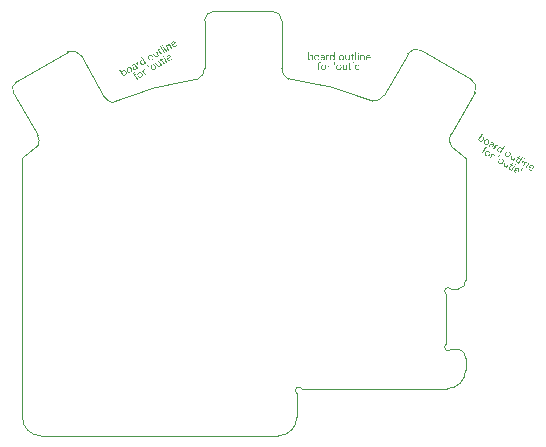
<source format=gbp>
G04*
G04 #@! TF.GenerationSoftware,Altium Limited,Altium Designer,21.2.2 (38)*
G04*
G04 Layer_Color=128*
%FSAX25Y25*%
%MOIN*%
G70*
G04*
G04 #@! TF.SameCoordinates,45594BEC-2849-4BF4-9243-89CCF95E6EF7*
G04*
G04*
G04 #@! TF.FilePolarity,Positive*
G04*
G01*
G75*
%ADD10C,0.00394*%
G36*
X0038342Y0118576D02*
X0038361Y0118573D01*
X0038381Y0118567D01*
X0038404Y0118557D01*
X0038427Y0118544D01*
X0038447Y0118527D01*
X0038450Y0118524D01*
X0038457Y0118517D01*
X0038463Y0118507D01*
X0038476Y0118491D01*
X0038486Y0118471D01*
X0038493Y0118448D01*
X0038499Y0118426D01*
X0038503Y0118396D01*
Y0118393D01*
Y0118383D01*
X0038499Y0118370D01*
X0038496Y0118350D01*
X0038489Y0118327D01*
X0038480Y0118307D01*
X0038467Y0118284D01*
X0038447Y0118261D01*
X0038443Y0118258D01*
X0038437Y0118255D01*
X0038427Y0118245D01*
X0038411Y0118235D01*
X0038391Y0118225D01*
X0038368Y0118219D01*
X0038345Y0118212D01*
X0038316Y0118209D01*
X0038302D01*
X0038289Y0118212D01*
X0038270Y0118216D01*
X0038250Y0118222D01*
X0038227Y0118232D01*
X0038204Y0118245D01*
X0038184Y0118261D01*
X0038181Y0118265D01*
X0038178Y0118271D01*
X0038168Y0118281D01*
X0038158Y0118298D01*
X0038148Y0118317D01*
X0038142Y0118340D01*
X0038135Y0118366D01*
X0038132Y0118396D01*
Y0118399D01*
Y0118409D01*
X0038135Y0118422D01*
X0038138Y0118442D01*
X0038145Y0118462D01*
X0038155Y0118484D01*
X0038168Y0118507D01*
X0038184Y0118527D01*
X0038188Y0118530D01*
X0038194Y0118537D01*
X0038204Y0118544D01*
X0038221Y0118553D01*
X0038240Y0118563D01*
X0038263Y0118573D01*
X0038286Y0118576D01*
X0038316Y0118580D01*
X0038329D01*
X0038342Y0118576D01*
D02*
G37*
G36*
X0030460Y0115985D02*
X0030178D01*
Y0116287D01*
X0030171D01*
X0030168Y0116284D01*
X0030161Y0116274D01*
X0030152Y0116254D01*
X0030135Y0116234D01*
X0030112Y0116208D01*
X0030086Y0116179D01*
X0030057Y0116149D01*
X0030020Y0116116D01*
X0029978Y0116084D01*
X0029935Y0116054D01*
X0029883Y0116024D01*
X0029827Y0115998D01*
X0029768Y0115979D01*
X0029702Y0115962D01*
X0029633Y0115949D01*
X0029558Y0115946D01*
X0029545D01*
X0029525Y0115949D01*
X0029502D01*
X0029476Y0115952D01*
X0029443Y0115959D01*
X0029404Y0115965D01*
X0029364Y0115975D01*
X0029325Y0115988D01*
X0029279Y0116005D01*
X0029237Y0116021D01*
X0029191Y0116044D01*
X0029148Y0116074D01*
X0029105Y0116103D01*
X0029063Y0116139D01*
X0029023Y0116182D01*
X0029020Y0116185D01*
X0029013Y0116192D01*
X0029004Y0116208D01*
X0028994Y0116225D01*
X0028977Y0116251D01*
X0028961Y0116277D01*
X0028941Y0116313D01*
X0028925Y0116352D01*
X0028905Y0116395D01*
X0028886Y0116444D01*
X0028869Y0116497D01*
X0028856Y0116556D01*
X0028843Y0116618D01*
X0028833Y0116684D01*
X0028827Y0116756D01*
X0028823Y0116831D01*
Y0116838D01*
Y0116851D01*
Y0116874D01*
X0028827Y0116903D01*
X0028830Y0116943D01*
X0028836Y0116985D01*
X0028843Y0117031D01*
X0028853Y0117084D01*
X0028879Y0117195D01*
X0028895Y0117254D01*
X0028918Y0117314D01*
X0028945Y0117373D01*
X0028974Y0117432D01*
X0029007Y0117484D01*
X0029046Y0117537D01*
X0029050Y0117540D01*
X0029056Y0117550D01*
X0029069Y0117563D01*
X0029086Y0117579D01*
X0029109Y0117599D01*
X0029135Y0117622D01*
X0029168Y0117645D01*
X0029204Y0117671D01*
X0029243Y0117694D01*
X0029289Y0117717D01*
X0029338Y0117740D01*
X0029391Y0117760D01*
X0029447Y0117779D01*
X0029506Y0117792D01*
X0029571Y0117799D01*
X0029637Y0117802D01*
X0029653D01*
X0029673Y0117799D01*
X0029696D01*
X0029729Y0117792D01*
X0029761Y0117786D01*
X0029801Y0117779D01*
X0029840Y0117766D01*
X0029886Y0117750D01*
X0029929Y0117733D01*
X0029975Y0117707D01*
X0030017Y0117681D01*
X0030060Y0117648D01*
X0030099Y0117609D01*
X0030139Y0117566D01*
X0030171Y0117514D01*
X0030178D01*
Y0118612D01*
X0030460D01*
Y0115985D01*
D02*
G37*
G36*
X0039952Y0117799D02*
X0039975Y0117796D01*
X0040005Y0117792D01*
X0040067Y0117779D01*
X0040139Y0117756D01*
X0040179Y0117740D01*
X0040215Y0117724D01*
X0040251Y0117701D01*
X0040287Y0117674D01*
X0040320Y0117645D01*
X0040349Y0117612D01*
X0040352Y0117609D01*
X0040356Y0117602D01*
X0040362Y0117592D01*
X0040372Y0117576D01*
X0040385Y0117560D01*
X0040398Y0117533D01*
X0040411Y0117507D01*
X0040428Y0117474D01*
X0040441Y0117438D01*
X0040454Y0117399D01*
X0040467Y0117353D01*
X0040480Y0117304D01*
X0040490Y0117251D01*
X0040497Y0117195D01*
X0040503Y0117136D01*
Y0117071D01*
Y0115985D01*
X0040218D01*
Y0116995D01*
Y0116999D01*
Y0117002D01*
Y0117018D01*
X0040215Y0117048D01*
X0040211Y0117084D01*
X0040205Y0117127D01*
X0040195Y0117176D01*
X0040182Y0117225D01*
X0040165Y0117281D01*
X0040146Y0117333D01*
X0040116Y0117382D01*
X0040084Y0117432D01*
X0040044Y0117474D01*
X0039995Y0117510D01*
X0039942Y0117540D01*
X0039877Y0117556D01*
X0039841Y0117563D01*
X0039785D01*
X0039769Y0117560D01*
X0039752D01*
X0039729Y0117553D01*
X0039680Y0117543D01*
X0039624Y0117524D01*
X0039565Y0117494D01*
X0039536Y0117478D01*
X0039506Y0117455D01*
X0039477Y0117432D01*
X0039450Y0117402D01*
Y0117399D01*
X0039444Y0117395D01*
X0039437Y0117386D01*
X0039428Y0117373D01*
X0039418Y0117356D01*
X0039408Y0117340D01*
X0039382Y0117291D01*
X0039355Y0117232D01*
X0039336Y0117163D01*
X0039319Y0117084D01*
X0039313Y0116995D01*
Y0115985D01*
X0039027D01*
Y0117760D01*
X0039313D01*
Y0117464D01*
X0039319D01*
X0039323Y0117468D01*
X0039329Y0117478D01*
X0039339Y0117497D01*
X0039355Y0117517D01*
X0039378Y0117543D01*
X0039405Y0117573D01*
X0039434Y0117602D01*
X0039467Y0117635D01*
X0039506Y0117665D01*
X0039549Y0117694D01*
X0039598Y0117724D01*
X0039651Y0117750D01*
X0039706Y0117773D01*
X0039769Y0117789D01*
X0039834Y0117799D01*
X0039903Y0117802D01*
X0039933D01*
X0039952Y0117799D01*
D02*
G37*
G36*
X0028528Y0117789D02*
X0028584Y0117783D01*
X0028613Y0117776D01*
X0028636Y0117766D01*
Y0117471D01*
X0028633Y0117474D01*
X0028623Y0117481D01*
X0028604Y0117491D01*
X0028581Y0117500D01*
X0028551Y0117510D01*
X0028512Y0117520D01*
X0028469Y0117527D01*
X0028420Y0117530D01*
X0028403D01*
X0028390Y0117527D01*
X0028357Y0117520D01*
X0028315Y0117507D01*
X0028266Y0117487D01*
X0028216Y0117458D01*
X0028190Y0117438D01*
X0028164Y0117415D01*
X0028138Y0117386D01*
X0028115Y0117356D01*
Y0117353D01*
X0028108Y0117350D01*
X0028105Y0117340D01*
X0028095Y0117327D01*
X0028085Y0117307D01*
X0028075Y0117287D01*
X0028066Y0117261D01*
X0028056Y0117235D01*
X0028043Y0117202D01*
X0028033Y0117169D01*
X0028023Y0117130D01*
X0028013Y0117087D01*
X0028000Y0116995D01*
X0027993Y0116890D01*
Y0115985D01*
X0027708D01*
Y0117760D01*
X0027993D01*
Y0117392D01*
X0028000D01*
Y0117395D01*
X0028003Y0117402D01*
X0028007Y0117412D01*
X0028013Y0117425D01*
X0028026Y0117458D01*
X0028046Y0117500D01*
X0028072Y0117546D01*
X0028105Y0117596D01*
X0028144Y0117645D01*
X0028187Y0117687D01*
X0028194Y0117691D01*
X0028210Y0117704D01*
X0028236Y0117720D01*
X0028269Y0117740D01*
X0028308Y0117760D01*
X0028357Y0117776D01*
X0028410Y0117789D01*
X0028466Y0117792D01*
X0028505D01*
X0028528Y0117789D01*
D02*
G37*
G36*
X0035531Y0115985D02*
X0035245D01*
Y0116264D01*
X0035239D01*
X0035236Y0116261D01*
X0035229Y0116251D01*
X0035219Y0116234D01*
X0035206Y0116215D01*
X0035186Y0116192D01*
X0035164Y0116162D01*
X0035137Y0116136D01*
X0035105Y0116106D01*
X0035068Y0116074D01*
X0035029Y0116048D01*
X0034983Y0116021D01*
X0034934Y0115995D01*
X0034878Y0115975D01*
X0034822Y0115959D01*
X0034760Y0115949D01*
X0034691Y0115946D01*
X0034665D01*
X0034632Y0115952D01*
X0034593Y0115959D01*
X0034544Y0115969D01*
X0034491Y0115985D01*
X0034435Y0116008D01*
X0034376Y0116041D01*
X0034317Y0116080D01*
X0034258Y0116129D01*
X0034206Y0116189D01*
X0034179Y0116225D01*
X0034157Y0116264D01*
X0034137Y0116303D01*
X0034117Y0116349D01*
X0034101Y0116398D01*
X0034084Y0116448D01*
X0034075Y0116503D01*
X0034065Y0116566D01*
X0034061Y0116628D01*
X0034058Y0116697D01*
Y0117760D01*
X0034340D01*
Y0116743D01*
Y0116736D01*
Y0116720D01*
X0034343Y0116690D01*
X0034347Y0116654D01*
X0034353Y0116612D01*
X0034363Y0116566D01*
X0034376Y0116513D01*
X0034393Y0116464D01*
X0034416Y0116411D01*
X0034445Y0116359D01*
X0034481Y0116313D01*
X0034521Y0116270D01*
X0034570Y0116234D01*
X0034629Y0116205D01*
X0034694Y0116189D01*
X0034731Y0116185D01*
X0034770Y0116182D01*
X0034790D01*
X0034806Y0116185D01*
X0034842Y0116189D01*
X0034891Y0116202D01*
X0034944Y0116218D01*
X0034999Y0116244D01*
X0035059Y0116284D01*
X0035085Y0116307D01*
X0035111Y0116333D01*
Y0116336D01*
X0035118Y0116339D01*
X0035124Y0116349D01*
X0035131Y0116362D01*
X0035154Y0116395D01*
X0035180Y0116441D01*
X0035203Y0116500D01*
X0035226Y0116569D01*
X0035239Y0116648D01*
X0035245Y0116736D01*
Y0117760D01*
X0035531D01*
Y0115985D01*
D02*
G37*
G36*
X0038453D02*
X0038168D01*
Y0117760D01*
X0038453D01*
Y0115985D01*
D02*
G37*
G36*
X0037594D02*
X0037309D01*
Y0118612D01*
X0037594D01*
Y0115985D01*
D02*
G37*
G36*
X0026606Y0117799D02*
X0026645Y0117792D01*
X0026691Y0117783D01*
X0026744Y0117766D01*
X0026803Y0117746D01*
X0026862Y0117720D01*
X0026918Y0117684D01*
X0026977Y0117641D01*
X0027029Y0117586D01*
X0027075Y0117524D01*
X0027114Y0117448D01*
X0027131Y0117405D01*
X0027147Y0117359D01*
X0027157Y0117310D01*
X0027167Y0117258D01*
X0027170Y0117199D01*
X0027173Y0117140D01*
Y0115985D01*
X0026888D01*
Y0116261D01*
X0026882D01*
X0026878Y0116257D01*
X0026872Y0116247D01*
X0026862Y0116231D01*
X0026845Y0116211D01*
X0026826Y0116189D01*
X0026803Y0116162D01*
X0026777Y0116133D01*
X0026744Y0116103D01*
X0026708Y0116074D01*
X0026665Y0116044D01*
X0026622Y0116018D01*
X0026573Y0115995D01*
X0026517Y0115975D01*
X0026462Y0115959D01*
X0026399Y0115949D01*
X0026334Y0115946D01*
X0026307D01*
X0026291Y0115949D01*
X0026268D01*
X0026242Y0115952D01*
X0026183Y0115962D01*
X0026117Y0115979D01*
X0026048Y0116005D01*
X0025983Y0116038D01*
X0025921Y0116084D01*
Y0116087D01*
X0025914Y0116090D01*
X0025897Y0116110D01*
X0025871Y0116139D01*
X0025845Y0116182D01*
X0025819Y0116234D01*
X0025793Y0116297D01*
X0025776Y0116372D01*
X0025773Y0116411D01*
X0025770Y0116454D01*
Y0116461D01*
Y0116477D01*
X0025773Y0116500D01*
X0025779Y0116533D01*
X0025786Y0116572D01*
X0025799Y0116615D01*
X0025819Y0116664D01*
X0025842Y0116713D01*
X0025875Y0116766D01*
X0025914Y0116815D01*
X0025960Y0116864D01*
X0026019Y0116910D01*
X0026085Y0116949D01*
X0026163Y0116985D01*
X0026255Y0117015D01*
X0026304Y0117025D01*
X0026357Y0117035D01*
X0026888Y0117110D01*
Y0117117D01*
Y0117130D01*
X0026885Y0117153D01*
X0026882Y0117182D01*
X0026878Y0117215D01*
X0026868Y0117254D01*
X0026859Y0117294D01*
X0026842Y0117336D01*
X0026823Y0117379D01*
X0026799Y0117419D01*
X0026770Y0117458D01*
X0026734Y0117491D01*
X0026691Y0117520D01*
X0026645Y0117543D01*
X0026590Y0117556D01*
X0026524Y0117563D01*
X0026491D01*
X0026468Y0117560D01*
X0026442Y0117556D01*
X0026409Y0117550D01*
X0026373Y0117543D01*
X0026331Y0117537D01*
X0026242Y0117510D01*
X0026193Y0117491D01*
X0026144Y0117471D01*
X0026094Y0117445D01*
X0026042Y0117415D01*
X0025993Y0117382D01*
X0025943Y0117343D01*
Y0117635D01*
X0025947Y0117638D01*
X0025957Y0117641D01*
X0025970Y0117651D01*
X0025989Y0117661D01*
X0026016Y0117674D01*
X0026045Y0117687D01*
X0026078Y0117704D01*
X0026117Y0117720D01*
X0026160Y0117733D01*
X0026206Y0117750D01*
X0026255Y0117763D01*
X0026307Y0117776D01*
X0026422Y0117796D01*
X0026485Y0117799D01*
X0026547Y0117802D01*
X0026573D01*
X0026606Y0117799D01*
D02*
G37*
G36*
X0036482Y0117760D02*
X0036928D01*
Y0117517D01*
X0036482D01*
Y0116516D01*
Y0116513D01*
Y0116510D01*
Y0116500D01*
Y0116487D01*
X0036485Y0116454D01*
X0036489Y0116418D01*
X0036495Y0116376D01*
X0036508Y0116333D01*
X0036521Y0116294D01*
X0036541Y0116261D01*
X0036544Y0116257D01*
X0036554Y0116247D01*
X0036567Y0116238D01*
X0036590Y0116225D01*
X0036620Y0116208D01*
X0036653Y0116198D01*
X0036695Y0116189D01*
X0036744Y0116185D01*
X0036764D01*
X0036784Y0116189D01*
X0036807Y0116192D01*
X0036836Y0116198D01*
X0036869Y0116211D01*
X0036899Y0116225D01*
X0036928Y0116244D01*
Y0116001D01*
X0036925Y0115998D01*
X0036912Y0115995D01*
X0036889Y0115985D01*
X0036859Y0115975D01*
X0036820Y0115965D01*
X0036777Y0115959D01*
X0036725Y0115952D01*
X0036666Y0115949D01*
X0036646D01*
X0036623Y0115952D01*
X0036594Y0115959D01*
X0036557Y0115965D01*
X0036518Y0115975D01*
X0036476Y0115992D01*
X0036433Y0116015D01*
X0036387Y0116041D01*
X0036344Y0116077D01*
X0036305Y0116116D01*
X0036269Y0116169D01*
X0036239Y0116228D01*
X0036216Y0116297D01*
X0036203Y0116376D01*
X0036197Y0116467D01*
Y0117517D01*
X0035892D01*
Y0117760D01*
X0036197D01*
Y0118193D01*
X0036482Y0118284D01*
Y0117760D01*
D02*
G37*
G36*
X0041796Y0117799D02*
X0041822Y0117796D01*
X0041858Y0117789D01*
X0041894Y0117783D01*
X0041933Y0117773D01*
X0041976Y0117763D01*
X0042022Y0117746D01*
X0042065Y0117730D01*
X0042111Y0117707D01*
X0042153Y0117681D01*
X0042196Y0117651D01*
X0042239Y0117615D01*
X0042275Y0117576D01*
X0042278Y0117573D01*
X0042284Y0117566D01*
X0042291Y0117553D01*
X0042304Y0117533D01*
X0042317Y0117510D01*
X0042334Y0117484D01*
X0042353Y0117451D01*
X0042370Y0117412D01*
X0042386Y0117369D01*
X0042406Y0117323D01*
X0042422Y0117271D01*
X0042435Y0117215D01*
X0042448Y0117156D01*
X0042458Y0117090D01*
X0042461Y0117022D01*
X0042465Y0116949D01*
Y0116802D01*
X0041212D01*
Y0116799D01*
Y0116789D01*
X0041215Y0116772D01*
Y0116753D01*
X0041218Y0116726D01*
X0041222Y0116700D01*
X0041235Y0116631D01*
X0041254Y0116559D01*
X0041281Y0116484D01*
X0041320Y0116408D01*
X0041343Y0116376D01*
X0041369Y0116343D01*
X0041373Y0116339D01*
X0041376Y0116336D01*
X0041386Y0116330D01*
X0041399Y0116316D01*
X0041412Y0116307D01*
X0041432Y0116294D01*
X0041481Y0116264D01*
X0041540Y0116234D01*
X0041612Y0116208D01*
X0041697Y0116189D01*
X0041743Y0116185D01*
X0041792Y0116182D01*
X0041822D01*
X0041842Y0116185D01*
X0041868Y0116189D01*
X0041901Y0116192D01*
X0041933Y0116198D01*
X0041973Y0116208D01*
X0042058Y0116231D01*
X0042104Y0116247D01*
X0042150Y0116264D01*
X0042199Y0116287D01*
X0042248Y0116313D01*
X0042294Y0116343D01*
X0042343Y0116379D01*
Y0116113D01*
X0042340Y0116110D01*
X0042334Y0116106D01*
X0042320Y0116097D01*
X0042301Y0116087D01*
X0042278Y0116074D01*
X0042248Y0116061D01*
X0042215Y0116044D01*
X0042179Y0116031D01*
X0042137Y0116015D01*
X0042091Y0115998D01*
X0042038Y0115985D01*
X0041983Y0115972D01*
X0041924Y0115962D01*
X0041861Y0115952D01*
X0041796Y0115949D01*
X0041723Y0115946D01*
X0041707D01*
X0041687Y0115949D01*
X0041661D01*
X0041628Y0115952D01*
X0041592Y0115959D01*
X0041553Y0115965D01*
X0041507Y0115975D01*
X0041461Y0115988D01*
X0041412Y0116005D01*
X0041363Y0116024D01*
X0041313Y0116048D01*
X0041264Y0116074D01*
X0041218Y0116106D01*
X0041173Y0116143D01*
X0041130Y0116185D01*
X0041127Y0116189D01*
X0041120Y0116195D01*
X0041110Y0116211D01*
X0041097Y0116231D01*
X0041081Y0116254D01*
X0041061Y0116284D01*
X0041045Y0116320D01*
X0041025Y0116359D01*
X0041002Y0116405D01*
X0040986Y0116457D01*
X0040966Y0116513D01*
X0040949Y0116572D01*
X0040936Y0116638D01*
X0040927Y0116710D01*
X0040920Y0116785D01*
X0040917Y0116864D01*
Y0116867D01*
Y0116884D01*
X0040920Y0116903D01*
Y0116933D01*
X0040923Y0116969D01*
X0040930Y0117008D01*
X0040936Y0117054D01*
X0040946Y0117104D01*
X0040959Y0117156D01*
X0040976Y0117212D01*
X0040992Y0117268D01*
X0041015Y0117327D01*
X0041045Y0117382D01*
X0041074Y0117435D01*
X0041110Y0117491D01*
X0041153Y0117540D01*
X0041156Y0117543D01*
X0041163Y0117550D01*
X0041176Y0117563D01*
X0041195Y0117582D01*
X0041218Y0117602D01*
X0041245Y0117622D01*
X0041277Y0117648D01*
X0041313Y0117671D01*
X0041356Y0117694D01*
X0041399Y0117720D01*
X0041448Y0117740D01*
X0041500Y0117763D01*
X0041553Y0117779D01*
X0041612Y0117792D01*
X0041674Y0117799D01*
X0041737Y0117802D01*
X0041769D01*
X0041796Y0117799D01*
D02*
G37*
G36*
X0032861D02*
X0032894Y0117796D01*
X0032933Y0117789D01*
X0032976Y0117783D01*
X0033022Y0117773D01*
X0033071Y0117760D01*
X0033120Y0117743D01*
X0033173Y0117724D01*
X0033225Y0117697D01*
X0033274Y0117671D01*
X0033323Y0117638D01*
X0033373Y0117599D01*
X0033415Y0117556D01*
X0033419Y0117553D01*
X0033425Y0117546D01*
X0033435Y0117530D01*
X0033451Y0117510D01*
X0033468Y0117487D01*
X0033487Y0117458D01*
X0033507Y0117422D01*
X0033527Y0117379D01*
X0033547Y0117333D01*
X0033569Y0117284D01*
X0033586Y0117228D01*
X0033602Y0117166D01*
X0033619Y0117104D01*
X0033628Y0117031D01*
X0033635Y0116956D01*
X0033638Y0116877D01*
Y0116874D01*
Y0116858D01*
Y0116838D01*
X0033635Y0116808D01*
X0033632Y0116772D01*
X0033625Y0116730D01*
X0033619Y0116684D01*
X0033609Y0116635D01*
X0033596Y0116582D01*
X0033579Y0116526D01*
X0033560Y0116471D01*
X0033537Y0116411D01*
X0033510Y0116356D01*
X0033478Y0116300D01*
X0033441Y0116247D01*
X0033399Y0116198D01*
X0033396Y0116195D01*
X0033389Y0116189D01*
X0033373Y0116175D01*
X0033356Y0116159D01*
X0033330Y0116139D01*
X0033301Y0116120D01*
X0033268Y0116097D01*
X0033228Y0116074D01*
X0033186Y0116048D01*
X0033136Y0116024D01*
X0033084Y0116005D01*
X0033028Y0115985D01*
X0032966Y0115969D01*
X0032900Y0115956D01*
X0032831Y0115949D01*
X0032756Y0115946D01*
X0032740D01*
X0032717Y0115949D01*
X0032690D01*
X0032658Y0115952D01*
X0032618Y0115959D01*
X0032576Y0115965D01*
X0032530Y0115975D01*
X0032480Y0115988D01*
X0032428Y0116005D01*
X0032375Y0116024D01*
X0032323Y0116051D01*
X0032271Y0116077D01*
X0032221Y0116110D01*
X0032172Y0116149D01*
X0032126Y0116192D01*
X0032123Y0116195D01*
X0032116Y0116205D01*
X0032103Y0116218D01*
X0032090Y0116238D01*
X0032070Y0116261D01*
X0032051Y0116294D01*
X0032031Y0116326D01*
X0032008Y0116369D01*
X0031985Y0116411D01*
X0031966Y0116464D01*
X0031946Y0116516D01*
X0031926Y0116576D01*
X0031913Y0116638D01*
X0031900Y0116707D01*
X0031893Y0116776D01*
X0031890Y0116851D01*
Y0116858D01*
Y0116871D01*
X0031893Y0116894D01*
Y0116923D01*
X0031897Y0116963D01*
X0031903Y0117005D01*
X0031910Y0117054D01*
X0031920Y0117107D01*
X0031933Y0117159D01*
X0031949Y0117218D01*
X0031969Y0117277D01*
X0031992Y0117333D01*
X0032021Y0117392D01*
X0032054Y0117448D01*
X0032090Y0117500D01*
X0032133Y0117550D01*
X0032136Y0117553D01*
X0032146Y0117560D01*
X0032159Y0117573D01*
X0032179Y0117589D01*
X0032202Y0117609D01*
X0032231Y0117628D01*
X0032267Y0117651D01*
X0032307Y0117678D01*
X0032353Y0117701D01*
X0032402Y0117724D01*
X0032458Y0117743D01*
X0032517Y0117763D01*
X0032579Y0117779D01*
X0032648Y0117792D01*
X0032720Y0117799D01*
X0032795Y0117802D01*
X0032835D01*
X0032861Y0117799D01*
D02*
G37*
G36*
X0024667D02*
X0024700Y0117796D01*
X0024740Y0117789D01*
X0024782Y0117783D01*
X0024828Y0117773D01*
X0024877Y0117760D01*
X0024927Y0117743D01*
X0024979Y0117724D01*
X0025032Y0117697D01*
X0025081Y0117671D01*
X0025130Y0117638D01*
X0025179Y0117599D01*
X0025222Y0117556D01*
X0025225Y0117553D01*
X0025232Y0117546D01*
X0025242Y0117530D01*
X0025258Y0117510D01*
X0025274Y0117487D01*
X0025294Y0117458D01*
X0025314Y0117422D01*
X0025333Y0117379D01*
X0025353Y0117333D01*
X0025376Y0117284D01*
X0025392Y0117228D01*
X0025409Y0117166D01*
X0025425Y0117104D01*
X0025435Y0117031D01*
X0025442Y0116956D01*
X0025445Y0116877D01*
Y0116874D01*
Y0116858D01*
Y0116838D01*
X0025442Y0116808D01*
X0025438Y0116772D01*
X0025432Y0116730D01*
X0025425Y0116684D01*
X0025415Y0116635D01*
X0025402Y0116582D01*
X0025386Y0116526D01*
X0025366Y0116471D01*
X0025343Y0116411D01*
X0025317Y0116356D01*
X0025284Y0116300D01*
X0025248Y0116247D01*
X0025205Y0116198D01*
X0025202Y0116195D01*
X0025196Y0116189D01*
X0025179Y0116175D01*
X0025163Y0116159D01*
X0025137Y0116139D01*
X0025107Y0116120D01*
X0025074Y0116097D01*
X0025035Y0116074D01*
X0024992Y0116048D01*
X0024943Y0116024D01*
X0024891Y0116005D01*
X0024835Y0115985D01*
X0024772Y0115969D01*
X0024707Y0115956D01*
X0024638Y0115949D01*
X0024563Y0115946D01*
X0024546D01*
X0024523Y0115949D01*
X0024497D01*
X0024464Y0115952D01*
X0024425Y0115959D01*
X0024382Y0115965D01*
X0024336Y0115975D01*
X0024287Y0115988D01*
X0024235Y0116005D01*
X0024182Y0116024D01*
X0024130Y0116051D01*
X0024077Y0116077D01*
X0024028Y0116110D01*
X0023979Y0116149D01*
X0023933Y0116192D01*
X0023930Y0116195D01*
X0023923Y0116205D01*
X0023910Y0116218D01*
X0023897Y0116238D01*
X0023877Y0116261D01*
X0023857Y0116294D01*
X0023838Y0116326D01*
X0023815Y0116369D01*
X0023792Y0116411D01*
X0023772Y0116464D01*
X0023752Y0116516D01*
X0023733Y0116576D01*
X0023720Y0116638D01*
X0023707Y0116707D01*
X0023700Y0116776D01*
X0023697Y0116851D01*
Y0116858D01*
Y0116871D01*
X0023700Y0116894D01*
Y0116923D01*
X0023703Y0116963D01*
X0023710Y0117005D01*
X0023716Y0117054D01*
X0023726Y0117107D01*
X0023739Y0117159D01*
X0023756Y0117218D01*
X0023775Y0117277D01*
X0023798Y0117333D01*
X0023828Y0117392D01*
X0023861Y0117448D01*
X0023897Y0117500D01*
X0023939Y0117550D01*
X0023943Y0117553D01*
X0023953Y0117560D01*
X0023966Y0117573D01*
X0023985Y0117589D01*
X0024008Y0117609D01*
X0024038Y0117628D01*
X0024074Y0117651D01*
X0024113Y0117678D01*
X0024159Y0117701D01*
X0024208Y0117724D01*
X0024264Y0117743D01*
X0024323Y0117763D01*
X0024385Y0117779D01*
X0024454Y0117792D01*
X0024527Y0117799D01*
X0024602Y0117802D01*
X0024641D01*
X0024667Y0117799D01*
D02*
G37*
G36*
X0022014Y0117448D02*
X0022021D01*
X0022024Y0117451D01*
X0022030Y0117464D01*
X0022043Y0117481D01*
X0022060Y0117504D01*
X0022083Y0117530D01*
X0022109Y0117560D01*
X0022139Y0117592D01*
X0022175Y0117625D01*
X0022217Y0117658D01*
X0022263Y0117691D01*
X0022312Y0117720D01*
X0022368Y0117746D01*
X0022427Y0117770D01*
X0022493Y0117786D01*
X0022562Y0117799D01*
X0022634Y0117802D01*
X0022667D01*
X0022690Y0117799D01*
X0022719Y0117796D01*
X0022752Y0117789D01*
X0022791Y0117783D01*
X0022831Y0117773D01*
X0022873Y0117760D01*
X0022916Y0117743D01*
X0022962Y0117724D01*
X0023005Y0117701D01*
X0023047Y0117674D01*
X0023090Y0117641D01*
X0023133Y0117605D01*
X0023169Y0117563D01*
X0023172Y0117560D01*
X0023178Y0117553D01*
X0023185Y0117537D01*
X0023198Y0117520D01*
X0023214Y0117494D01*
X0023231Y0117468D01*
X0023247Y0117432D01*
X0023267Y0117392D01*
X0023283Y0117350D01*
X0023300Y0117300D01*
X0023316Y0117248D01*
X0023333Y0117192D01*
X0023346Y0117130D01*
X0023352Y0117064D01*
X0023359Y0116995D01*
X0023362Y0116923D01*
Y0116917D01*
Y0116903D01*
Y0116881D01*
X0023359Y0116851D01*
X0023356Y0116812D01*
X0023352Y0116769D01*
X0023346Y0116720D01*
X0023336Y0116667D01*
X0023310Y0116553D01*
X0023293Y0116493D01*
X0023270Y0116435D01*
X0023247Y0116376D01*
X0023218Y0116320D01*
X0023185Y0116264D01*
X0023146Y0116211D01*
X0023142Y0116208D01*
X0023136Y0116202D01*
X0023123Y0116189D01*
X0023106Y0116169D01*
X0023083Y0116149D01*
X0023057Y0116126D01*
X0023028Y0116103D01*
X0022991Y0116080D01*
X0022949Y0116054D01*
X0022906Y0116031D01*
X0022857Y0116008D01*
X0022805Y0115988D01*
X0022745Y0115972D01*
X0022686Y0115959D01*
X0022621Y0115949D01*
X0022552Y0115946D01*
X0022535D01*
X0022519Y0115949D01*
X0022493D01*
X0022467Y0115956D01*
X0022431Y0115962D01*
X0022395Y0115972D01*
X0022355Y0115982D01*
X0022312Y0115998D01*
X0022267Y0116018D01*
X0022224Y0116041D01*
X0022181Y0116070D01*
X0022135Y0116103D01*
X0022096Y0116143D01*
X0022057Y0116189D01*
X0022021Y0116241D01*
X0022014D01*
Y0115985D01*
X0021729D01*
Y0118612D01*
X0022014D01*
Y0117448D01*
D02*
G37*
G36*
X0025704Y0115445D02*
X0025737Y0115442D01*
X0025770Y0115435D01*
X0025806Y0115426D01*
X0025835Y0115416D01*
Y0115160D01*
X0025832Y0115163D01*
X0025819Y0115166D01*
X0025802Y0115173D01*
X0025779Y0115183D01*
X0025750Y0115193D01*
X0025720Y0115199D01*
X0025684Y0115202D01*
X0025645Y0115206D01*
X0025632D01*
X0025619Y0115202D01*
X0025599Y0115199D01*
X0025576Y0115196D01*
X0025550Y0115186D01*
X0025524Y0115173D01*
X0025497Y0115160D01*
X0025468Y0115140D01*
X0025442Y0115114D01*
X0025415Y0115084D01*
X0025392Y0115048D01*
X0025373Y0115006D01*
X0025360Y0114956D01*
X0025350Y0114898D01*
X0025346Y0114832D01*
Y0114556D01*
X0025763D01*
Y0114314D01*
X0025346D01*
Y0112782D01*
X0025064D01*
Y0114314D01*
X0024763D01*
Y0114556D01*
X0025064D01*
Y0114845D01*
Y0114848D01*
Y0114858D01*
Y0114871D01*
X0025068Y0114891D01*
X0025071Y0114914D01*
X0025074Y0114943D01*
X0025084Y0115006D01*
X0025104Y0115075D01*
X0025133Y0115147D01*
X0025150Y0115183D01*
X0025173Y0115219D01*
X0025196Y0115252D01*
X0025225Y0115285D01*
X0025228Y0115288D01*
X0025232Y0115291D01*
X0025242Y0115301D01*
X0025255Y0115311D01*
X0025271Y0115324D01*
X0025287Y0115337D01*
X0025337Y0115366D01*
X0025396Y0115396D01*
X0025465Y0115422D01*
X0025543Y0115442D01*
X0025583Y0115445D01*
X0025629Y0115448D01*
X0025675D01*
X0025704Y0115445D01*
D02*
G37*
G36*
X0036649Y0115373D02*
X0036669Y0115370D01*
X0036689Y0115363D01*
X0036712Y0115353D01*
X0036735Y0115340D01*
X0036754Y0115324D01*
X0036758Y0115321D01*
X0036764Y0115314D01*
X0036771Y0115304D01*
X0036784Y0115288D01*
X0036794Y0115268D01*
X0036800Y0115245D01*
X0036807Y0115222D01*
X0036810Y0115193D01*
Y0115189D01*
Y0115180D01*
X0036807Y0115166D01*
X0036803Y0115147D01*
X0036797Y0115124D01*
X0036787Y0115104D01*
X0036774Y0115081D01*
X0036754Y0115058D01*
X0036751Y0115055D01*
X0036744Y0115052D01*
X0036735Y0115042D01*
X0036718Y0115032D01*
X0036699Y0115022D01*
X0036676Y0115016D01*
X0036653Y0115009D01*
X0036623Y0115006D01*
X0036610D01*
X0036597Y0115009D01*
X0036577Y0115012D01*
X0036557Y0115019D01*
X0036535Y0115029D01*
X0036512Y0115042D01*
X0036492Y0115058D01*
X0036489Y0115061D01*
X0036485Y0115068D01*
X0036476Y0115078D01*
X0036466Y0115094D01*
X0036456Y0115114D01*
X0036449Y0115137D01*
X0036443Y0115163D01*
X0036439Y0115193D01*
Y0115196D01*
Y0115206D01*
X0036443Y0115219D01*
X0036446Y0115239D01*
X0036453Y0115258D01*
X0036462Y0115281D01*
X0036476Y0115304D01*
X0036492Y0115324D01*
X0036495Y0115327D01*
X0036502Y0115334D01*
X0036512Y0115340D01*
X0036528Y0115350D01*
X0036548Y0115360D01*
X0036571Y0115370D01*
X0036594Y0115373D01*
X0036623Y0115376D01*
X0036636D01*
X0036649Y0115373D01*
D02*
G37*
G36*
X0039437Y0114491D02*
X0039188D01*
Y0115268D01*
X0039437D01*
Y0114491D01*
D02*
G37*
G36*
X0030608D02*
X0030358D01*
Y0115268D01*
X0030608D01*
Y0114491D01*
D02*
G37*
G36*
X0028971Y0114586D02*
X0029027Y0114579D01*
X0029056Y0114573D01*
X0029079Y0114563D01*
Y0114268D01*
X0029076Y0114271D01*
X0029066Y0114278D01*
X0029046Y0114287D01*
X0029023Y0114297D01*
X0028994Y0114307D01*
X0028954Y0114317D01*
X0028912Y0114323D01*
X0028863Y0114327D01*
X0028846D01*
X0028833Y0114323D01*
X0028800Y0114317D01*
X0028758Y0114304D01*
X0028708Y0114284D01*
X0028659Y0114255D01*
X0028633Y0114235D01*
X0028607Y0114212D01*
X0028581Y0114182D01*
X0028558Y0114153D01*
Y0114150D01*
X0028551Y0114146D01*
X0028548Y0114137D01*
X0028538Y0114123D01*
X0028528Y0114104D01*
X0028518Y0114084D01*
X0028508Y0114058D01*
X0028499Y0114032D01*
X0028485Y0113999D01*
X0028476Y0113966D01*
X0028466Y0113927D01*
X0028456Y0113884D01*
X0028443Y0113792D01*
X0028436Y0113687D01*
Y0112782D01*
X0028151D01*
Y0114556D01*
X0028436D01*
Y0114189D01*
X0028443D01*
Y0114192D01*
X0028446Y0114199D01*
X0028449Y0114209D01*
X0028456Y0114222D01*
X0028469Y0114255D01*
X0028489Y0114297D01*
X0028515Y0114343D01*
X0028548Y0114392D01*
X0028587Y0114442D01*
X0028630Y0114484D01*
X0028636Y0114488D01*
X0028653Y0114501D01*
X0028679Y0114517D01*
X0028712Y0114537D01*
X0028751Y0114556D01*
X0028800Y0114573D01*
X0028853Y0114586D01*
X0028909Y0114589D01*
X0028948D01*
X0028971Y0114586D01*
D02*
G37*
G36*
X0034698Y0112782D02*
X0034412D01*
Y0113061D01*
X0034406D01*
X0034403Y0113057D01*
X0034396Y0113048D01*
X0034386Y0113031D01*
X0034373Y0113012D01*
X0034353Y0112988D01*
X0034330Y0112959D01*
X0034304Y0112933D01*
X0034271Y0112903D01*
X0034235Y0112870D01*
X0034196Y0112844D01*
X0034150Y0112818D01*
X0034101Y0112792D01*
X0034045Y0112772D01*
X0033989Y0112756D01*
X0033927Y0112746D01*
X0033858Y0112742D01*
X0033832D01*
X0033799Y0112749D01*
X0033760Y0112756D01*
X0033711Y0112766D01*
X0033658Y0112782D01*
X0033602Y0112805D01*
X0033543Y0112838D01*
X0033484Y0112877D01*
X0033425Y0112926D01*
X0033373Y0112985D01*
X0033346Y0113021D01*
X0033323Y0113061D01*
X0033304Y0113100D01*
X0033284Y0113146D01*
X0033268Y0113195D01*
X0033251Y0113244D01*
X0033241Y0113300D01*
X0033232Y0113362D01*
X0033228Y0113425D01*
X0033225Y0113494D01*
Y0114556D01*
X0033507D01*
Y0113540D01*
Y0113533D01*
Y0113517D01*
X0033510Y0113487D01*
X0033514Y0113451D01*
X0033520Y0113408D01*
X0033530Y0113362D01*
X0033543Y0113310D01*
X0033560Y0113261D01*
X0033583Y0113208D01*
X0033612Y0113156D01*
X0033648Y0113110D01*
X0033687Y0113067D01*
X0033737Y0113031D01*
X0033796Y0113002D01*
X0033861Y0112985D01*
X0033897Y0112982D01*
X0033937Y0112979D01*
X0033957D01*
X0033973Y0112982D01*
X0034009Y0112985D01*
X0034058Y0112998D01*
X0034111Y0113015D01*
X0034166Y0113041D01*
X0034225Y0113080D01*
X0034252Y0113103D01*
X0034278Y0113130D01*
Y0113133D01*
X0034284Y0113136D01*
X0034291Y0113146D01*
X0034298Y0113159D01*
X0034321Y0113192D01*
X0034347Y0113238D01*
X0034370Y0113297D01*
X0034393Y0113366D01*
X0034406Y0113444D01*
X0034412Y0113533D01*
Y0114556D01*
X0034698D01*
Y0112782D01*
D02*
G37*
G36*
X0036761D02*
X0036476D01*
Y0114556D01*
X0036761D01*
Y0112782D01*
D02*
G37*
G36*
X0035649Y0114556D02*
X0036095D01*
Y0114314D01*
X0035649D01*
Y0113313D01*
Y0113310D01*
Y0113307D01*
Y0113297D01*
Y0113284D01*
X0035652Y0113251D01*
X0035656Y0113215D01*
X0035662Y0113172D01*
X0035675Y0113130D01*
X0035688Y0113090D01*
X0035708Y0113057D01*
X0035711Y0113054D01*
X0035721Y0113044D01*
X0035734Y0113034D01*
X0035757Y0113021D01*
X0035787Y0113005D01*
X0035820Y0112995D01*
X0035862Y0112985D01*
X0035911Y0112982D01*
X0035931D01*
X0035951Y0112985D01*
X0035974Y0112988D01*
X0036003Y0112995D01*
X0036036Y0113008D01*
X0036066Y0113021D01*
X0036095Y0113041D01*
Y0112798D01*
X0036092Y0112795D01*
X0036079Y0112792D01*
X0036056Y0112782D01*
X0036026Y0112772D01*
X0035987Y0112762D01*
X0035944Y0112756D01*
X0035892Y0112749D01*
X0035833Y0112746D01*
X0035813D01*
X0035790Y0112749D01*
X0035761Y0112756D01*
X0035724Y0112762D01*
X0035685Y0112772D01*
X0035642Y0112788D01*
X0035600Y0112811D01*
X0035554Y0112838D01*
X0035511Y0112874D01*
X0035472Y0112913D01*
X0035436Y0112966D01*
X0035406Y0113025D01*
X0035383Y0113093D01*
X0035370Y0113172D01*
X0035364Y0113264D01*
Y0114314D01*
X0035059D01*
Y0114556D01*
X0035364D01*
Y0114989D01*
X0035649Y0115081D01*
Y0114556D01*
D02*
G37*
G36*
X0038093Y0114596D02*
X0038119Y0114592D01*
X0038155Y0114586D01*
X0038191Y0114579D01*
X0038230Y0114569D01*
X0038273Y0114560D01*
X0038319Y0114543D01*
X0038361Y0114527D01*
X0038407Y0114504D01*
X0038450Y0114478D01*
X0038493Y0114448D01*
X0038535Y0114412D01*
X0038571Y0114373D01*
X0038575Y0114369D01*
X0038581Y0114363D01*
X0038588Y0114350D01*
X0038601Y0114330D01*
X0038614Y0114307D01*
X0038631Y0114281D01*
X0038650Y0114248D01*
X0038667Y0114209D01*
X0038683Y0114166D01*
X0038703Y0114120D01*
X0038719Y0114068D01*
X0038732Y0114012D01*
X0038745Y0113953D01*
X0038755Y0113887D01*
X0038758Y0113818D01*
X0038762Y0113746D01*
Y0113599D01*
X0037509D01*
Y0113595D01*
Y0113585D01*
X0037512Y0113569D01*
Y0113549D01*
X0037515Y0113523D01*
X0037519Y0113497D01*
X0037532Y0113428D01*
X0037551Y0113356D01*
X0037578Y0113280D01*
X0037617Y0113205D01*
X0037640Y0113172D01*
X0037666Y0113139D01*
X0037669Y0113136D01*
X0037673Y0113133D01*
X0037683Y0113126D01*
X0037696Y0113113D01*
X0037709Y0113103D01*
X0037729Y0113090D01*
X0037778Y0113061D01*
X0037837Y0113031D01*
X0037909Y0113005D01*
X0037994Y0112985D01*
X0038040Y0112982D01*
X0038089Y0112979D01*
X0038119D01*
X0038138Y0112982D01*
X0038165Y0112985D01*
X0038197Y0112988D01*
X0038230Y0112995D01*
X0038270Y0113005D01*
X0038355Y0113028D01*
X0038401Y0113044D01*
X0038447Y0113061D01*
X0038496Y0113084D01*
X0038545Y0113110D01*
X0038591Y0113139D01*
X0038640Y0113175D01*
Y0112910D01*
X0038637Y0112907D01*
X0038631Y0112903D01*
X0038617Y0112893D01*
X0038598Y0112884D01*
X0038575Y0112870D01*
X0038545Y0112857D01*
X0038512Y0112841D01*
X0038476Y0112828D01*
X0038434Y0112811D01*
X0038388Y0112795D01*
X0038335Y0112782D01*
X0038280Y0112769D01*
X0038221Y0112759D01*
X0038158Y0112749D01*
X0038093Y0112746D01*
X0038020Y0112742D01*
X0038004D01*
X0037984Y0112746D01*
X0037958D01*
X0037925Y0112749D01*
X0037889Y0112756D01*
X0037850Y0112762D01*
X0037804Y0112772D01*
X0037758Y0112785D01*
X0037709Y0112802D01*
X0037660Y0112821D01*
X0037610Y0112844D01*
X0037561Y0112870D01*
X0037515Y0112903D01*
X0037469Y0112939D01*
X0037427Y0112982D01*
X0037423Y0112985D01*
X0037417Y0112992D01*
X0037407Y0113008D01*
X0037394Y0113028D01*
X0037378Y0113051D01*
X0037358Y0113080D01*
X0037341Y0113116D01*
X0037322Y0113156D01*
X0037299Y0113202D01*
X0037282Y0113254D01*
X0037263Y0113310D01*
X0037246Y0113369D01*
X0037233Y0113435D01*
X0037223Y0113507D01*
X0037217Y0113582D01*
X0037214Y0113661D01*
Y0113664D01*
Y0113681D01*
X0037217Y0113700D01*
Y0113730D01*
X0037220Y0113766D01*
X0037227Y0113805D01*
X0037233Y0113851D01*
X0037243Y0113900D01*
X0037256Y0113953D01*
X0037273Y0114009D01*
X0037289Y0114064D01*
X0037312Y0114123D01*
X0037341Y0114179D01*
X0037371Y0114232D01*
X0037407Y0114287D01*
X0037450Y0114337D01*
X0037453Y0114340D01*
X0037459Y0114346D01*
X0037473Y0114360D01*
X0037492Y0114379D01*
X0037515Y0114399D01*
X0037541Y0114419D01*
X0037574Y0114445D01*
X0037610Y0114468D01*
X0037653Y0114491D01*
X0037696Y0114517D01*
X0037745Y0114537D01*
X0037797Y0114560D01*
X0037850Y0114576D01*
X0037909Y0114589D01*
X0037971Y0114596D01*
X0038034Y0114599D01*
X0038066D01*
X0038093Y0114596D01*
D02*
G37*
G36*
X0032028D02*
X0032061Y0114592D01*
X0032100Y0114586D01*
X0032143Y0114579D01*
X0032189Y0114569D01*
X0032238Y0114556D01*
X0032287Y0114540D01*
X0032339Y0114520D01*
X0032392Y0114494D01*
X0032441Y0114468D01*
X0032490Y0114435D01*
X0032539Y0114396D01*
X0032582Y0114353D01*
X0032585Y0114350D01*
X0032592Y0114343D01*
X0032602Y0114327D01*
X0032618Y0114307D01*
X0032635Y0114284D01*
X0032654Y0114255D01*
X0032674Y0114218D01*
X0032694Y0114176D01*
X0032713Y0114130D01*
X0032736Y0114081D01*
X0032753Y0114025D01*
X0032769Y0113963D01*
X0032785Y0113900D01*
X0032795Y0113828D01*
X0032802Y0113753D01*
X0032805Y0113674D01*
Y0113671D01*
Y0113654D01*
Y0113635D01*
X0032802Y0113605D01*
X0032799Y0113569D01*
X0032792Y0113526D01*
X0032785Y0113480D01*
X0032776Y0113431D01*
X0032763Y0113379D01*
X0032746Y0113323D01*
X0032726Y0113267D01*
X0032704Y0113208D01*
X0032677Y0113153D01*
X0032645Y0113097D01*
X0032608Y0113044D01*
X0032566Y0112995D01*
X0032563Y0112992D01*
X0032556Y0112985D01*
X0032539Y0112972D01*
X0032523Y0112956D01*
X0032497Y0112936D01*
X0032467Y0112916D01*
X0032435Y0112893D01*
X0032395Y0112870D01*
X0032353Y0112844D01*
X0032303Y0112821D01*
X0032251Y0112802D01*
X0032195Y0112782D01*
X0032133Y0112766D01*
X0032067Y0112752D01*
X0031998Y0112746D01*
X0031923Y0112742D01*
X0031907D01*
X0031883Y0112746D01*
X0031857D01*
X0031824Y0112749D01*
X0031785Y0112756D01*
X0031743Y0112762D01*
X0031697Y0112772D01*
X0031647Y0112785D01*
X0031595Y0112802D01*
X0031542Y0112821D01*
X0031490Y0112847D01*
X0031437Y0112874D01*
X0031388Y0112907D01*
X0031339Y0112946D01*
X0031293Y0112988D01*
X0031290Y0112992D01*
X0031283Y0113002D01*
X0031270Y0113015D01*
X0031257Y0113034D01*
X0031237Y0113057D01*
X0031218Y0113090D01*
X0031198Y0113123D01*
X0031175Y0113166D01*
X0031152Y0113208D01*
X0031132Y0113261D01*
X0031113Y0113313D01*
X0031093Y0113372D01*
X0031080Y0113435D01*
X0031067Y0113504D01*
X0031060Y0113572D01*
X0031057Y0113648D01*
Y0113654D01*
Y0113668D01*
X0031060Y0113690D01*
Y0113720D01*
X0031064Y0113759D01*
X0031070Y0113802D01*
X0031077Y0113851D01*
X0031087Y0113904D01*
X0031100Y0113956D01*
X0031116Y0114015D01*
X0031136Y0114074D01*
X0031159Y0114130D01*
X0031188Y0114189D01*
X0031221Y0114245D01*
X0031257Y0114297D01*
X0031300Y0114346D01*
X0031303Y0114350D01*
X0031313Y0114356D01*
X0031326Y0114369D01*
X0031346Y0114386D01*
X0031369Y0114406D01*
X0031398Y0114425D01*
X0031434Y0114448D01*
X0031473Y0114474D01*
X0031519Y0114497D01*
X0031569Y0114520D01*
X0031624Y0114540D01*
X0031683Y0114560D01*
X0031746Y0114576D01*
X0031815Y0114589D01*
X0031887Y0114596D01*
X0031962Y0114599D01*
X0032002D01*
X0032028Y0114596D01*
D02*
G37*
G36*
X0026918D02*
X0026950Y0114592D01*
X0026990Y0114586D01*
X0027032Y0114579D01*
X0027078Y0114569D01*
X0027128Y0114556D01*
X0027177Y0114540D01*
X0027229Y0114520D01*
X0027282Y0114494D01*
X0027331Y0114468D01*
X0027380Y0114435D01*
X0027429Y0114396D01*
X0027472Y0114353D01*
X0027475Y0114350D01*
X0027482Y0114343D01*
X0027492Y0114327D01*
X0027508Y0114307D01*
X0027524Y0114284D01*
X0027544Y0114255D01*
X0027564Y0114218D01*
X0027583Y0114176D01*
X0027603Y0114130D01*
X0027626Y0114081D01*
X0027643Y0114025D01*
X0027659Y0113963D01*
X0027675Y0113900D01*
X0027685Y0113828D01*
X0027692Y0113753D01*
X0027695Y0113674D01*
Y0113671D01*
Y0113654D01*
Y0113635D01*
X0027692Y0113605D01*
X0027688Y0113569D01*
X0027682Y0113526D01*
X0027675Y0113480D01*
X0027665Y0113431D01*
X0027652Y0113379D01*
X0027636Y0113323D01*
X0027616Y0113267D01*
X0027593Y0113208D01*
X0027567Y0113153D01*
X0027534Y0113097D01*
X0027498Y0113044D01*
X0027455Y0112995D01*
X0027452Y0112992D01*
X0027446Y0112985D01*
X0027429Y0112972D01*
X0027413Y0112956D01*
X0027387Y0112936D01*
X0027357Y0112916D01*
X0027324Y0112893D01*
X0027285Y0112870D01*
X0027242Y0112844D01*
X0027193Y0112821D01*
X0027141Y0112802D01*
X0027085Y0112782D01*
X0027023Y0112766D01*
X0026957Y0112752D01*
X0026888Y0112746D01*
X0026813Y0112742D01*
X0026796D01*
X0026773Y0112746D01*
X0026747D01*
X0026714Y0112749D01*
X0026675Y0112756D01*
X0026632Y0112762D01*
X0026586Y0112772D01*
X0026537Y0112785D01*
X0026485Y0112802D01*
X0026432Y0112821D01*
X0026380Y0112847D01*
X0026327Y0112874D01*
X0026278Y0112907D01*
X0026229Y0112946D01*
X0026183Y0112988D01*
X0026180Y0112992D01*
X0026173Y0113002D01*
X0026160Y0113015D01*
X0026147Y0113034D01*
X0026127Y0113057D01*
X0026107Y0113090D01*
X0026088Y0113123D01*
X0026065Y0113166D01*
X0026042Y0113208D01*
X0026022Y0113261D01*
X0026002Y0113313D01*
X0025983Y0113372D01*
X0025970Y0113435D01*
X0025957Y0113504D01*
X0025950Y0113572D01*
X0025947Y0113648D01*
Y0113654D01*
Y0113668D01*
X0025950Y0113690D01*
Y0113720D01*
X0025953Y0113759D01*
X0025960Y0113802D01*
X0025966Y0113851D01*
X0025976Y0113904D01*
X0025989Y0113956D01*
X0026006Y0114015D01*
X0026025Y0114074D01*
X0026048Y0114130D01*
X0026078Y0114189D01*
X0026111Y0114245D01*
X0026147Y0114297D01*
X0026189Y0114346D01*
X0026193Y0114350D01*
X0026203Y0114356D01*
X0026216Y0114369D01*
X0026235Y0114386D01*
X0026258Y0114406D01*
X0026288Y0114425D01*
X0026324Y0114448D01*
X0026363Y0114474D01*
X0026409Y0114497D01*
X0026458Y0114520D01*
X0026514Y0114540D01*
X0026573Y0114560D01*
X0026636Y0114576D01*
X0026704Y0114589D01*
X0026777Y0114596D01*
X0026852Y0114599D01*
X0026891D01*
X0026918Y0114596D01*
D02*
G37*
G36*
X0079803Y0091543D02*
X0079220Y0090535D01*
X0079226Y0090532D01*
X0079230Y0090533D01*
X0079243Y0090541D01*
X0079262Y0090549D01*
X0079288Y0090560D01*
X0079321Y0090571D01*
X0079359Y0090584D01*
X0079400Y0090598D01*
X0079448Y0090608D01*
X0079501Y0090615D01*
X0079558Y0090620D01*
X0079615Y0090622D01*
X0079676Y0090616D01*
X0079739Y0090607D01*
X0079804Y0090588D01*
X0079870Y0090565D01*
X0079934Y0090532D01*
X0079963Y0090515D01*
X0079981Y0090501D01*
X0080005Y0090483D01*
X0080030Y0090461D01*
X0080061Y0090436D01*
X0080090Y0090408D01*
X0080120Y0090375D01*
X0080149Y0090340D01*
X0080179Y0090300D01*
X0080204Y0090258D01*
X0080228Y0090214D01*
X0080249Y0090165D01*
X0080268Y0090112D01*
X0080278Y0090057D01*
X0080279Y0090053D01*
X0080281Y0090044D01*
X0080279Y0090026D01*
X0080282Y0090005D01*
X0080283Y0089974D01*
X0080284Y0089944D01*
X0080280Y0089904D01*
X0080278Y0089860D01*
X0080270Y0089815D01*
X0080260Y0089764D01*
X0080248Y0089711D01*
X0080234Y0089654D01*
X0080215Y0089594D01*
X0080187Y0089534D01*
X0080159Y0089471D01*
X0080125Y0089406D01*
X0080122Y0089401D01*
X0080116Y0089389D01*
X0080104Y0089369D01*
X0080086Y0089346D01*
X0080064Y0089313D01*
X0080040Y0089278D01*
X0080010Y0089239D01*
X0079975Y0089198D01*
X0079895Y0089112D01*
X0079851Y0089069D01*
X0079802Y0089029D01*
X0079752Y0088990D01*
X0079699Y0088956D01*
X0079642Y0088924D01*
X0079582Y0088898D01*
X0079578Y0088897D01*
X0079569Y0088895D01*
X0079551Y0088890D01*
X0079527Y0088881D01*
X0079497Y0088876D01*
X0079463Y0088869D01*
X0079426Y0088864D01*
X0079383Y0088862D01*
X0079333Y0088860D01*
X0079285Y0088862D01*
X0079230Y0088867D01*
X0079175Y0088876D01*
X0079116Y0088891D01*
X0079058Y0088909D01*
X0078996Y0088933D01*
X0078935Y0088965D01*
X0078921Y0088973D01*
X0078908Y0088984D01*
X0078886Y0088997D01*
X0078866Y0089016D01*
X0078838Y0089040D01*
X0078812Y0089066D01*
X0078783Y0089095D01*
X0078754Y0089130D01*
X0078724Y0089170D01*
X0078699Y0089211D01*
X0078676Y0089258D01*
X0078653Y0089310D01*
X0078639Y0089363D01*
X0078628Y0089423D01*
X0078623Y0089486D01*
X0078617Y0089490D01*
X0078489Y0089268D01*
X0078242Y0089411D01*
X0079555Y0091686D01*
X0079803Y0091543D01*
D02*
G37*
G36*
X0081204Y0089681D02*
X0081258Y0089676D01*
X0081317Y0089666D01*
X0081378Y0089653D01*
X0081440Y0089636D01*
X0081506Y0089613D01*
X0081572Y0089583D01*
X0081639Y0089548D01*
X0081673Y0089528D01*
X0081694Y0089512D01*
X0081721Y0089493D01*
X0081751Y0089468D01*
X0081785Y0089441D01*
X0081820Y0089409D01*
X0081856Y0089373D01*
X0081890Y0089334D01*
X0081926Y0089291D01*
X0081958Y0089242D01*
X0081988Y0089195D01*
X0082014Y0089142D01*
X0082037Y0089083D01*
X0082053Y0089025D01*
X0082054Y0089020D01*
X0082056Y0089011D01*
X0082056Y0088992D01*
X0082061Y0088967D01*
X0082064Y0088939D01*
X0082066Y0088903D01*
X0082065Y0088862D01*
X0082061Y0088816D01*
X0082055Y0088766D01*
X0082050Y0088712D01*
X0082036Y0088655D01*
X0082019Y0088593D01*
X0082002Y0088531D01*
X0081975Y0088464D01*
X0081943Y0088395D01*
X0081906Y0088325D01*
X0081905Y0088322D01*
X0081896Y0088308D01*
X0081887Y0088291D01*
X0081869Y0088267D01*
X0081848Y0088238D01*
X0081821Y0088204D01*
X0081792Y0088168D01*
X0081759Y0088130D01*
X0081722Y0088091D01*
X0081680Y0088051D01*
X0081635Y0088012D01*
X0081585Y0087973D01*
X0081535Y0087938D01*
X0081478Y0087906D01*
X0081421Y0087878D01*
X0081359Y0087857D01*
X0081355Y0087856D01*
X0081346Y0087853D01*
X0081325Y0087850D01*
X0081303Y0087844D01*
X0081270Y0087840D01*
X0081235Y0087838D01*
X0081195Y0087835D01*
X0081149Y0087834D01*
X0081099Y0087833D01*
X0081045Y0087838D01*
X0080990Y0087847D01*
X0080932Y0087858D01*
X0080870Y0087875D01*
X0080806Y0087896D01*
X0080743Y0087925D01*
X0080676Y0087960D01*
X0080662Y0087968D01*
X0080644Y0087982D01*
X0080621Y0087995D01*
X0080594Y0088015D01*
X0080564Y0088040D01*
X0080530Y0088067D01*
X0080495Y0088098D01*
X0080459Y0088134D01*
X0080422Y0088175D01*
X0080386Y0088218D01*
X0080354Y0088267D01*
X0080322Y0088316D01*
X0080295Y0088369D01*
X0080272Y0088428D01*
X0080254Y0088488D01*
X0080253Y0088492D01*
X0080252Y0088504D01*
X0080247Y0088522D01*
X0080246Y0088545D01*
X0080240Y0088575D01*
X0080239Y0088613D01*
X0080239Y0088652D01*
X0080240Y0088700D01*
X0080242Y0088749D01*
X0080251Y0088804D01*
X0080260Y0088859D01*
X0080273Y0088920D01*
X0080292Y0088981D01*
X0080316Y0089047D01*
X0080344Y0089110D01*
X0080379Y0089177D01*
X0080382Y0089182D01*
X0080389Y0089194D01*
X0080403Y0089212D01*
X0080418Y0089237D01*
X0080440Y0089270D01*
X0080468Y0089304D01*
X0080498Y0089343D01*
X0080533Y0089384D01*
X0080570Y0089422D01*
X0080614Y0089465D01*
X0080660Y0089507D01*
X0080708Y0089543D01*
X0080763Y0089580D01*
X0080820Y0089612D01*
X0080877Y0089639D01*
X0080939Y0089660D01*
X0080943Y0089662D01*
X0080955Y0089662D01*
X0080973Y0089667D01*
X0080998Y0089671D01*
X0081028Y0089677D01*
X0081063Y0089679D01*
X0081106Y0089681D01*
X0081153Y0089684D01*
X0081204Y0089681D01*
D02*
G37*
G36*
X0082731Y0088731D02*
X0082748Y0088733D01*
X0082770Y0088732D01*
X0082799Y0088730D01*
X0082831Y0088727D01*
X0082868Y0088725D01*
X0082910Y0088719D01*
X0082954Y0088709D01*
X0083002Y0088700D01*
X0083051Y0088687D01*
X0083103Y0088672D01*
X0083212Y0088632D01*
X0083268Y0088604D01*
X0083323Y0088575D01*
X0083346Y0088562D01*
X0083373Y0088543D01*
X0083403Y0088517D01*
X0083438Y0088486D01*
X0083476Y0088446D01*
X0083517Y0088399D01*
X0083555Y0088347D01*
X0083585Y0088288D01*
X0083615Y0088221D01*
X0083632Y0088147D01*
X0083641Y0088070D01*
X0083637Y0087985D01*
X0083630Y0087940D01*
X0083622Y0087892D01*
X0083605Y0087844D01*
X0083588Y0087794D01*
X0083561Y0087741D01*
X0083534Y0087688D01*
X0082957Y0086688D01*
X0082710Y0086831D01*
X0082848Y0087070D01*
X0082842Y0087073D01*
X0082838Y0087072D01*
X0082827Y0087067D01*
X0082810Y0087057D01*
X0082786Y0087048D01*
X0082758Y0087038D01*
X0082725Y0087027D01*
X0082687Y0087015D01*
X0082644Y0087005D01*
X0082598Y0086998D01*
X0082546Y0086994D01*
X0082496Y0086992D01*
X0082442Y0086997D01*
X0082384Y0087008D01*
X0082328Y0087021D01*
X0082269Y0087044D01*
X0082210Y0087074D01*
X0082188Y0087087D01*
X0082175Y0087098D01*
X0082155Y0087110D01*
X0082134Y0087126D01*
X0082088Y0087164D01*
X0082039Y0087211D01*
X0081993Y0087268D01*
X0081952Y0087329D01*
X0081921Y0087400D01*
X0081923Y0087403D01*
X0081919Y0087409D01*
X0081915Y0087434D01*
X0081906Y0087473D01*
X0081905Y0087523D01*
X0081909Y0087582D01*
X0081917Y0087649D01*
X0081941Y0087722D01*
X0081957Y0087758D01*
X0081976Y0087796D01*
X0081979Y0087802D01*
X0081987Y0087816D01*
X0082002Y0087835D01*
X0082024Y0087860D01*
X0082049Y0087890D01*
X0082082Y0087921D01*
X0082124Y0087954D01*
X0082168Y0087985D01*
X0082223Y0088014D01*
X0082281Y0088037D01*
X0082346Y0088056D01*
X0082420Y0088067D01*
X0082496Y0088068D01*
X0082582Y0088060D01*
X0082677Y0088039D01*
X0082724Y0088023D01*
X0082775Y0088006D01*
X0083272Y0087805D01*
X0083276Y0087811D01*
X0083282Y0087822D01*
X0083291Y0087844D01*
X0083303Y0087871D01*
X0083316Y0087901D01*
X0083328Y0087940D01*
X0083339Y0087979D01*
X0083346Y0088024D01*
X0083350Y0088071D01*
X0083350Y0088117D01*
X0083344Y0088165D01*
X0083329Y0088212D01*
X0083307Y0088259D01*
X0083279Y0088302D01*
X0083237Y0088341D01*
X0083184Y0088379D01*
X0083155Y0088396D01*
X0083134Y0088404D01*
X0083109Y0088415D01*
X0083078Y0088425D01*
X0083043Y0088438D01*
X0083003Y0088453D01*
X0082913Y0088475D01*
X0082861Y0088482D01*
X0082808Y0088490D01*
X0082752Y0088492D01*
X0082692Y0088493D01*
X0082633Y0088489D01*
X0082571Y0088479D01*
X0082717Y0088732D01*
X0082721Y0088733D01*
X0082731Y0088731D01*
D02*
G37*
G36*
X0084554Y0087815D02*
X0084371Y0087497D01*
X0084377Y0087494D01*
X0084378Y0087497D01*
X0084384Y0087501D01*
X0084392Y0087507D01*
X0084404Y0087515D01*
X0084432Y0087537D01*
X0084470Y0087564D01*
X0084516Y0087591D01*
X0084569Y0087617D01*
X0084628Y0087640D01*
X0084686Y0087656D01*
X0084693Y0087655D01*
X0084714Y0087659D01*
X0084745Y0087660D01*
X0084783Y0087660D01*
X0084827Y0087658D01*
X0084878Y0087647D01*
X0084930Y0087632D01*
X0084980Y0087607D01*
X0085014Y0087588D01*
X0085032Y0087573D01*
X0085077Y0087540D01*
X0085100Y0087519D01*
X0085115Y0087499D01*
X0084967Y0087244D01*
X0084966Y0087248D01*
X0084961Y0087259D01*
X0084948Y0087277D01*
X0084933Y0087297D01*
X0084913Y0087320D01*
X0084884Y0087349D01*
X0084850Y0087376D01*
X0084809Y0087403D01*
X0084795Y0087411D01*
X0084782Y0087415D01*
X0084750Y0087426D01*
X0084707Y0087436D01*
X0084654Y0087443D01*
X0084597Y0087442D01*
X0084564Y0087438D01*
X0084530Y0087432D01*
X0084493Y0087419D01*
X0084458Y0087405D01*
X0084456Y0087402D01*
X0084449Y0087403D01*
X0084441Y0087396D01*
X0084426Y0087389D01*
X0084408Y0087377D01*
X0084389Y0087365D01*
X0084368Y0087347D01*
X0084346Y0087329D01*
X0084318Y0087308D01*
X0084293Y0087284D01*
X0084265Y0087255D01*
X0084235Y0087223D01*
X0084178Y0087150D01*
X0084120Y0087062D01*
X0083667Y0086278D01*
X0083420Y0086421D01*
X0084307Y0087958D01*
X0084554Y0087815D01*
D02*
G37*
G36*
X0081123Y0087067D02*
X0081196Y0087055D01*
X0081274Y0087033D01*
X0081309Y0087016D01*
X0081351Y0086996D01*
X0081391Y0086973D01*
X0081415Y0086955D01*
X0081441Y0086936D01*
X0081467Y0086914D01*
X0081493Y0086888D01*
X0081514Y0086864D01*
X0081386Y0086643D01*
X0081384Y0086647D01*
X0081375Y0086657D01*
X0081364Y0086671D01*
X0081349Y0086690D01*
X0081328Y0086714D01*
X0081306Y0086734D01*
X0081276Y0086755D01*
X0081244Y0086778D01*
X0081232Y0086784D01*
X0081219Y0086788D01*
X0081201Y0086795D01*
X0081179Y0086804D01*
X0081152Y0086808D01*
X0081122Y0086810D01*
X0081093Y0086812D01*
X0081058Y0086809D01*
X0081022Y0086800D01*
X0080984Y0086787D01*
X0080946Y0086768D01*
X0080908Y0086740D01*
X0080872Y0086704D01*
X0080834Y0086658D01*
X0080798Y0086603D01*
X0080661Y0086365D01*
X0081021Y0086156D01*
X0080900Y0085946D01*
X0080539Y0086154D01*
X0079773Y0084828D01*
X0079529Y0084969D01*
X0080295Y0086295D01*
X0080034Y0086446D01*
X0080155Y0086656D01*
X0080416Y0086506D01*
X0080561Y0086756D01*
X0080562Y0086758D01*
X0080567Y0086767D01*
X0080574Y0086778D01*
X0080586Y0086794D01*
X0080601Y0086812D01*
X0080618Y0086836D01*
X0080658Y0086885D01*
X0080709Y0086935D01*
X0080771Y0086982D01*
X0080803Y0087005D01*
X0080841Y0087025D01*
X0080878Y0087042D01*
X0080919Y0087056D01*
X0080924Y0087057D01*
X0080928Y0087058D01*
X0080942Y0087062D01*
X0080958Y0087064D01*
X0080979Y0087067D01*
X0081000Y0087070D01*
X0081057Y0087071D01*
X0081123Y0087067D01*
D02*
G37*
G36*
X0087117Y0087320D02*
X0085803Y0085045D01*
X0085559Y0085186D01*
X0085710Y0085447D01*
X0085704Y0085451D01*
X0085700Y0085449D01*
X0085689Y0085444D01*
X0085671Y0085432D01*
X0085647Y0085423D01*
X0085614Y0085412D01*
X0085576Y0085400D01*
X0085536Y0085389D01*
X0085488Y0085378D01*
X0085435Y0085371D01*
X0085383Y0085367D01*
X0085323Y0085368D01*
X0085262Y0085373D01*
X0085201Y0085385D01*
X0085136Y0085404D01*
X0085070Y0085427D01*
X0085003Y0085462D01*
X0084991Y0085469D01*
X0084976Y0085481D01*
X0084956Y0085493D01*
X0084935Y0085509D01*
X0084910Y0085531D01*
X0084879Y0085556D01*
X0084850Y0085584D01*
X0084822Y0085615D01*
X0084791Y0085653D01*
X0084762Y0085688D01*
X0084734Y0085731D01*
X0084711Y0085778D01*
X0084689Y0085825D01*
X0084670Y0085877D01*
X0084658Y0085934D01*
X0084656Y0085938D01*
X0084654Y0085947D01*
X0084654Y0085966D01*
X0084653Y0085985D01*
X0084652Y0086016D01*
X0084651Y0086047D01*
X0084652Y0086088D01*
X0084658Y0086131D01*
X0084662Y0086177D01*
X0084670Y0086230D01*
X0084682Y0086284D01*
X0084700Y0086341D01*
X0084720Y0086402D01*
X0084744Y0086463D01*
X0084774Y0086529D01*
X0084809Y0086596D01*
X0084812Y0086602D01*
X0084819Y0086613D01*
X0084830Y0086633D01*
X0084848Y0086657D01*
X0084870Y0086690D01*
X0084898Y0086723D01*
X0084926Y0086760D01*
X0084961Y0086800D01*
X0085039Y0086884D01*
X0085083Y0086927D01*
X0085132Y0086966D01*
X0085185Y0087004D01*
X0085240Y0087041D01*
X0085295Y0087070D01*
X0085355Y0087095D01*
X0085359Y0087097D01*
X0085370Y0087102D01*
X0085388Y0087107D01*
X0085410Y0087113D01*
X0085440Y0087118D01*
X0085474Y0087125D01*
X0085514Y0087129D01*
X0085558Y0087133D01*
X0085604Y0087133D01*
X0085655Y0087130D01*
X0085709Y0087126D01*
X0085765Y0087116D01*
X0085823Y0087106D01*
X0085880Y0087088D01*
X0085940Y0087060D01*
X0085999Y0087030D01*
X0086013Y0087022D01*
X0086029Y0087010D01*
X0086049Y0086998D01*
X0086074Y0086976D01*
X0086099Y0086954D01*
X0086129Y0086928D01*
X0086157Y0086897D01*
X0086189Y0086860D01*
X0086217Y0086825D01*
X0086244Y0086779D01*
X0086268Y0086735D01*
X0086288Y0086685D01*
X0086303Y0086632D01*
X0086316Y0086575D01*
X0086318Y0086513D01*
X0086323Y0086510D01*
X0086873Y0087461D01*
X0087117Y0087320D01*
D02*
G37*
G36*
X0083336Y0084820D02*
X0083153Y0084501D01*
X0083158Y0084498D01*
X0083160Y0084501D01*
X0083166Y0084505D01*
X0083174Y0084512D01*
X0083186Y0084520D01*
X0083214Y0084542D01*
X0083252Y0084569D01*
X0083298Y0084596D01*
X0083351Y0084622D01*
X0083410Y0084645D01*
X0083468Y0084660D01*
X0083475Y0084660D01*
X0083496Y0084663D01*
X0083527Y0084664D01*
X0083565Y0084665D01*
X0083609Y0084662D01*
X0083660Y0084652D01*
X0083712Y0084637D01*
X0083762Y0084612D01*
X0083796Y0084592D01*
X0083814Y0084578D01*
X0083859Y0084544D01*
X0083881Y0084524D01*
X0083896Y0084504D01*
X0083749Y0084248D01*
X0083748Y0084253D01*
X0083742Y0084263D01*
X0083730Y0084282D01*
X0083715Y0084302D01*
X0083695Y0084325D01*
X0083666Y0084353D01*
X0083632Y0084380D01*
X0083591Y0084408D01*
X0083577Y0084416D01*
X0083564Y0084420D01*
X0083532Y0084430D01*
X0083489Y0084440D01*
X0083436Y0084448D01*
X0083379Y0084447D01*
X0083346Y0084443D01*
X0083312Y0084436D01*
X0083274Y0084424D01*
X0083240Y0084409D01*
X0083238Y0084407D01*
X0083231Y0084407D01*
X0083223Y0084400D01*
X0083208Y0084394D01*
X0083190Y0084382D01*
X0083171Y0084370D01*
X0083150Y0084352D01*
X0083128Y0084334D01*
X0083100Y0084312D01*
X0083075Y0084289D01*
X0083047Y0084259D01*
X0083017Y0084227D01*
X0082960Y0084154D01*
X0082902Y0084067D01*
X0082449Y0083283D01*
X0082202Y0083425D01*
X0083089Y0084962D01*
X0083336Y0084820D01*
D02*
G37*
G36*
X0081551Y0085782D02*
X0081605Y0085777D01*
X0081664Y0085766D01*
X0081725Y0085754D01*
X0081787Y0085737D01*
X0081853Y0085714D01*
X0081919Y0085684D01*
X0081986Y0085649D01*
X0082020Y0085629D01*
X0082041Y0085613D01*
X0082068Y0085594D01*
X0082099Y0085568D01*
X0082132Y0085541D01*
X0082167Y0085510D01*
X0082203Y0085474D01*
X0082237Y0085435D01*
X0082273Y0085392D01*
X0082305Y0085343D01*
X0082335Y0085296D01*
X0082361Y0085243D01*
X0082384Y0085184D01*
X0082400Y0085126D01*
X0082401Y0085121D01*
X0082403Y0085112D01*
X0082403Y0085093D01*
X0082408Y0085068D01*
X0082411Y0085040D01*
X0082413Y0085004D01*
X0082412Y0084963D01*
X0082408Y0084917D01*
X0082402Y0084867D01*
X0082397Y0084813D01*
X0082383Y0084756D01*
X0082366Y0084694D01*
X0082349Y0084632D01*
X0082322Y0084565D01*
X0082290Y0084496D01*
X0082253Y0084426D01*
X0082252Y0084423D01*
X0082243Y0084409D01*
X0082234Y0084392D01*
X0082216Y0084368D01*
X0082195Y0084338D01*
X0082168Y0084305D01*
X0082139Y0084268D01*
X0082106Y0084231D01*
X0082069Y0084192D01*
X0082027Y0084152D01*
X0081982Y0084113D01*
X0081932Y0084074D01*
X0081882Y0084038D01*
X0081825Y0084007D01*
X0081768Y0083979D01*
X0081706Y0083958D01*
X0081702Y0083957D01*
X0081693Y0083954D01*
X0081672Y0083951D01*
X0081650Y0083945D01*
X0081617Y0083941D01*
X0081582Y0083939D01*
X0081542Y0083935D01*
X0081496Y0083935D01*
X0081446Y0083934D01*
X0081392Y0083938D01*
X0081337Y0083948D01*
X0081279Y0083959D01*
X0081217Y0083975D01*
X0081153Y0083997D01*
X0081090Y0084026D01*
X0081023Y0084061D01*
X0081009Y0084069D01*
X0080991Y0084083D01*
X0080968Y0084096D01*
X0080941Y0084115D01*
X0080911Y0084141D01*
X0080877Y0084168D01*
X0080842Y0084199D01*
X0080806Y0084235D01*
X0080769Y0084276D01*
X0080733Y0084319D01*
X0080701Y0084368D01*
X0080669Y0084417D01*
X0080642Y0084470D01*
X0080619Y0084529D01*
X0080601Y0084588D01*
X0080600Y0084593D01*
X0080599Y0084605D01*
X0080594Y0084623D01*
X0080593Y0084646D01*
X0080587Y0084676D01*
X0080586Y0084714D01*
X0080586Y0084753D01*
X0080587Y0084801D01*
X0080589Y0084849D01*
X0080598Y0084905D01*
X0080607Y0084960D01*
X0080620Y0085021D01*
X0080639Y0085081D01*
X0080663Y0085148D01*
X0080691Y0085211D01*
X0080726Y0085277D01*
X0080729Y0085283D01*
X0080736Y0085295D01*
X0080750Y0085313D01*
X0080765Y0085338D01*
X0080787Y0085371D01*
X0080814Y0085404D01*
X0080845Y0085444D01*
X0080880Y0085484D01*
X0080917Y0085523D01*
X0080961Y0085566D01*
X0081007Y0085607D01*
X0081055Y0085644D01*
X0081110Y0085681D01*
X0081167Y0085712D01*
X0081224Y0085740D01*
X0081286Y0085761D01*
X0081290Y0085762D01*
X0081302Y0085763D01*
X0081320Y0085768D01*
X0081345Y0085772D01*
X0081375Y0085778D01*
X0081410Y0085780D01*
X0081453Y0085782D01*
X0081500Y0085785D01*
X0081551Y0085782D01*
D02*
G37*
G36*
X0088300Y0085584D02*
X0088354Y0085580D01*
X0088412Y0085569D01*
X0088473Y0085556D01*
X0088535Y0085539D01*
X0088602Y0085516D01*
X0088668Y0085486D01*
X0088734Y0085451D01*
X0088769Y0085431D01*
X0088790Y0085415D01*
X0088816Y0085396D01*
X0088847Y0085371D01*
X0088881Y0085344D01*
X0088916Y0085312D01*
X0088952Y0085276D01*
X0088986Y0085238D01*
X0089022Y0085194D01*
X0089054Y0085145D01*
X0089084Y0085098D01*
X0089110Y0085045D01*
X0089133Y0084986D01*
X0089148Y0084928D01*
X0089149Y0084924D01*
X0089152Y0084915D01*
X0089152Y0084895D01*
X0089157Y0084870D01*
X0089159Y0084842D01*
X0089162Y0084807D01*
X0089161Y0084766D01*
X0089156Y0084719D01*
X0089150Y0084669D01*
X0089146Y0084615D01*
X0089132Y0084559D01*
X0089115Y0084497D01*
X0089098Y0084434D01*
X0089070Y0084367D01*
X0089038Y0084298D01*
X0089002Y0084228D01*
X0089000Y0084226D01*
X0088992Y0084211D01*
X0088982Y0084194D01*
X0088965Y0084171D01*
X0088944Y0084141D01*
X0088917Y0084107D01*
X0088888Y0084071D01*
X0088855Y0084033D01*
X0088817Y0083994D01*
X0088775Y0083954D01*
X0088730Y0083916D01*
X0088681Y0083876D01*
X0088630Y0083841D01*
X0088574Y0083809D01*
X0088517Y0083782D01*
X0088455Y0083760D01*
X0088451Y0083759D01*
X0088442Y0083757D01*
X0088421Y0083754D01*
X0088398Y0083748D01*
X0088366Y0083744D01*
X0088331Y0083741D01*
X0088291Y0083738D01*
X0088245Y0083738D01*
X0088195Y0083736D01*
X0088141Y0083741D01*
X0088086Y0083750D01*
X0088028Y0083761D01*
X0087965Y0083778D01*
X0087902Y0083799D01*
X0087839Y0083828D01*
X0087772Y0083863D01*
X0087758Y0083871D01*
X0087740Y0083886D01*
X0087717Y0083899D01*
X0087690Y0083918D01*
X0087659Y0083943D01*
X0087626Y0083970D01*
X0087591Y0084002D01*
X0087555Y0084038D01*
X0087518Y0084078D01*
X0087482Y0084121D01*
X0087450Y0084170D01*
X0087417Y0084219D01*
X0087391Y0084272D01*
X0087368Y0084331D01*
X0087350Y0084391D01*
X0087349Y0084395D01*
X0087348Y0084407D01*
X0087343Y0084425D01*
X0087341Y0084449D01*
X0087336Y0084478D01*
X0087335Y0084517D01*
X0087335Y0084555D01*
X0087336Y0084603D01*
X0087337Y0084652D01*
X0087347Y0084707D01*
X0087356Y0084762D01*
X0087368Y0084823D01*
X0087388Y0084884D01*
X0087411Y0084950D01*
X0087440Y0085013D01*
X0087475Y0085080D01*
X0087478Y0085086D01*
X0087485Y0085097D01*
X0087499Y0085115D01*
X0087514Y0085141D01*
X0087536Y0085173D01*
X0087563Y0085207D01*
X0087594Y0085246D01*
X0087628Y0085287D01*
X0087666Y0085326D01*
X0087710Y0085369D01*
X0087756Y0085410D01*
X0087804Y0085447D01*
X0087859Y0085483D01*
X0087915Y0085515D01*
X0087973Y0085542D01*
X0088034Y0085564D01*
X0088039Y0085565D01*
X0088051Y0085566D01*
X0088069Y0085570D01*
X0088094Y0085575D01*
X0088124Y0085580D01*
X0088159Y0085583D01*
X0088202Y0085584D01*
X0088249Y0085588D01*
X0088300Y0085584D01*
D02*
G37*
G36*
X0092168Y0084025D02*
X0091906Y0083571D01*
X0092292Y0083348D01*
X0092171Y0083138D01*
X0091785Y0083361D01*
X0091284Y0082494D01*
X0091283Y0082491D01*
X0091281Y0082489D01*
X0091276Y0082480D01*
X0091270Y0082469D01*
X0091256Y0082439D01*
X0091241Y0082406D01*
X0091225Y0082366D01*
X0091215Y0082322D01*
X0091207Y0082281D01*
X0091208Y0082243D01*
X0091209Y0082239D01*
X0091212Y0082225D01*
X0091219Y0082210D01*
X0091232Y0082187D01*
X0091250Y0082158D01*
X0091273Y0082133D01*
X0091305Y0082104D01*
X0091346Y0082076D01*
X0091363Y0082066D01*
X0091382Y0082059D01*
X0091403Y0082051D01*
X0091432Y0082042D01*
X0091467Y0082037D01*
X0091499Y0082033D01*
X0091535Y0082035D01*
X0091413Y0081825D01*
X0091409Y0081824D01*
X0091396Y0081828D01*
X0091371Y0081831D01*
X0091340Y0081837D01*
X0091301Y0081848D01*
X0091261Y0081864D01*
X0091212Y0081884D01*
X0091160Y0081911D01*
X0091143Y0081921D01*
X0091124Y0081935D01*
X0091102Y0081955D01*
X0091074Y0081979D01*
X0091045Y0082007D01*
X0091016Y0082043D01*
X0090991Y0082084D01*
X0090964Y0082130D01*
X0090945Y0082182D01*
X0090931Y0082236D01*
X0090926Y0082300D01*
X0090930Y0082366D01*
X0090944Y0082437D01*
X0090972Y0082512D01*
X0091013Y0082594D01*
X0091537Y0083503D01*
X0091273Y0083656D01*
X0091395Y0083866D01*
X0091659Y0083714D01*
X0091875Y0084088D01*
X0092168Y0084025D01*
D02*
G37*
G36*
X0085573Y0084350D02*
X0085184Y0083677D01*
X0084968Y0083802D01*
X0085357Y0084475D01*
X0085573Y0084350D01*
D02*
G37*
G36*
X0093830Y0083388D02*
X0093855Y0083385D01*
X0093877Y0083376D01*
X0093904Y0083364D01*
X0093915Y0083358D01*
X0093925Y0083348D01*
X0093940Y0083336D01*
X0093954Y0083320D01*
X0093969Y0083300D01*
X0093982Y0083277D01*
X0093991Y0083253D01*
X0093992Y0083249D01*
X0093995Y0083240D01*
X0093995Y0083228D01*
X0093999Y0083207D01*
X0093997Y0083185D01*
X0093992Y0083162D01*
X0093986Y0083139D01*
X0093974Y0083112D01*
X0093972Y0083109D01*
X0093967Y0083100D01*
X0093958Y0083091D01*
X0093945Y0083075D01*
X0093928Y0083059D01*
X0093910Y0083046D01*
X0093887Y0083033D01*
X0093858Y0083023D01*
X0093854Y0083022D01*
X0093846Y0083022D01*
X0093833Y0083019D01*
X0093814Y0083018D01*
X0093792Y0083020D01*
X0093769Y0083025D01*
X0093746Y0083031D01*
X0093718Y0083043D01*
X0093707Y0083050D01*
X0093697Y0083059D01*
X0093682Y0083072D01*
X0093668Y0083087D01*
X0093653Y0083107D01*
X0093640Y0083130D01*
X0093631Y0083154D01*
X0093630Y0083159D01*
X0093630Y0083166D01*
X0093627Y0083179D01*
X0093626Y0083199D01*
X0093628Y0083221D01*
X0093634Y0083244D01*
X0093641Y0083270D01*
X0093653Y0083297D01*
X0093655Y0083300D01*
X0093659Y0083308D01*
X0093669Y0083318D01*
X0093682Y0083333D01*
X0093697Y0083347D01*
X0093717Y0083362D01*
X0093740Y0083376D01*
X0093764Y0083384D01*
X0093768Y0083385D01*
X0093777Y0083388D01*
X0093789Y0083389D01*
X0093808Y0083389D01*
X0093830Y0083388D01*
D02*
G37*
G36*
X0090051Y0084642D02*
X0089543Y0083761D01*
X0089539Y0083755D01*
X0089531Y0083741D01*
X0089519Y0083714D01*
X0089504Y0083681D01*
X0089488Y0083641D01*
X0089474Y0083596D01*
X0089459Y0083544D01*
X0089449Y0083493D01*
X0089442Y0083437D01*
X0089442Y0083376D01*
X0089450Y0083319D01*
X0089463Y0083262D01*
X0089487Y0083206D01*
X0089524Y0083151D01*
X0089572Y0083104D01*
X0089602Y0083083D01*
X0089634Y0083060D01*
X0089651Y0083051D01*
X0089667Y0083045D01*
X0089700Y0083030D01*
X0089749Y0083017D01*
X0089803Y0083005D01*
X0089864Y0083000D01*
X0089935Y0083004D01*
X0089969Y0083011D01*
X0090005Y0083021D01*
X0090007Y0083024D01*
X0090014Y0083023D01*
X0090025Y0083028D01*
X0090037Y0083036D01*
X0090073Y0083053D01*
X0090119Y0083080D01*
X0090168Y0083120D01*
X0090223Y0083168D01*
X0090273Y0083229D01*
X0090323Y0083303D01*
X0090835Y0084189D01*
X0091082Y0084046D01*
X0090195Y0082510D01*
X0089948Y0082652D01*
X0090087Y0082894D01*
X0090082Y0082897D01*
X0090077Y0082896D01*
X0090066Y0082891D01*
X0090050Y0082881D01*
X0090029Y0082871D01*
X0090000Y0082861D01*
X0089965Y0082847D01*
X0089929Y0082837D01*
X0089886Y0082828D01*
X0089839Y0082818D01*
X0089792Y0082815D01*
X0089739Y0082815D01*
X0089683Y0082817D01*
X0089625Y0082828D01*
X0089568Y0082841D01*
X0089509Y0082864D01*
X0089448Y0082895D01*
X0089425Y0082908D01*
X0089400Y0082931D01*
X0089369Y0082956D01*
X0089332Y0082989D01*
X0089294Y0083030D01*
X0089258Y0083077D01*
X0089223Y0083135D01*
X0089191Y0083199D01*
X0089165Y0083271D01*
X0089149Y0083348D01*
X0089144Y0083393D01*
X0089144Y0083438D01*
X0089147Y0083482D01*
X0089153Y0083532D01*
X0089163Y0083583D01*
X0089174Y0083633D01*
X0089193Y0083687D01*
X0089215Y0083745D01*
X0089244Y0083801D01*
X0089275Y0083862D01*
X0089807Y0084783D01*
X0090051Y0084642D01*
D02*
G37*
G36*
X0093295Y0083753D02*
X0091982Y0081478D01*
X0091734Y0081621D01*
X0093048Y0083896D01*
X0093295Y0083753D01*
D02*
G37*
G36*
X0085977Y0083227D02*
X0086031Y0083222D01*
X0086089Y0083211D01*
X0086150Y0083199D01*
X0086212Y0083182D01*
X0086278Y0083159D01*
X0086344Y0083128D01*
X0086411Y0083094D01*
X0086445Y0083074D01*
X0086466Y0083058D01*
X0086493Y0083039D01*
X0086524Y0083013D01*
X0086558Y0082986D01*
X0086593Y0082955D01*
X0086629Y0082919D01*
X0086663Y0082880D01*
X0086699Y0082837D01*
X0086731Y0082788D01*
X0086760Y0082740D01*
X0086787Y0082687D01*
X0086810Y0082629D01*
X0086825Y0082570D01*
X0086826Y0082566D01*
X0086829Y0082557D01*
X0086829Y0082538D01*
X0086834Y0082513D01*
X0086836Y0082485D01*
X0086839Y0082449D01*
X0086838Y0082408D01*
X0086833Y0082361D01*
X0086827Y0082312D01*
X0086823Y0082258D01*
X0086809Y0082201D01*
X0086792Y0082139D01*
X0086775Y0082077D01*
X0086747Y0082009D01*
X0086715Y0081941D01*
X0086679Y0081871D01*
X0086677Y0081868D01*
X0086669Y0081854D01*
X0086659Y0081837D01*
X0086642Y0081813D01*
X0086621Y0081783D01*
X0086594Y0081750D01*
X0086565Y0081713D01*
X0086532Y0081676D01*
X0086494Y0081637D01*
X0086452Y0081597D01*
X0086407Y0081558D01*
X0086358Y0081519D01*
X0086307Y0081483D01*
X0086251Y0081451D01*
X0086194Y0081424D01*
X0086132Y0081403D01*
X0086128Y0081401D01*
X0086119Y0081399D01*
X0086098Y0081396D01*
X0086075Y0081390D01*
X0086043Y0081386D01*
X0086007Y0081384D01*
X0085967Y0081380D01*
X0085922Y0081380D01*
X0085872Y0081379D01*
X0085818Y0081383D01*
X0085763Y0081393D01*
X0085704Y0081403D01*
X0085642Y0081420D01*
X0085579Y0081442D01*
X0085516Y0081471D01*
X0085449Y0081505D01*
X0085435Y0081514D01*
X0085417Y0081528D01*
X0085394Y0081541D01*
X0085367Y0081560D01*
X0085336Y0081586D01*
X0085303Y0081613D01*
X0085268Y0081644D01*
X0085232Y0081680D01*
X0085194Y0081721D01*
X0085159Y0081764D01*
X0085127Y0081813D01*
X0085094Y0081862D01*
X0085068Y0081915D01*
X0085045Y0081973D01*
X0085027Y0082033D01*
X0085025Y0082038D01*
X0085025Y0082050D01*
X0085020Y0082068D01*
X0085018Y0082091D01*
X0085013Y0082121D01*
X0085012Y0082159D01*
X0085012Y0082197D01*
X0085013Y0082246D01*
X0085014Y0082294D01*
X0085023Y0082349D01*
X0085033Y0082405D01*
X0085045Y0082466D01*
X0085065Y0082526D01*
X0085088Y0082592D01*
X0085117Y0082655D01*
X0085152Y0082722D01*
X0085155Y0082728D01*
X0085162Y0082739D01*
X0085176Y0082758D01*
X0085191Y0082783D01*
X0085213Y0082816D01*
X0085240Y0082849D01*
X0085270Y0082889D01*
X0085305Y0082929D01*
X0085343Y0082968D01*
X0085387Y0083011D01*
X0085433Y0083052D01*
X0085481Y0083089D01*
X0085536Y0083126D01*
X0085592Y0083157D01*
X0085650Y0083185D01*
X0085711Y0083206D01*
X0085716Y0083207D01*
X0085728Y0083208D01*
X0085745Y0083213D01*
X0085771Y0083217D01*
X0085800Y0083223D01*
X0085836Y0083225D01*
X0085878Y0083227D01*
X0085926Y0083230D01*
X0085977Y0083227D01*
D02*
G37*
G36*
X0089845Y0081668D02*
X0089583Y0081213D01*
X0089969Y0080990D01*
X0089848Y0080780D01*
X0089461Y0081003D01*
X0088961Y0080137D01*
X0088960Y0080134D01*
X0088958Y0080131D01*
X0088953Y0080123D01*
X0088946Y0080111D01*
X0088933Y0080081D01*
X0088918Y0080048D01*
X0088902Y0080008D01*
X0088892Y0079965D01*
X0088884Y0079924D01*
X0088884Y0079886D01*
X0088886Y0079881D01*
X0088889Y0079868D01*
X0088896Y0079853D01*
X0088909Y0079830D01*
X0088926Y0079801D01*
X0088950Y0079776D01*
X0088982Y0079746D01*
X0089023Y0079719D01*
X0089040Y0079709D01*
X0089059Y0079702D01*
X0089080Y0079693D01*
X0089109Y0079684D01*
X0089144Y0079679D01*
X0089176Y0079676D01*
X0089211Y0079678D01*
X0089090Y0079468D01*
X0089086Y0079466D01*
X0089073Y0079470D01*
X0089048Y0079473D01*
X0089017Y0079479D01*
X0088978Y0079491D01*
X0088938Y0079506D01*
X0088889Y0079527D01*
X0088837Y0079553D01*
X0088819Y0079563D01*
X0088801Y0079578D01*
X0088779Y0079598D01*
X0088751Y0079622D01*
X0088722Y0079650D01*
X0088693Y0079685D01*
X0088668Y0079727D01*
X0088641Y0079772D01*
X0088622Y0079825D01*
X0088608Y0079879D01*
X0088603Y0079942D01*
X0088607Y0080008D01*
X0088621Y0080079D01*
X0088649Y0080154D01*
X0088690Y0080237D01*
X0089214Y0081146D01*
X0088950Y0081298D01*
X0089072Y0081508D01*
X0089336Y0081356D01*
X0089552Y0081731D01*
X0089845Y0081668D01*
D02*
G37*
G36*
X0090763Y0081460D02*
X0090788Y0081457D01*
X0090809Y0081448D01*
X0090836Y0081436D01*
X0090848Y0081430D01*
X0090857Y0081420D01*
X0090873Y0081408D01*
X0090887Y0081392D01*
X0090902Y0081372D01*
X0090915Y0081349D01*
X0090924Y0081325D01*
X0090925Y0081321D01*
X0090927Y0081312D01*
X0090928Y0081300D01*
X0090931Y0081279D01*
X0090930Y0081257D01*
X0090924Y0081234D01*
X0090918Y0081211D01*
X0090907Y0081184D01*
X0090905Y0081181D01*
X0090900Y0081172D01*
X0090891Y0081163D01*
X0090878Y0081147D01*
X0090861Y0081131D01*
X0090842Y0081119D01*
X0090820Y0081105D01*
X0090791Y0081095D01*
X0090786Y0081094D01*
X0090779Y0081094D01*
X0090766Y0081091D01*
X0090747Y0081090D01*
X0090725Y0081092D01*
X0090702Y0081098D01*
X0090678Y0081103D01*
X0090651Y0081115D01*
X0090640Y0081122D01*
X0090630Y0081131D01*
X0090615Y0081144D01*
X0090601Y0081160D01*
X0090586Y0081179D01*
X0090573Y0081202D01*
X0090564Y0081226D01*
X0090562Y0081231D01*
X0090563Y0081238D01*
X0090559Y0081252D01*
X0090559Y0081271D01*
X0090560Y0081293D01*
X0090566Y0081316D01*
X0090574Y0081342D01*
X0090586Y0081369D01*
X0090587Y0081372D01*
X0090592Y0081380D01*
X0090601Y0081390D01*
X0090614Y0081406D01*
X0090630Y0081419D01*
X0090650Y0081434D01*
X0090672Y0081448D01*
X0090697Y0081456D01*
X0090701Y0081458D01*
X0090710Y0081460D01*
X0090722Y0081461D01*
X0090741Y0081461D01*
X0090763Y0081460D01*
D02*
G37*
G36*
X0093613Y0082585D02*
X0092726Y0081048D01*
X0092479Y0081191D01*
X0093366Y0082728D01*
X0093613Y0082585D01*
D02*
G37*
G36*
X0087728Y0082284D02*
X0087220Y0081404D01*
X0087216Y0081398D01*
X0087208Y0081384D01*
X0087196Y0081357D01*
X0087181Y0081324D01*
X0087165Y0081283D01*
X0087151Y0081239D01*
X0087136Y0081187D01*
X0087125Y0081136D01*
X0087119Y0081079D01*
X0087119Y0081019D01*
X0087127Y0080961D01*
X0087140Y0080904D01*
X0087164Y0080848D01*
X0087200Y0080793D01*
X0087249Y0080746D01*
X0087279Y0080726D01*
X0087311Y0080703D01*
X0087328Y0080693D01*
X0087344Y0080688D01*
X0087377Y0080673D01*
X0087426Y0080659D01*
X0087480Y0080647D01*
X0087541Y0080642D01*
X0087612Y0080647D01*
X0087646Y0080654D01*
X0087682Y0080663D01*
X0087684Y0080666D01*
X0087691Y0080665D01*
X0087702Y0080671D01*
X0087714Y0080679D01*
X0087750Y0080696D01*
X0087796Y0080722D01*
X0087845Y0080762D01*
X0087900Y0080810D01*
X0087950Y0080872D01*
X0088000Y0080945D01*
X0088512Y0081832D01*
X0088759Y0081689D01*
X0087872Y0080152D01*
X0087625Y0080295D01*
X0087764Y0080536D01*
X0087758Y0080540D01*
X0087754Y0080538D01*
X0087743Y0080533D01*
X0087727Y0080524D01*
X0087705Y0080513D01*
X0087677Y0080503D01*
X0087642Y0080489D01*
X0087606Y0080480D01*
X0087563Y0080470D01*
X0087515Y0080460D01*
X0087468Y0080457D01*
X0087415Y0080457D01*
X0087360Y0080459D01*
X0087302Y0080470D01*
X0087245Y0080484D01*
X0087186Y0080506D01*
X0087125Y0080538D01*
X0087102Y0080551D01*
X0087077Y0080573D01*
X0087046Y0080598D01*
X0087009Y0080632D01*
X0086971Y0080672D01*
X0086935Y0080720D01*
X0086900Y0080778D01*
X0086868Y0080841D01*
X0086842Y0080913D01*
X0086826Y0080991D01*
X0086821Y0081035D01*
X0086821Y0081081D01*
X0086824Y0081125D01*
X0086830Y0081174D01*
X0086840Y0081225D01*
X0086850Y0081276D01*
X0086870Y0081329D01*
X0086892Y0081388D01*
X0086921Y0081444D01*
X0086952Y0081505D01*
X0087484Y0082425D01*
X0087728Y0082284D01*
D02*
G37*
G36*
X0094357Y0082155D02*
X0094210Y0081900D01*
X0094215Y0081897D01*
X0094220Y0081898D01*
X0094231Y0081903D01*
X0094249Y0081915D01*
X0094273Y0081924D01*
X0094306Y0081935D01*
X0094343Y0081948D01*
X0094384Y0081958D01*
X0094428Y0081970D01*
X0094477Y0081976D01*
X0094529Y0081981D01*
X0094586Y0081981D01*
X0094645Y0081978D01*
X0094705Y0081970D01*
X0094767Y0081953D01*
X0094829Y0081929D01*
X0094890Y0081897D01*
X0094915Y0081882D01*
X0094931Y0081870D01*
X0094949Y0081855D01*
X0094973Y0081838D01*
X0095021Y0081795D01*
X0095072Y0081739D01*
X0095097Y0081705D01*
X0095120Y0081673D01*
X0095140Y0081635D01*
X0095158Y0081595D01*
X0095172Y0081552D01*
X0095181Y0081509D01*
X0095182Y0081505D01*
X0095182Y0081498D01*
X0095183Y0081486D01*
X0095183Y0081467D01*
X0095186Y0081446D01*
X0095184Y0081417D01*
X0095183Y0081387D01*
X0095180Y0081351D01*
X0095174Y0081313D01*
X0095165Y0081272D01*
X0095154Y0081226D01*
X0095141Y0081177D01*
X0095123Y0081126D01*
X0095101Y0081075D01*
X0095077Y0081020D01*
X0095044Y0080964D01*
X0094501Y0080023D01*
X0094254Y0080166D01*
X0094759Y0081041D01*
X0094761Y0081044D01*
X0094762Y0081047D01*
X0094771Y0081061D01*
X0094783Y0081088D01*
X0094798Y0081121D01*
X0094813Y0081161D01*
X0094829Y0081209D01*
X0094843Y0081258D01*
X0094856Y0081314D01*
X0094866Y0081370D01*
X0094865Y0081427D01*
X0094861Y0081486D01*
X0094848Y0081543D01*
X0094823Y0081599D01*
X0094793Y0081650D01*
X0094744Y0081697D01*
X0094716Y0081721D01*
X0094668Y0081749D01*
X0094652Y0081754D01*
X0094638Y0081762D01*
X0094615Y0081768D01*
X0094567Y0081784D01*
X0094509Y0081795D01*
X0094443Y0081799D01*
X0094409Y0081800D01*
X0094372Y0081795D01*
X0094335Y0081789D01*
X0094298Y0081777D01*
X0094296Y0081774D01*
X0094289Y0081774D01*
X0094278Y0081769D01*
X0094263Y0081763D01*
X0094247Y0081754D01*
X0094230Y0081744D01*
X0094182Y0081715D01*
X0094130Y0081677D01*
X0094079Y0081627D01*
X0094025Y0081567D01*
X0093975Y0081494D01*
X0093470Y0080619D01*
X0093223Y0080761D01*
X0094110Y0082298D01*
X0094357Y0082155D01*
D02*
G37*
G36*
X0096094Y0081077D02*
X0096144Y0081078D01*
X0096197Y0081071D01*
X0096254Y0081064D01*
X0096307Y0081052D01*
X0096365Y0081034D01*
X0096422Y0081009D01*
X0096478Y0080980D01*
X0096506Y0080964D01*
X0096527Y0080948D01*
X0096548Y0080932D01*
X0096576Y0080908D01*
X0096604Y0080885D01*
X0096633Y0080856D01*
X0096666Y0080827D01*
X0096697Y0080789D01*
X0096726Y0080754D01*
X0096754Y0080711D01*
X0096778Y0080667D01*
X0096800Y0080620D01*
X0096819Y0080568D01*
X0096830Y0080515D01*
X0096832Y0080511D01*
X0096834Y0080502D01*
X0096833Y0080487D01*
X0096835Y0080464D01*
X0096835Y0080437D01*
X0096836Y0080406D01*
X0096836Y0080368D01*
X0096831Y0080326D01*
X0096824Y0080281D01*
X0096818Y0080231D01*
X0096806Y0080177D01*
X0096789Y0080123D01*
X0096771Y0080065D01*
X0096747Y0080003D01*
X0096715Y0079942D01*
X0096682Y0079878D01*
X0096608Y0079750D01*
X0095523Y0080376D01*
X0095521Y0080374D01*
X0095517Y0080365D01*
X0095511Y0080349D01*
X0095501Y0080332D01*
X0095491Y0080308D01*
X0095481Y0080283D01*
X0095458Y0080217D01*
X0095439Y0080145D01*
X0095424Y0080067D01*
X0095420Y0079981D01*
X0095424Y0079942D01*
X0095430Y0079900D01*
X0095431Y0079896D01*
X0095432Y0079891D01*
X0095438Y0079880D01*
X0095442Y0079863D01*
X0095449Y0079848D01*
X0095459Y0079826D01*
X0095487Y0079776D01*
X0095524Y0079721D01*
X0095573Y0079662D01*
X0095637Y0079602D01*
X0095675Y0079577D01*
X0095716Y0079549D01*
X0095741Y0079535D01*
X0095760Y0079527D01*
X0095785Y0079517D01*
X0095815Y0079504D01*
X0095846Y0079493D01*
X0095885Y0079482D01*
X0095971Y0079459D01*
X0096019Y0079450D01*
X0096067Y0079441D01*
X0096121Y0079437D01*
X0096176Y0079435D01*
X0096231Y0079438D01*
X0096292Y0079444D01*
X0096159Y0079214D01*
X0096154Y0079213D01*
X0096147Y0079213D01*
X0096131Y0079211D01*
X0096109Y0079213D01*
X0096082Y0079213D01*
X0096050Y0079216D01*
X0096013Y0079218D01*
X0095976Y0079225D01*
X0095931Y0079232D01*
X0095883Y0079241D01*
X0095831Y0079256D01*
X0095776Y0079272D01*
X0095720Y0079293D01*
X0095661Y0079316D01*
X0095602Y0079346D01*
X0095538Y0079379D01*
X0095524Y0079387D01*
X0095509Y0079400D01*
X0095486Y0079413D01*
X0095459Y0079432D01*
X0095431Y0079456D01*
X0095400Y0079482D01*
X0095366Y0079513D01*
X0095332Y0079547D01*
X0095298Y0079586D01*
X0095265Y0079628D01*
X0095234Y0079672D01*
X0095205Y0079720D01*
X0095181Y0079771D01*
X0095159Y0079825D01*
X0095144Y0079883D01*
X0095143Y0079888D01*
X0095140Y0079897D01*
X0095140Y0079916D01*
X0095138Y0079940D01*
X0095136Y0079968D01*
X0095133Y0080003D01*
X0095137Y0080042D01*
X0095140Y0080086D01*
X0095143Y0080138D01*
X0095155Y0080191D01*
X0095166Y0080250D01*
X0095181Y0080309D01*
X0095202Y0080372D01*
X0095230Y0080440D01*
X0095262Y0080508D01*
X0095299Y0080578D01*
X0095300Y0080581D01*
X0095309Y0080595D01*
X0095321Y0080611D01*
X0095336Y0080636D01*
X0095357Y0080666D01*
X0095382Y0080696D01*
X0095411Y0080733D01*
X0095444Y0080771D01*
X0095481Y0080809D01*
X0095524Y0080850D01*
X0095566Y0080890D01*
X0095615Y0080929D01*
X0095669Y0080963D01*
X0095720Y0080994D01*
X0095780Y0081024D01*
X0095841Y0081045D01*
X0095846Y0081046D01*
X0095854Y0081049D01*
X0095872Y0081054D01*
X0095899Y0081061D01*
X0095929Y0081066D01*
X0095961Y0081070D01*
X0096003Y0081077D01*
X0096046Y0081078D01*
X0096094Y0081077D01*
D02*
G37*
G36*
X0093220Y0079935D02*
X0092831Y0079262D01*
X0092615Y0079387D01*
X0093004Y0080060D01*
X0093220Y0079935D01*
D02*
G37*
G36*
X0090546Y0080657D02*
X0089658Y0079120D01*
X0089411Y0079263D01*
X0090299Y0080800D01*
X0090546Y0080657D01*
D02*
G37*
G36*
X0091286Y0080154D02*
X0091336Y0080156D01*
X0091388Y0080148D01*
X0091445Y0080142D01*
X0091499Y0080130D01*
X0091556Y0080112D01*
X0091614Y0080086D01*
X0091669Y0080058D01*
X0091698Y0080041D01*
X0091719Y0080026D01*
X0091740Y0080010D01*
X0091768Y0079986D01*
X0091796Y0079962D01*
X0091825Y0079934D01*
X0091857Y0079904D01*
X0091888Y0079867D01*
X0091917Y0079831D01*
X0091945Y0079789D01*
X0091969Y0079744D01*
X0091991Y0079698D01*
X0092010Y0079645D01*
X0092022Y0079593D01*
X0092023Y0079589D01*
X0092026Y0079580D01*
X0092025Y0079565D01*
X0092026Y0079541D01*
X0092026Y0079515D01*
X0092027Y0079484D01*
X0092028Y0079446D01*
X0092022Y0079403D01*
X0092015Y0079358D01*
X0092009Y0079309D01*
X0091997Y0079255D01*
X0091981Y0079200D01*
X0091962Y0079142D01*
X0091938Y0079081D01*
X0091907Y0079019D01*
X0091873Y0078955D01*
X0091800Y0078827D01*
X0090715Y0079454D01*
X0090713Y0079451D01*
X0090708Y0079443D01*
X0090703Y0079427D01*
X0090693Y0079410D01*
X0090682Y0079385D01*
X0090672Y0079361D01*
X0090649Y0079295D01*
X0090630Y0079222D01*
X0090615Y0079144D01*
X0090611Y0079059D01*
X0090615Y0079019D01*
X0090621Y0078978D01*
X0090622Y0078973D01*
X0090624Y0078969D01*
X0090629Y0078958D01*
X0090634Y0078940D01*
X0090640Y0078925D01*
X0090651Y0078904D01*
X0090679Y0078854D01*
X0090715Y0078799D01*
X0090764Y0078740D01*
X0090828Y0078680D01*
X0090866Y0078654D01*
X0090907Y0078627D01*
X0090933Y0078612D01*
X0090952Y0078605D01*
X0090976Y0078595D01*
X0091006Y0078581D01*
X0091038Y0078570D01*
X0091077Y0078559D01*
X0091162Y0078536D01*
X0091210Y0078528D01*
X0091258Y0078519D01*
X0091312Y0078514D01*
X0091368Y0078512D01*
X0091422Y0078515D01*
X0091483Y0078522D01*
X0091350Y0078292D01*
X0091346Y0078290D01*
X0091338Y0078291D01*
X0091322Y0078289D01*
X0091300Y0078290D01*
X0091274Y0078290D01*
X0091242Y0078294D01*
X0091205Y0078296D01*
X0091167Y0078303D01*
X0091122Y0078310D01*
X0091074Y0078319D01*
X0091022Y0078333D01*
X0090967Y0078350D01*
X0090911Y0078371D01*
X0090852Y0078394D01*
X0090794Y0078424D01*
X0090730Y0078457D01*
X0090715Y0078465D01*
X0090700Y0078478D01*
X0090677Y0078491D01*
X0090650Y0078510D01*
X0090623Y0078534D01*
X0090592Y0078559D01*
X0090557Y0078591D01*
X0090524Y0078625D01*
X0090489Y0078664D01*
X0090456Y0078705D01*
X0090425Y0078750D01*
X0090396Y0078797D01*
X0090373Y0078848D01*
X0090351Y0078903D01*
X0090335Y0078961D01*
X0090334Y0078965D01*
X0090332Y0078974D01*
X0090331Y0078993D01*
X0090330Y0079017D01*
X0090327Y0079045D01*
X0090325Y0079081D01*
X0090329Y0079120D01*
X0090331Y0079164D01*
X0090334Y0079215D01*
X0090346Y0079269D01*
X0090357Y0079327D01*
X0090373Y0079386D01*
X0090394Y0079450D01*
X0090421Y0079517D01*
X0090453Y0079586D01*
X0090490Y0079655D01*
X0090492Y0079658D01*
X0090500Y0079672D01*
X0090513Y0079688D01*
X0090527Y0079713D01*
X0090548Y0079743D01*
X0090574Y0079774D01*
X0090602Y0079810D01*
X0090635Y0079848D01*
X0090673Y0079887D01*
X0090715Y0079927D01*
X0090757Y0079967D01*
X0090807Y0080007D01*
X0090860Y0080040D01*
X0090912Y0080071D01*
X0090971Y0080101D01*
X0091032Y0080123D01*
X0091037Y0080124D01*
X0091046Y0080126D01*
X0091064Y0080131D01*
X0091091Y0080138D01*
X0091120Y0080144D01*
X0091153Y0080148D01*
X0091194Y0080154D01*
X0091237Y0080156D01*
X0091286Y0080154D01*
D02*
G37*
G36*
X-0026718Y0121172D02*
X-0026713Y0121171D01*
X-0026704Y0121169D01*
X-0026694Y0121164D01*
X-0026674Y0121156D01*
X-0026656Y0121144D01*
X-0026638Y0121127D01*
X-0026621Y0121111D01*
X-0026604Y0121087D01*
X-0026602Y0121084D01*
X-0026597Y0121075D01*
X-0026594Y0121062D01*
X-0026586Y0121044D01*
X-0026581Y0121021D01*
X-0026579Y0120999D01*
X-0026579Y0120972D01*
X-0026585Y0120942D01*
X-0026586Y0120938D01*
X-0026590Y0120932D01*
X-0026594Y0120918D01*
X-0026603Y0120902D01*
X-0026615Y0120883D01*
X-0026632Y0120866D01*
X-0026648Y0120849D01*
X-0026672Y0120831D01*
X-0026684Y0120825D01*
X-0026697Y0120821D01*
X-0026715Y0120814D01*
X-0026736Y0120810D01*
X-0026760Y0120807D01*
X-0026787Y0120807D01*
X-0026812Y0120811D01*
X-0026817Y0120812D01*
X-0026823Y0120817D01*
X-0026836Y0120820D01*
X-0026853Y0120829D01*
X-0026871Y0120842D01*
X-0026888Y0120858D01*
X-0026907Y0120878D01*
X-0026925Y0120901D01*
X-0026926Y0120904D01*
X-0026931Y0120913D01*
X-0026935Y0120926D01*
X-0026942Y0120944D01*
X-0026946Y0120965D01*
X-0026949Y0120990D01*
X-0026949Y0121016D01*
X-0026945Y0121041D01*
X-0026944Y0121046D01*
X-0026941Y0121055D01*
X-0026936Y0121065D01*
X-0026927Y0121082D01*
X-0026915Y0121100D01*
X-0026900Y0121120D01*
X-0026882Y0121135D01*
X-0026858Y0121152D01*
X-0026846Y0121159D01*
X-0026833Y0121163D01*
X-0026814Y0121170D01*
X-0026794Y0121174D01*
X-0026769Y0121177D01*
X-0026743Y0121177D01*
X-0026718Y0121172D01*
D02*
G37*
G36*
X-0023085Y0122293D02*
X-0023033Y0122289D01*
X-0022978Y0122279D01*
X-0022927Y0122263D01*
X-0022923Y0122261D01*
X-0022914Y0122259D01*
X-0022901Y0122251D01*
X-0022880Y0122240D01*
X-0022857Y0122227D01*
X-0022830Y0122213D01*
X-0022797Y0122194D01*
X-0022763Y0122168D01*
X-0022727Y0122139D01*
X-0022687Y0122109D01*
X-0022647Y0122072D01*
X-0022607Y0122030D01*
X-0022567Y0121986D01*
X-0022525Y0121934D01*
X-0022488Y0121876D01*
X-0022449Y0121815D01*
X-0022375Y0121687D01*
X-0023460Y0121061D01*
X-0023459Y0121058D01*
X-0023454Y0121049D01*
X-0023443Y0121037D01*
X-0023433Y0121020D01*
X-0023417Y0120999D01*
X-0023401Y0120978D01*
X-0023355Y0120925D01*
X-0023302Y0120872D01*
X-0023242Y0120820D01*
X-0023170Y0120774D01*
X-0023134Y0120757D01*
X-0023095Y0120742D01*
X-0023090Y0120741D01*
X-0023086Y0120739D01*
X-0023074Y0120739D01*
X-0023056Y0120734D01*
X-0023040Y0120732D01*
X-0023016Y0120730D01*
X-0022959Y0120729D01*
X-0022893Y0120733D01*
X-0022817Y0120747D01*
X-0022733Y0120772D01*
X-0022692Y0120793D01*
X-0022648Y0120814D01*
X-0022622Y0120829D01*
X-0022607Y0120842D01*
X-0022586Y0120858D01*
X-0022559Y0120877D01*
X-0022534Y0120899D01*
X-0022505Y0120927D01*
X-0022442Y0120990D01*
X-0022411Y0121027D01*
X-0022379Y0121064D01*
X-0022348Y0121109D01*
X-0022319Y0121156D01*
X-0022294Y0121204D01*
X-0022269Y0121260D01*
X-0022136Y0121030D01*
X-0022137Y0121026D01*
X-0022141Y0121020D01*
X-0022148Y0121004D01*
X-0022160Y0120986D01*
X-0022173Y0120963D01*
X-0022192Y0120937D01*
X-0022212Y0120907D01*
X-0022237Y0120877D01*
X-0022266Y0120842D01*
X-0022297Y0120805D01*
X-0022336Y0120767D01*
X-0022378Y0120728D01*
X-0022424Y0120690D01*
X-0022473Y0120650D01*
X-0022528Y0120614D01*
X-0022589Y0120575D01*
X-0022603Y0120567D01*
X-0022622Y0120560D01*
X-0022645Y0120547D01*
X-0022675Y0120534D01*
X-0022709Y0120521D01*
X-0022747Y0120507D01*
X-0022792Y0120493D01*
X-0022838Y0120481D01*
X-0022889Y0120471D01*
X-0022941Y0120463D01*
X-0022995Y0120458D01*
X-0023051Y0120457D01*
X-0023107Y0120462D01*
X-0023165Y0120470D01*
X-0023223Y0120486D01*
X-0023228Y0120487D01*
X-0023237Y0120490D01*
X-0023253Y0120499D01*
X-0023275Y0120509D01*
X-0023300Y0120521D01*
X-0023332Y0120537D01*
X-0023364Y0120560D01*
X-0023401Y0120584D01*
X-0023444Y0120612D01*
X-0023484Y0120650D01*
X-0023529Y0120688D01*
X-0023573Y0120731D01*
X-0023617Y0120781D01*
X-0023662Y0120839D01*
X-0023705Y0120901D01*
X-0023747Y0120967D01*
X-0023749Y0120970D01*
X-0023757Y0120984D01*
X-0023764Y0121003D01*
X-0023779Y0121029D01*
X-0023794Y0121061D01*
X-0023808Y0121099D01*
X-0023825Y0121142D01*
X-0023841Y0121189D01*
X-0023856Y0121241D01*
X-0023870Y0121298D01*
X-0023884Y0121354D01*
X-0023893Y0121417D01*
X-0023896Y0121480D01*
X-0023896Y0121540D01*
X-0023893Y0121607D01*
X-0023881Y0121670D01*
X-0023879Y0121675D01*
X-0023877Y0121684D01*
X-0023872Y0121702D01*
X-0023865Y0121729D01*
X-0023855Y0121757D01*
X-0023842Y0121787D01*
X-0023827Y0121827D01*
X-0023807Y0121864D01*
X-0023781Y0121906D01*
X-0023758Y0121950D01*
X-0023725Y0121991D01*
X-0023691Y0122037D01*
X-0023654Y0122078D01*
X-0023609Y0122119D01*
X-0023559Y0122156D01*
X-0023506Y0122190D01*
X-0023478Y0122206D01*
X-0023453Y0122216D01*
X-0023429Y0122227D01*
X-0023394Y0122239D01*
X-0023360Y0122251D01*
X-0023321Y0122263D01*
X-0023279Y0122275D01*
X-0023231Y0122284D01*
X-0023186Y0122291D01*
X-0023135Y0122294D01*
X-0023085Y0122293D01*
D02*
G37*
G36*
X-0024742Y0121359D02*
X-0024698Y0121354D01*
X-0024655Y0121345D01*
X-0024613Y0121331D01*
X-0024608Y0121330D01*
X-0024602Y0121326D01*
X-0024591Y0121321D01*
X-0024575Y0121311D01*
X-0024555Y0121304D01*
X-0024531Y0121288D01*
X-0024506Y0121272D01*
X-0024475Y0121251D01*
X-0024446Y0121227D01*
X-0024415Y0121199D01*
X-0024381Y0121166D01*
X-0024345Y0121130D01*
X-0024310Y0121089D01*
X-0024276Y0121044D01*
X-0024241Y0120996D01*
X-0024208Y0120940D01*
X-0023666Y0119999D01*
X-0023913Y0119857D01*
X-0024418Y0120732D01*
X-0024419Y0120734D01*
X-0024421Y0120737D01*
X-0024429Y0120752D01*
X-0024447Y0120775D01*
X-0024468Y0120805D01*
X-0024495Y0120839D01*
X-0024528Y0120876D01*
X-0024564Y0120912D01*
X-0024606Y0120952D01*
X-0024649Y0120988D01*
X-0024700Y0121016D01*
X-0024753Y0121042D01*
X-0024808Y0121059D01*
X-0024869Y0121066D01*
X-0024929Y0121065D01*
X-0024994Y0121047D01*
X-0025028Y0121034D01*
X-0025077Y0121007D01*
X-0025089Y0120995D01*
X-0025103Y0120987D01*
X-0025120Y0120970D01*
X-0025158Y0120937D01*
X-0025196Y0120892D01*
X-0025232Y0120837D01*
X-0025250Y0120808D01*
X-0025264Y0120773D01*
X-0025278Y0120739D01*
X-0025286Y0120700D01*
X-0025284Y0120697D01*
X-0025288Y0120691D01*
X-0025289Y0120679D01*
X-0025291Y0120663D01*
X-0025291Y0120644D01*
X-0025292Y0120625D01*
X-0025290Y0120569D01*
X-0025283Y0120505D01*
X-0025266Y0120435D01*
X-0025240Y0120359D01*
X-0025202Y0120279D01*
X-0024697Y0119404D01*
X-0024944Y0119261D01*
X-0025831Y0120798D01*
X-0025584Y0120941D01*
X-0025436Y0120685D01*
X-0025431Y0120688D01*
X-0025429Y0120693D01*
X-0025429Y0120705D01*
X-0025430Y0120727D01*
X-0025426Y0120752D01*
X-0025419Y0120786D01*
X-0025411Y0120825D01*
X-0025400Y0120865D01*
X-0025388Y0120910D01*
X-0025369Y0120955D01*
X-0025347Y0121002D01*
X-0025319Y0121052D01*
X-0025286Y0121101D01*
X-0025250Y0121149D01*
X-0025204Y0121194D01*
X-0025152Y0121236D01*
X-0025094Y0121273D01*
X-0025069Y0121288D01*
X-0025050Y0121295D01*
X-0025028Y0121303D01*
X-0025001Y0121315D01*
X-0024940Y0121335D01*
X-0024867Y0121351D01*
X-0024824Y0121357D01*
X-0024785Y0121361D01*
X-0024742Y0121359D01*
D02*
G37*
G36*
X-0025441Y0118974D02*
X-0025688Y0118832D01*
X-0026575Y0120368D01*
X-0026328Y0120511D01*
X-0025441Y0118974D01*
D02*
G37*
G36*
X-0026185Y0118545D02*
X-0026432Y0118402D01*
X-0027746Y0120677D01*
X-0027499Y0120820D01*
X-0026185Y0118545D01*
D02*
G37*
G36*
X-0023842Y0118172D02*
X-0024058Y0118048D01*
X-0024446Y0118721D01*
X-0024230Y0118845D01*
X-0023842Y0118172D01*
D02*
G37*
G36*
X-0028035Y0119526D02*
X-0027649Y0119748D01*
X-0027528Y0119538D01*
X-0027914Y0119315D01*
X-0027414Y0118449D01*
X-0027412Y0118446D01*
X-0027411Y0118443D01*
X-0027406Y0118435D01*
X-0027399Y0118423D01*
X-0027380Y0118397D01*
X-0027359Y0118367D01*
X-0027332Y0118333D01*
X-0027299Y0118303D01*
X-0027268Y0118275D01*
X-0027235Y0118257D01*
X-0027230Y0118256D01*
X-0027217Y0118252D01*
X-0027201Y0118250D01*
X-0027174Y0118250D01*
X-0027140Y0118251D01*
X-0027107Y0118259D01*
X-0027065Y0118271D01*
X-0027021Y0118293D01*
X-0027004Y0118303D01*
X-0026989Y0118316D01*
X-0026970Y0118330D01*
X-0026948Y0118351D01*
X-0026926Y0118378D01*
X-0026907Y0118404D01*
X-0026891Y0118436D01*
X-0026770Y0118226D01*
X-0026771Y0118221D01*
X-0026781Y0118212D01*
X-0026796Y0118192D01*
X-0026817Y0118169D01*
X-0026846Y0118141D01*
X-0026879Y0118114D01*
X-0026922Y0118082D01*
X-0026971Y0118049D01*
X-0026988Y0118040D01*
X-0027010Y0118031D01*
X-0027038Y0118022D01*
X-0027073Y0118009D01*
X-0027112Y0117998D01*
X-0027157Y0117991D01*
X-0027206Y0117990D01*
X-0027258Y0117990D01*
X-0027313Y0117999D01*
X-0027367Y0118014D01*
X-0027425Y0118041D01*
X-0027480Y0118078D01*
X-0027534Y0118126D01*
X-0027585Y0118187D01*
X-0027636Y0118264D01*
X-0028161Y0119173D01*
X-0028425Y0119020D01*
X-0028547Y0119230D01*
X-0028282Y0119383D01*
X-0028499Y0119758D01*
X-0028298Y0119980D01*
X-0028035Y0119526D01*
D02*
G37*
G36*
X-0027972Y0117513D02*
X-0028219Y0117370D01*
X-0028359Y0117612D01*
X-0028364Y0117609D01*
X-0028365Y0117604D01*
X-0028366Y0117592D01*
X-0028366Y0117573D01*
X-0028368Y0117550D01*
X-0028374Y0117520D01*
X-0028379Y0117483D01*
X-0028388Y0117447D01*
X-0028402Y0117405D01*
X-0028417Y0117359D01*
X-0028438Y0117316D01*
X-0028464Y0117271D01*
X-0028494Y0117223D01*
X-0028532Y0117178D01*
X-0028572Y0117136D01*
X-0028621Y0117096D01*
X-0028679Y0117059D01*
X-0028702Y0117046D01*
X-0028734Y0117035D01*
X-0028771Y0117021D01*
X-0028819Y0117005D01*
X-0028872Y0116993D01*
X-0028932Y0116985D01*
X-0029000Y0116984D01*
X-0029070Y0116989D01*
X-0029146Y0117002D01*
X-0029221Y0117027D01*
X-0029262Y0117045D01*
X-0029302Y0117067D01*
X-0029338Y0117092D01*
X-0029378Y0117122D01*
X-0029417Y0117156D01*
X-0029456Y0117190D01*
X-0029492Y0117234D01*
X-0029532Y0117283D01*
X-0029566Y0117335D01*
X-0029603Y0117393D01*
X-0030135Y0118314D01*
X-0029890Y0118455D01*
X-0029382Y0117574D01*
X-0029379Y0117568D01*
X-0029370Y0117554D01*
X-0029353Y0117530D01*
X-0029332Y0117500D01*
X-0029305Y0117467D01*
X-0029274Y0117432D01*
X-0029236Y0117393D01*
X-0029197Y0117359D01*
X-0029151Y0117325D01*
X-0029099Y0117294D01*
X-0029045Y0117272D01*
X-0028989Y0117255D01*
X-0028929Y0117248D01*
X-0028863Y0117252D01*
X-0028798Y0117271D01*
X-0028765Y0117286D01*
X-0028729Y0117303D01*
X-0028712Y0117313D01*
X-0028700Y0117324D01*
X-0028670Y0117345D01*
X-0028634Y0117381D01*
X-0028597Y0117421D01*
X-0028562Y0117472D01*
X-0028530Y0117535D01*
X-0028519Y0117569D01*
X-0028509Y0117604D01*
X-0028511Y0117607D01*
X-0028507Y0117613D01*
X-0028506Y0117625D01*
X-0028507Y0117640D01*
X-0028504Y0117680D01*
X-0028504Y0117733D01*
X-0028514Y0117795D01*
X-0028528Y0117866D01*
X-0028556Y0117941D01*
X-0028595Y0118021D01*
X-0029106Y0118907D01*
X-0028859Y0119050D01*
X-0027972Y0117513D01*
D02*
G37*
G36*
X-0026582Y0117552D02*
X-0026577Y0117551D01*
X-0026568Y0117549D01*
X-0026558Y0117543D01*
X-0026538Y0117536D01*
X-0026520Y0117524D01*
X-0026503Y0117507D01*
X-0026485Y0117490D01*
X-0026468Y0117466D01*
X-0026466Y0117464D01*
X-0026461Y0117455D01*
X-0026458Y0117442D01*
X-0026451Y0117423D01*
X-0026445Y0117400D01*
X-0026443Y0117378D01*
X-0026443Y0117352D01*
X-0026449Y0117322D01*
X-0026450Y0117318D01*
X-0026454Y0117312D01*
X-0026458Y0117298D01*
X-0026467Y0117281D01*
X-0026479Y0117263D01*
X-0026496Y0117246D01*
X-0026512Y0117229D01*
X-0026536Y0117211D01*
X-0026548Y0117204D01*
X-0026561Y0117201D01*
X-0026579Y0117194D01*
X-0026600Y0117190D01*
X-0026625Y0117187D01*
X-0026651Y0117186D01*
X-0026676Y0117191D01*
X-0026681Y0117192D01*
X-0026687Y0117196D01*
X-0026700Y0117200D01*
X-0026717Y0117209D01*
X-0026735Y0117221D01*
X-0026752Y0117238D01*
X-0026771Y0117257D01*
X-0026789Y0117281D01*
X-0026790Y0117284D01*
X-0026795Y0117292D01*
X-0026799Y0117306D01*
X-0026806Y0117324D01*
X-0026810Y0117344D01*
X-0026813Y0117369D01*
X-0026813Y0117396D01*
X-0026809Y0117421D01*
X-0026808Y0117426D01*
X-0026805Y0117434D01*
X-0026800Y0117445D01*
X-0026791Y0117462D01*
X-0026779Y0117480D01*
X-0026764Y0117500D01*
X-0026746Y0117514D01*
X-0026722Y0117532D01*
X-0026710Y0117539D01*
X-0026697Y0117542D01*
X-0026679Y0117549D01*
X-0026658Y0117553D01*
X-0026634Y0117556D01*
X-0026607Y0117557D01*
X-0026582Y0117552D01*
D02*
G37*
G36*
X-0032363Y0114978D02*
X-0032608Y0114837D01*
X-0032759Y0115098D01*
X-0032764Y0115095D01*
X-0032765Y0115090D01*
X-0032766Y0115078D01*
X-0032765Y0115056D01*
X-0032769Y0115031D01*
X-0032776Y0114997D01*
X-0032784Y0114958D01*
X-0032795Y0114918D01*
X-0032810Y0114872D01*
X-0032830Y0114822D01*
X-0032852Y0114775D01*
X-0032883Y0114723D01*
X-0032918Y0114673D01*
X-0032959Y0114626D01*
X-0033008Y0114579D01*
X-0033061Y0114533D01*
X-0033125Y0114493D01*
X-0033136Y0114486D01*
X-0033155Y0114479D01*
X-0033175Y0114468D01*
X-0033199Y0114457D01*
X-0033231Y0114447D01*
X-0033268Y0114433D01*
X-0033307Y0114421D01*
X-0033348Y0114413D01*
X-0033396Y0114404D01*
X-0033441Y0114397D01*
X-0033492Y0114394D01*
X-0033544Y0114398D01*
X-0033596Y0114403D01*
X-0033651Y0114413D01*
X-0033706Y0114430D01*
X-0033711Y0114431D01*
X-0033720Y0114433D01*
X-0033736Y0114443D01*
X-0033753Y0114452D01*
X-0033780Y0114467D01*
X-0033808Y0114481D01*
X-0033843Y0114502D01*
X-0033876Y0114528D01*
X-0033915Y0114555D01*
X-0033957Y0114588D01*
X-0033997Y0114625D01*
X-0034038Y0114670D01*
X-0034080Y0114717D01*
X-0034122Y0114769D01*
X-0034163Y0114829D01*
X-0034204Y0114892D01*
X-0034207Y0114898D01*
X-0034214Y0114909D01*
X-0034225Y0114929D01*
X-0034237Y0114956D01*
X-0034254Y0114992D01*
X-0034270Y0115032D01*
X-0034287Y0115075D01*
X-0034305Y0115126D01*
X-0034338Y0115235D01*
X-0034353Y0115295D01*
X-0034363Y0115357D01*
X-0034370Y0115422D01*
X-0034374Y0115487D01*
X-0034371Y0115549D01*
X-0034363Y0115614D01*
X-0034362Y0115619D01*
X-0034361Y0115631D01*
X-0034357Y0115649D01*
X-0034351Y0115671D01*
X-0034341Y0115700D01*
X-0034329Y0115733D01*
X-0034312Y0115769D01*
X-0034294Y0115810D01*
X-0034272Y0115849D01*
X-0034243Y0115892D01*
X-0034212Y0115937D01*
X-0034177Y0115980D01*
X-0034138Y0116025D01*
X-0034094Y0116066D01*
X-0034040Y0116104D01*
X-0033985Y0116140D01*
X-0033971Y0116148D01*
X-0033952Y0116155D01*
X-0033932Y0116166D01*
X-0033900Y0116177D01*
X-0033869Y0116188D01*
X-0033832Y0116202D01*
X-0033791Y0116210D01*
X-0033743Y0116219D01*
X-0033698Y0116226D01*
X-0033645Y0116226D01*
X-0033595Y0116225D01*
X-0033542Y0116218D01*
X-0033488Y0116203D01*
X-0033432Y0116186D01*
X-0033378Y0116157D01*
X-0033372Y0116160D01*
X-0033921Y0117112D01*
X-0033677Y0117253D01*
X-0032363Y0114978D01*
D02*
G37*
G36*
X-0030710Y0117841D02*
X-0030648Y0117832D01*
X-0030590Y0117816D01*
X-0030585Y0117815D01*
X-0030576Y0117812D01*
X-0030560Y0117803D01*
X-0030535Y0117794D01*
X-0030510Y0117782D01*
X-0030478Y0117767D01*
X-0030443Y0117745D01*
X-0030404Y0117718D01*
X-0030365Y0117688D01*
X-0030320Y0117657D01*
X-0030278Y0117617D01*
X-0030233Y0117571D01*
X-0030187Y0117526D01*
X-0030143Y0117468D01*
X-0030099Y0117406D01*
X-0030057Y0117340D01*
X-0030055Y0117337D01*
X-0030047Y0117322D01*
X-0030037Y0117305D01*
X-0030025Y0117278D01*
X-0030010Y0117245D01*
X-0029995Y0117205D01*
X-0029977Y0117162D01*
X-0029961Y0117114D01*
X-0029946Y0117062D01*
X-0029933Y0117006D01*
X-0029922Y0116948D01*
X-0029912Y0116885D01*
X-0029907Y0116824D01*
X-0029908Y0116759D01*
X-0029913Y0116696D01*
X-0029925Y0116632D01*
X-0029926Y0116627D01*
X-0029928Y0116618D01*
X-0029936Y0116599D01*
X-0029942Y0116576D01*
X-0029955Y0116546D01*
X-0029971Y0116514D01*
X-0029988Y0116478D01*
X-0030010Y0116438D01*
X-0030034Y0116394D01*
X-0030065Y0116350D01*
X-0030101Y0116307D01*
X-0030139Y0116262D01*
X-0030185Y0116216D01*
X-0030235Y0116172D01*
X-0030292Y0116132D01*
X-0030355Y0116092D01*
X-0030370Y0116083D01*
X-0030391Y0116075D01*
X-0030414Y0116062D01*
X-0030444Y0116048D01*
X-0030481Y0116034D01*
X-0030521Y0116018D01*
X-0030566Y0116004D01*
X-0030615Y0115991D01*
X-0030669Y0115979D01*
X-0030724Y0115970D01*
X-0030783Y0115966D01*
X-0030841Y0115963D01*
X-0030900Y0115966D01*
X-0030963Y0115976D01*
X-0031024Y0115990D01*
X-0031028Y0115991D01*
X-0031039Y0115996D01*
X-0031057Y0116001D01*
X-0031078Y0116012D01*
X-0031106Y0116022D01*
X-0031140Y0116040D01*
X-0031173Y0116059D01*
X-0031215Y0116084D01*
X-0031256Y0116110D01*
X-0031299Y0116145D01*
X-0031342Y0116181D01*
X-0031389Y0116222D01*
X-0031431Y0116270D01*
X-0031477Y0116323D01*
X-0031517Y0116379D01*
X-0031558Y0116443D01*
X-0031561Y0116448D01*
X-0031568Y0116460D01*
X-0031576Y0116481D01*
X-0031591Y0116507D01*
X-0031608Y0116542D01*
X-0031624Y0116583D01*
X-0031642Y0116629D01*
X-0031660Y0116679D01*
X-0031675Y0116731D01*
X-0031690Y0116790D01*
X-0031703Y0116851D01*
X-0031711Y0116911D01*
X-0031715Y0116977D01*
X-0031714Y0117042D01*
X-0031709Y0117105D01*
X-0031697Y0117169D01*
X-0031696Y0117174D01*
X-0031691Y0117184D01*
X-0031686Y0117202D01*
X-0031677Y0117226D01*
X-0031667Y0117255D01*
X-0031651Y0117286D01*
X-0031631Y0117324D01*
X-0031610Y0117367D01*
X-0031582Y0117410D01*
X-0031551Y0117454D01*
X-0031513Y0117499D01*
X-0031471Y0117546D01*
X-0031425Y0117591D01*
X-0031372Y0117637D01*
X-0031313Y0117678D01*
X-0031249Y0117719D01*
X-0031215Y0117739D01*
X-0031191Y0117749D01*
X-0031161Y0117763D01*
X-0031124Y0117777D01*
X-0031083Y0117792D01*
X-0031039Y0117807D01*
X-0030990Y0117820D01*
X-0030939Y0117830D01*
X-0030883Y0117840D01*
X-0030825Y0117843D01*
X-0030769Y0117845D01*
X-0030710Y0117841D01*
D02*
G37*
G36*
X-0024690Y0117667D02*
X-0024638Y0117663D01*
X-0024583Y0117653D01*
X-0024532Y0117637D01*
X-0024528Y0117636D01*
X-0024519Y0117633D01*
X-0024507Y0117625D01*
X-0024486Y0117615D01*
X-0024463Y0117602D01*
X-0024435Y0117587D01*
X-0024402Y0117568D01*
X-0024368Y0117543D01*
X-0024333Y0117514D01*
X-0024293Y0117484D01*
X-0024252Y0117447D01*
X-0024213Y0117405D01*
X-0024172Y0117360D01*
X-0024131Y0117308D01*
X-0024093Y0117250D01*
X-0024055Y0117190D01*
X-0023981Y0117062D01*
X-0025066Y0116435D01*
X-0025064Y0116432D01*
X-0025059Y0116424D01*
X-0025048Y0116411D01*
X-0025038Y0116394D01*
X-0025022Y0116373D01*
X-0025006Y0116352D01*
X-0024961Y0116299D01*
X-0024907Y0116246D01*
X-0024847Y0116194D01*
X-0024775Y0116148D01*
X-0024739Y0116132D01*
X-0024700Y0116116D01*
X-0024695Y0116115D01*
X-0024691Y0116114D01*
X-0024679Y0116113D01*
X-0024661Y0116108D01*
X-0024645Y0116106D01*
X-0024621Y0116105D01*
X-0024564Y0116104D01*
X-0024498Y0116108D01*
X-0024422Y0116121D01*
X-0024339Y0116147D01*
X-0024297Y0116167D01*
X-0024253Y0116189D01*
X-0024227Y0116203D01*
X-0024212Y0116216D01*
X-0024191Y0116232D01*
X-0024164Y0116251D01*
X-0024139Y0116273D01*
X-0024110Y0116302D01*
X-0024048Y0116364D01*
X-0024016Y0116401D01*
X-0023984Y0116438D01*
X-0023953Y0116483D01*
X-0023924Y0116530D01*
X-0023899Y0116579D01*
X-0023874Y0116635D01*
X-0023741Y0116404D01*
X-0023743Y0116400D01*
X-0023747Y0116394D01*
X-0023753Y0116379D01*
X-0023765Y0116360D01*
X-0023778Y0116338D01*
X-0023798Y0116312D01*
X-0023818Y0116281D01*
X-0023842Y0116252D01*
X-0023871Y0116216D01*
X-0023903Y0116179D01*
X-0023942Y0116141D01*
X-0023983Y0116102D01*
X-0024030Y0116064D01*
X-0024079Y0116024D01*
X-0024134Y0115989D01*
X-0024195Y0115950D01*
X-0024209Y0115942D01*
X-0024227Y0115935D01*
X-0024250Y0115921D01*
X-0024280Y0115908D01*
X-0024315Y0115895D01*
X-0024352Y0115882D01*
X-0024397Y0115867D01*
X-0024443Y0115855D01*
X-0024494Y0115845D01*
X-0024546Y0115838D01*
X-0024601Y0115833D01*
X-0024656Y0115831D01*
X-0024712Y0115836D01*
X-0024770Y0115845D01*
X-0024828Y0115860D01*
X-0024833Y0115861D01*
X-0024842Y0115864D01*
X-0024859Y0115873D01*
X-0024880Y0115884D01*
X-0024905Y0115895D01*
X-0024937Y0115911D01*
X-0024970Y0115934D01*
X-0025006Y0115958D01*
X-0025049Y0115987D01*
X-0025090Y0116024D01*
X-0025135Y0116062D01*
X-0025178Y0116105D01*
X-0025222Y0116156D01*
X-0025267Y0116213D01*
X-0025310Y0116275D01*
X-0025353Y0116342D01*
X-0025354Y0116344D01*
X-0025363Y0116359D01*
X-0025370Y0116377D01*
X-0025384Y0116403D01*
X-0025399Y0116436D01*
X-0025413Y0116473D01*
X-0025431Y0116516D01*
X-0025447Y0116564D01*
X-0025462Y0116616D01*
X-0025475Y0116672D01*
X-0025489Y0116729D01*
X-0025499Y0116791D01*
X-0025501Y0116854D01*
X-0025502Y0116915D01*
X-0025498Y0116981D01*
X-0025486Y0117045D01*
X-0025485Y0117049D01*
X-0025482Y0117058D01*
X-0025477Y0117076D01*
X-0025470Y0117103D01*
X-0025460Y0117132D01*
X-0025447Y0117162D01*
X-0025432Y0117201D01*
X-0025412Y0117239D01*
X-0025387Y0117280D01*
X-0025363Y0117324D01*
X-0025330Y0117366D01*
X-0025296Y0117412D01*
X-0025259Y0117452D01*
X-0025214Y0117493D01*
X-0025164Y0117530D01*
X-0025111Y0117564D01*
X-0025083Y0117580D01*
X-0025059Y0117591D01*
X-0025034Y0117601D01*
X-0025000Y0117613D01*
X-0024965Y0117626D01*
X-0024926Y0117637D01*
X-0024884Y0117650D01*
X-0024836Y0117658D01*
X-0024791Y0117666D01*
X-0024740Y0117669D01*
X-0024690Y0117667D01*
D02*
G37*
G36*
X-0034686Y0115353D02*
X-0034690Y0115354D01*
X-0034702Y0115355D01*
X-0034724Y0115353D01*
X-0034749Y0115350D01*
X-0034779Y0115344D01*
X-0034818Y0115333D01*
X-0034859Y0115317D01*
X-0034903Y0115296D01*
X-0034917Y0115287D01*
X-0034927Y0115278D01*
X-0034952Y0115256D01*
X-0034982Y0115223D01*
X-0035015Y0115182D01*
X-0035043Y0115131D01*
X-0035056Y0115101D01*
X-0035067Y0115068D01*
X-0035075Y0115030D01*
X-0035080Y0114992D01*
X-0035078Y0114990D01*
X-0035082Y0114983D01*
X-0035080Y0114973D01*
X-0035082Y0114957D01*
X-0035081Y0114935D01*
X-0035080Y0114913D01*
X-0035075Y0114885D01*
X-0035070Y0114858D01*
X-0035065Y0114823D01*
X-0035058Y0114789D01*
X-0035046Y0114751D01*
X-0035034Y0114709D01*
X-0034999Y0114623D01*
X-0034952Y0114528D01*
X-0034499Y0113744D01*
X-0034747Y0113602D01*
X-0035634Y0115138D01*
X-0035387Y0115281D01*
X-0035203Y0114963D01*
X-0035197Y0114966D01*
X-0035199Y0114969D01*
X-0035199Y0114976D01*
X-0035202Y0114987D01*
X-0035203Y0115001D01*
X-0035208Y0115036D01*
X-0035212Y0115083D01*
X-0035212Y0115136D01*
X-0035208Y0115195D01*
X-0035199Y0115257D01*
X-0035183Y0115315D01*
X-0035179Y0115322D01*
X-0035171Y0115341D01*
X-0035157Y0115368D01*
X-0035138Y0115402D01*
X-0035114Y0115439D01*
X-0035080Y0115477D01*
X-0035041Y0115515D01*
X-0034994Y0115546D01*
X-0034960Y0115565D01*
X-0034938Y0115574D01*
X-0034887Y0115596D01*
X-0034858Y0115605D01*
X-0034833Y0115608D01*
X-0034686Y0115353D01*
D02*
G37*
G36*
X-0025305Y0115354D02*
X-0025552Y0115211D01*
X-0026439Y0116748D01*
X-0026192Y0116891D01*
X-0025305Y0115354D01*
D02*
G37*
G36*
X-0027155Y0116335D02*
X-0026769Y0116558D01*
X-0026648Y0116348D01*
X-0027034Y0116125D01*
X-0026534Y0115258D01*
X-0026532Y0115255D01*
X-0026531Y0115253D01*
X-0026526Y0115244D01*
X-0026519Y0115233D01*
X-0026500Y0115206D01*
X-0026479Y0115176D01*
X-0026452Y0115143D01*
X-0026419Y0115112D01*
X-0026388Y0115085D01*
X-0026355Y0115066D01*
X-0026350Y0115065D01*
X-0026337Y0115061D01*
X-0026320Y0115059D01*
X-0026294Y0115059D01*
X-0026260Y0115060D01*
X-0026227Y0115068D01*
X-0026185Y0115081D01*
X-0026141Y0115103D01*
X-0026124Y0115112D01*
X-0026108Y0115125D01*
X-0026090Y0115139D01*
X-0026068Y0115160D01*
X-0026046Y0115188D01*
X-0026027Y0115214D01*
X-0026011Y0115245D01*
X-0025890Y0115035D01*
X-0025891Y0115031D01*
X-0025901Y0115021D01*
X-0025916Y0115001D01*
X-0025936Y0114978D01*
X-0025966Y0114950D01*
X-0025999Y0114923D01*
X-0026041Y0114891D01*
X-0026091Y0114859D01*
X-0026108Y0114849D01*
X-0026129Y0114840D01*
X-0026158Y0114831D01*
X-0026193Y0114819D01*
X-0026232Y0114808D01*
X-0026277Y0114801D01*
X-0026325Y0114799D01*
X-0026378Y0114799D01*
X-0026433Y0114809D01*
X-0026487Y0114823D01*
X-0026544Y0114850D01*
X-0026600Y0114887D01*
X-0026654Y0114935D01*
X-0026705Y0114997D01*
X-0026756Y0115073D01*
X-0027281Y0115982D01*
X-0027545Y0115829D01*
X-0027667Y0116040D01*
X-0027402Y0116192D01*
X-0027619Y0116567D01*
X-0027418Y0116789D01*
X-0027155Y0116335D01*
D02*
G37*
G36*
X-0027092Y0114322D02*
X-0027339Y0114180D01*
X-0027478Y0114421D01*
X-0027484Y0114418D01*
X-0027485Y0114413D01*
X-0027486Y0114402D01*
X-0027486Y0114383D01*
X-0027488Y0114359D01*
X-0027493Y0114329D01*
X-0027498Y0114292D01*
X-0027508Y0114256D01*
X-0027522Y0114214D01*
X-0027537Y0114168D01*
X-0027558Y0114126D01*
X-0027584Y0114080D01*
X-0027614Y0114032D01*
X-0027652Y0113988D01*
X-0027692Y0113945D01*
X-0027741Y0113906D01*
X-0027799Y0113868D01*
X-0027822Y0113855D01*
X-0027854Y0113845D01*
X-0027891Y0113831D01*
X-0027939Y0113815D01*
X-0027992Y0113803D01*
X-0028052Y0113795D01*
X-0028120Y0113794D01*
X-0028190Y0113798D01*
X-0028266Y0113811D01*
X-0028341Y0113836D01*
X-0028382Y0113854D01*
X-0028421Y0113877D01*
X-0028458Y0113901D01*
X-0028498Y0113931D01*
X-0028537Y0113965D01*
X-0028576Y0114000D01*
X-0028612Y0114043D01*
X-0028652Y0114092D01*
X-0028686Y0114145D01*
X-0028723Y0114202D01*
X-0029254Y0115123D01*
X-0029010Y0115264D01*
X-0028502Y0114383D01*
X-0028499Y0114378D01*
X-0028490Y0114363D01*
X-0028473Y0114339D01*
X-0028452Y0114310D01*
X-0028425Y0114276D01*
X-0028393Y0114241D01*
X-0028356Y0114202D01*
X-0028317Y0114168D01*
X-0028271Y0114134D01*
X-0028219Y0114103D01*
X-0028165Y0114082D01*
X-0028109Y0114065D01*
X-0028049Y0114058D01*
X-0027983Y0114062D01*
X-0027918Y0114080D01*
X-0027885Y0114096D01*
X-0027849Y0114112D01*
X-0027832Y0114122D01*
X-0027820Y0114133D01*
X-0027790Y0114154D01*
X-0027754Y0114190D01*
X-0027717Y0114231D01*
X-0027681Y0114281D01*
X-0027650Y0114345D01*
X-0027639Y0114378D01*
X-0027629Y0114414D01*
X-0027631Y0114417D01*
X-0027627Y0114423D01*
X-0027626Y0114434D01*
X-0027627Y0114449D01*
X-0027624Y0114489D01*
X-0027624Y0114542D01*
X-0027633Y0114604D01*
X-0027648Y0114676D01*
X-0027676Y0114750D01*
X-0027714Y0114830D01*
X-0028226Y0115717D01*
X-0027979Y0115859D01*
X-0027092Y0114322D01*
D02*
G37*
G36*
X-0031488Y0113757D02*
X-0031704Y0113633D01*
X-0032093Y0114306D01*
X-0031877Y0114430D01*
X-0031488Y0113757D01*
D02*
G37*
G36*
X-0036281Y0114678D02*
X-0036208Y0114671D01*
X-0036135Y0114648D01*
X-0036064Y0114617D01*
X-0035992Y0114572D01*
X-0035957Y0114543D01*
X-0035920Y0114512D01*
X-0035886Y0114474D01*
X-0035852Y0114433D01*
X-0035819Y0114384D01*
X-0035787Y0114334D01*
X-0035210Y0113334D01*
X-0035457Y0113192D01*
X-0035595Y0113430D01*
X-0035600Y0113427D01*
X-0035601Y0113423D01*
X-0035602Y0113411D01*
X-0035603Y0113392D01*
X-0035607Y0113366D01*
X-0035612Y0113337D01*
X-0035619Y0113303D01*
X-0035627Y0113264D01*
X-0035641Y0113222D01*
X-0035657Y0113178D01*
X-0035680Y0113131D01*
X-0035703Y0113087D01*
X-0035734Y0113043D01*
X-0035773Y0112998D01*
X-0035813Y0112956D01*
X-0035862Y0112916D01*
X-0035917Y0112881D01*
X-0035940Y0112867D01*
X-0035956Y0112862D01*
X-0035976Y0112850D01*
X-0036000Y0112840D01*
X-0036056Y0112819D01*
X-0036121Y0112801D01*
X-0036194Y0112789D01*
X-0036267Y0112785D01*
X-0036344Y0112793D01*
X-0036346Y0112796D01*
X-0036353Y0112795D01*
X-0036377Y0112804D01*
X-0036415Y0112817D01*
X-0036459Y0112841D01*
X-0036507Y0112873D01*
X-0036561Y0112914D01*
X-0036613Y0112971D01*
X-0036636Y0113003D01*
X-0036660Y0113039D01*
X-0036663Y0113044D01*
X-0036671Y0113059D01*
X-0036680Y0113080D01*
X-0036691Y0113112D01*
X-0036705Y0113149D01*
X-0036715Y0113193D01*
X-0036722Y0113245D01*
X-0036727Y0113299D01*
X-0036725Y0113361D01*
X-0036715Y0113423D01*
X-0036700Y0113489D01*
X-0036672Y0113558D01*
X-0036635Y0113625D01*
X-0036585Y0113696D01*
X-0036520Y0113767D01*
X-0036482Y0113800D01*
X-0036442Y0113835D01*
X-0036019Y0114166D01*
X-0036023Y0114172D01*
X-0036029Y0114183D01*
X-0036044Y0114201D01*
X-0036061Y0114225D01*
X-0036080Y0114252D01*
X-0036108Y0114281D01*
X-0036137Y0114310D01*
X-0036172Y0114339D01*
X-0036211Y0114366D01*
X-0036250Y0114389D01*
X-0036295Y0114408D01*
X-0036343Y0114418D01*
X-0036395Y0114423D01*
X-0036446Y0114420D01*
X-0036501Y0114403D01*
X-0036561Y0114376D01*
X-0036589Y0114360D01*
X-0036608Y0114345D01*
X-0036629Y0114329D01*
X-0036654Y0114307D01*
X-0036682Y0114284D01*
X-0036715Y0114257D01*
X-0036779Y0114190D01*
X-0036812Y0114148D01*
X-0036845Y0114106D01*
X-0036874Y0114059D01*
X-0036905Y0114007D01*
X-0036931Y0113954D01*
X-0036954Y0113895D01*
X-0037100Y0114148D01*
X-0037099Y0114153D01*
X-0037092Y0114160D01*
X-0037085Y0114175D01*
X-0037073Y0114194D01*
X-0037057Y0114218D01*
X-0037038Y0114244D01*
X-0037018Y0114275D01*
X-0036992Y0114309D01*
X-0036961Y0114342D01*
X-0036930Y0114379D01*
X-0036894Y0114415D01*
X-0036855Y0114452D01*
X-0036765Y0114527D01*
X-0036713Y0114561D01*
X-0036661Y0114595D01*
X-0036638Y0114608D01*
X-0036608Y0114621D01*
X-0036571Y0114636D01*
X-0036526Y0114650D01*
X-0036472Y0114662D01*
X-0036411Y0114674D01*
X-0036347Y0114681D01*
X-0036281Y0114678D01*
D02*
G37*
G36*
X-0032701Y0112800D02*
X-0032705Y0112801D01*
X-0032717Y0112802D01*
X-0032739Y0112801D01*
X-0032764Y0112798D01*
X-0032794Y0112791D01*
X-0032833Y0112780D01*
X-0032873Y0112765D01*
X-0032918Y0112743D01*
X-0032932Y0112735D01*
X-0032941Y0112725D01*
X-0032967Y0112703D01*
X-0032997Y0112671D01*
X-0033030Y0112629D01*
X-0033058Y0112579D01*
X-0033070Y0112548D01*
X-0033082Y0112515D01*
X-0033090Y0112477D01*
X-0033095Y0112440D01*
X-0033093Y0112437D01*
X-0033097Y0112431D01*
X-0033095Y0112421D01*
X-0033097Y0112404D01*
X-0033096Y0112382D01*
X-0033094Y0112360D01*
X-0033090Y0112333D01*
X-0033085Y0112305D01*
X-0033080Y0112270D01*
X-0033072Y0112237D01*
X-0033061Y0112198D01*
X-0033048Y0112156D01*
X-0033014Y0112070D01*
X-0032967Y0111976D01*
X-0032514Y0111192D01*
X-0032762Y0111049D01*
X-0033649Y0112586D01*
X-0033402Y0112728D01*
X-0033218Y0112410D01*
X-0033212Y0112414D01*
X-0033214Y0112416D01*
X-0033214Y0112424D01*
X-0033217Y0112434D01*
X-0033217Y0112449D01*
X-0033222Y0112484D01*
X-0033227Y0112530D01*
X-0033227Y0112583D01*
X-0033223Y0112642D01*
X-0033214Y0112705D01*
X-0033198Y0112763D01*
X-0033194Y0112769D01*
X-0033186Y0112788D01*
X-0033172Y0112816D01*
X-0033153Y0112849D01*
X-0033129Y0112886D01*
X-0033095Y0112925D01*
X-0033056Y0112962D01*
X-0033009Y0112993D01*
X-0032975Y0113013D01*
X-0032953Y0113021D01*
X-0032902Y0113043D01*
X-0032873Y0113053D01*
X-0032848Y0113056D01*
X-0032701Y0112800D01*
D02*
G37*
G36*
X-0029830Y0114650D02*
X-0029768Y0114641D01*
X-0029710Y0114625D01*
X-0029705Y0114624D01*
X-0029696Y0114622D01*
X-0029679Y0114612D01*
X-0029655Y0114604D01*
X-0029630Y0114592D01*
X-0029598Y0114576D01*
X-0029563Y0114555D01*
X-0029524Y0114528D01*
X-0029484Y0114498D01*
X-0029440Y0114467D01*
X-0029398Y0114427D01*
X-0029353Y0114381D01*
X-0029307Y0114335D01*
X-0029263Y0114277D01*
X-0029219Y0114215D01*
X-0029177Y0114149D01*
X-0029175Y0114146D01*
X-0029167Y0114132D01*
X-0029157Y0114115D01*
X-0029145Y0114087D01*
X-0029130Y0114055D01*
X-0029114Y0114014D01*
X-0029097Y0113971D01*
X-0029081Y0113924D01*
X-0029066Y0113872D01*
X-0029053Y0113815D01*
X-0029042Y0113757D01*
X-0029032Y0113695D01*
X-0029027Y0113633D01*
X-0029027Y0113568D01*
X-0029032Y0113505D01*
X-0029045Y0113441D01*
X-0029046Y0113437D01*
X-0029048Y0113428D01*
X-0029056Y0113408D01*
X-0029062Y0113386D01*
X-0029075Y0113356D01*
X-0029091Y0113324D01*
X-0029108Y0113287D01*
X-0029130Y0113248D01*
X-0029154Y0113204D01*
X-0029185Y0113159D01*
X-0029221Y0113116D01*
X-0029259Y0113071D01*
X-0029305Y0113026D01*
X-0029355Y0112982D01*
X-0029412Y0112942D01*
X-0029475Y0112901D01*
X-0029489Y0112893D01*
X-0029511Y0112884D01*
X-0029534Y0112871D01*
X-0029564Y0112857D01*
X-0029601Y0112843D01*
X-0029641Y0112828D01*
X-0029686Y0112813D01*
X-0029735Y0112800D01*
X-0029789Y0112788D01*
X-0029844Y0112779D01*
X-0029903Y0112775D01*
X-0029961Y0112772D01*
X-0030020Y0112776D01*
X-0030082Y0112785D01*
X-0030144Y0112799D01*
X-0030148Y0112800D01*
X-0030159Y0112805D01*
X-0030177Y0112810D01*
X-0030198Y0112821D01*
X-0030226Y0112831D01*
X-0030260Y0112849D01*
X-0030293Y0112868D01*
X-0030334Y0112893D01*
X-0030376Y0112919D01*
X-0030419Y0112954D01*
X-0030462Y0112990D01*
X-0030509Y0113031D01*
X-0030551Y0113079D01*
X-0030597Y0113132D01*
X-0030637Y0113188D01*
X-0030678Y0113252D01*
X-0030681Y0113258D01*
X-0030688Y0113269D01*
X-0030696Y0113291D01*
X-0030711Y0113316D01*
X-0030728Y0113352D01*
X-0030744Y0113392D01*
X-0030762Y0113438D01*
X-0030780Y0113488D01*
X-0030795Y0113540D01*
X-0030810Y0113600D01*
X-0030823Y0113661D01*
X-0030831Y0113720D01*
X-0030835Y0113786D01*
X-0030834Y0113851D01*
X-0030829Y0113915D01*
X-0030817Y0113978D01*
X-0030816Y0113983D01*
X-0030810Y0113994D01*
X-0030806Y0114011D01*
X-0030797Y0114035D01*
X-0030787Y0114064D01*
X-0030771Y0114096D01*
X-0030751Y0114134D01*
X-0030730Y0114176D01*
X-0030702Y0114219D01*
X-0030671Y0114263D01*
X-0030632Y0114308D01*
X-0030591Y0114355D01*
X-0030545Y0114400D01*
X-0030492Y0114446D01*
X-0030433Y0114488D01*
X-0030369Y0114528D01*
X-0030335Y0114548D01*
X-0030311Y0114558D01*
X-0030281Y0114572D01*
X-0030244Y0114586D01*
X-0030203Y0114602D01*
X-0030159Y0114616D01*
X-0030110Y0114629D01*
X-0030059Y0114640D01*
X-0030003Y0114649D01*
X-0029945Y0114652D01*
X-0029889Y0114654D01*
X-0029830Y0114650D01*
D02*
G37*
G36*
X-0035956Y0111951D02*
X-0035961Y0111952D01*
X-0035974Y0111948D01*
X-0035991Y0111946D01*
X-0036016Y0111943D01*
X-0036046Y0111936D01*
X-0036075Y0111927D01*
X-0036108Y0111912D01*
X-0036144Y0111895D01*
X-0036155Y0111889D01*
X-0036165Y0111879D01*
X-0036180Y0111867D01*
X-0036198Y0111852D01*
X-0036216Y0111831D01*
X-0036232Y0111806D01*
X-0036249Y0111782D01*
X-0036264Y0111750D01*
X-0036274Y0111714D01*
X-0036282Y0111675D01*
X-0036284Y0111633D01*
X-0036279Y0111586D01*
X-0036266Y0111537D01*
X-0036245Y0111481D01*
X-0036215Y0111422D01*
X-0036077Y0111184D01*
X-0035717Y0111392D01*
X-0035595Y0111182D01*
X-0035956Y0110973D01*
X-0035190Y0109647D01*
X-0035434Y0109506D01*
X-0036200Y0110832D01*
X-0036462Y0110681D01*
X-0036583Y0110892D01*
X-0036322Y0111042D01*
X-0036466Y0111293D01*
X-0036468Y0111295D01*
X-0036473Y0111304D01*
X-0036479Y0111315D01*
X-0036486Y0111334D01*
X-0036495Y0111355D01*
X-0036507Y0111383D01*
X-0036529Y0111442D01*
X-0036547Y0111511D01*
X-0036557Y0111588D01*
X-0036561Y0111628D01*
X-0036559Y0111670D01*
X-0036556Y0111710D01*
X-0036547Y0111753D01*
X-0036546Y0111758D01*
X-0036544Y0111762D01*
X-0036541Y0111776D01*
X-0036534Y0111791D01*
X-0036527Y0111811D01*
X-0036519Y0111830D01*
X-0036491Y0111880D01*
X-0036455Y0111935D01*
X-0036408Y0111993D01*
X-0036350Y0112049D01*
X-0036317Y0112072D01*
X-0036279Y0112097D01*
X-0036239Y0112120D01*
X-0036212Y0112132D01*
X-0036182Y0112146D01*
X-0036151Y0112156D01*
X-0036114Y0112166D01*
X-0036084Y0112172D01*
X-0035956Y0111951D01*
D02*
G37*
G36*
X-0037806Y0113744D02*
X-0037744Y0113735D01*
X-0037685Y0113719D01*
X-0037681Y0113718D01*
X-0037672Y0113716D01*
X-0037655Y0113706D01*
X-0037631Y0113698D01*
X-0037606Y0113686D01*
X-0037574Y0113670D01*
X-0037539Y0113649D01*
X-0037500Y0113622D01*
X-0037460Y0113592D01*
X-0037416Y0113560D01*
X-0037374Y0113521D01*
X-0037328Y0113475D01*
X-0037283Y0113429D01*
X-0037238Y0113371D01*
X-0037195Y0113309D01*
X-0037153Y0113243D01*
X-0037151Y0113240D01*
X-0037143Y0113226D01*
X-0037133Y0113209D01*
X-0037121Y0113181D01*
X-0037106Y0113149D01*
X-0037090Y0113108D01*
X-0037073Y0113065D01*
X-0037057Y0113018D01*
X-0037042Y0112966D01*
X-0037028Y0112909D01*
X-0037018Y0112851D01*
X-0037008Y0112789D01*
X-0037003Y0112727D01*
X-0037003Y0112662D01*
X-0037008Y0112599D01*
X-0037021Y0112535D01*
X-0037022Y0112531D01*
X-0037024Y0112522D01*
X-0037032Y0112502D01*
X-0037038Y0112480D01*
X-0037051Y0112450D01*
X-0037067Y0112418D01*
X-0037083Y0112381D01*
X-0037106Y0112342D01*
X-0037130Y0112298D01*
X-0037161Y0112253D01*
X-0037197Y0112210D01*
X-0037235Y0112165D01*
X-0037281Y0112120D01*
X-0037331Y0112075D01*
X-0037387Y0112035D01*
X-0037451Y0111995D01*
X-0037465Y0111987D01*
X-0037487Y0111978D01*
X-0037510Y0111965D01*
X-0037540Y0111951D01*
X-0037577Y0111937D01*
X-0037617Y0111922D01*
X-0037662Y0111907D01*
X-0037711Y0111894D01*
X-0037765Y0111882D01*
X-0037820Y0111873D01*
X-0037879Y0111869D01*
X-0037937Y0111866D01*
X-0037996Y0111870D01*
X-0038058Y0111879D01*
X-0038120Y0111893D01*
X-0038124Y0111894D01*
X-0038135Y0111899D01*
X-0038153Y0111904D01*
X-0038174Y0111915D01*
X-0038202Y0111925D01*
X-0038236Y0111943D01*
X-0038269Y0111962D01*
X-0038310Y0111987D01*
X-0038352Y0112013D01*
X-0038395Y0112048D01*
X-0038438Y0112084D01*
X-0038485Y0112125D01*
X-0038527Y0112173D01*
X-0038573Y0112226D01*
X-0038613Y0112282D01*
X-0038654Y0112346D01*
X-0038657Y0112352D01*
X-0038664Y0112363D01*
X-0038672Y0112384D01*
X-0038687Y0112410D01*
X-0038704Y0112446D01*
X-0038719Y0112486D01*
X-0038738Y0112532D01*
X-0038756Y0112582D01*
X-0038771Y0112634D01*
X-0038786Y0112694D01*
X-0038799Y0112754D01*
X-0038807Y0112814D01*
X-0038811Y0112880D01*
X-0038810Y0112945D01*
X-0038805Y0113008D01*
X-0038793Y0113072D01*
X-0038792Y0113077D01*
X-0038786Y0113087D01*
X-0038781Y0113105D01*
X-0038773Y0113129D01*
X-0038763Y0113158D01*
X-0038747Y0113190D01*
X-0038727Y0113228D01*
X-0038706Y0113270D01*
X-0038678Y0113313D01*
X-0038647Y0113357D01*
X-0038608Y0113402D01*
X-0038567Y0113449D01*
X-0038521Y0113494D01*
X-0038468Y0113540D01*
X-0038409Y0113582D01*
X-0038345Y0113622D01*
X-0038311Y0113642D01*
X-0038287Y0113652D01*
X-0038257Y0113666D01*
X-0038219Y0113680D01*
X-0038179Y0113696D01*
X-0038135Y0113710D01*
X-0038085Y0113723D01*
X-0038034Y0113733D01*
X-0037979Y0113743D01*
X-0037921Y0113746D01*
X-0037865Y0113748D01*
X-0037806Y0113744D01*
D02*
G37*
G36*
X-0040409Y0112022D02*
X-0040404Y0112025D01*
X-0040402Y0112029D01*
X-0040403Y0112044D01*
X-0040400Y0112065D01*
X-0040397Y0112093D01*
X-0040391Y0112127D01*
X-0040383Y0112166D01*
X-0040374Y0112209D01*
X-0040359Y0112255D01*
X-0040338Y0112305D01*
X-0040315Y0112356D01*
X-0040287Y0112407D01*
X-0040252Y0112457D01*
X-0040212Y0112507D01*
X-0040163Y0112554D01*
X-0040110Y0112599D01*
X-0040050Y0112638D01*
X-0040021Y0112655D01*
X-0040000Y0112663D01*
X-0039972Y0112675D01*
X-0039941Y0112686D01*
X-0039903Y0112700D01*
X-0039864Y0112711D01*
X-0039821Y0112721D01*
X-0039776Y0112728D01*
X-0039726Y0112734D01*
X-0039678Y0112736D01*
X-0039628Y0112734D01*
X-0039574Y0112727D01*
X-0039519Y0112717D01*
X-0039467Y0112698D01*
X-0039462Y0112697D01*
X-0039453Y0112695D01*
X-0039439Y0112684D01*
X-0039420Y0112676D01*
X-0039393Y0112662D01*
X-0039365Y0112647D01*
X-0039333Y0112624D01*
X-0039296Y0112600D01*
X-0039261Y0112571D01*
X-0039222Y0112537D01*
X-0039182Y0112499D01*
X-0039140Y0112459D01*
X-0039097Y0112412D01*
X-0039059Y0112358D01*
X-0039018Y0112302D01*
X-0038980Y0112241D01*
X-0038976Y0112235D01*
X-0038970Y0112224D01*
X-0038958Y0112204D01*
X-0038946Y0112177D01*
X-0038929Y0112141D01*
X-0038911Y0112103D01*
X-0038892Y0112057D01*
X-0038874Y0112006D01*
X-0038840Y0111894D01*
X-0038824Y0111835D01*
X-0038815Y0111772D01*
X-0038805Y0111709D01*
X-0038803Y0111646D01*
X-0038803Y0111582D01*
X-0038811Y0111516D01*
X-0038812Y0111512D01*
X-0038815Y0111503D01*
X-0038820Y0111485D01*
X-0038824Y0111460D01*
X-0038834Y0111431D01*
X-0038845Y0111398D01*
X-0038859Y0111364D01*
X-0038879Y0111326D01*
X-0038903Y0111282D01*
X-0038928Y0111240D01*
X-0038959Y0111196D01*
X-0038995Y0111153D01*
X-0039038Y0111109D01*
X-0039083Y0111068D01*
X-0039134Y0111027D01*
X-0039192Y0110990D01*
X-0039207Y0110981D01*
X-0039222Y0110976D01*
X-0039245Y0110963D01*
X-0039271Y0110955D01*
X-0039306Y0110943D01*
X-0039342Y0110934D01*
X-0039381Y0110922D01*
X-0039426Y0110915D01*
X-0039476Y0110909D01*
X-0039524Y0110908D01*
X-0039576Y0110912D01*
X-0039632Y0110918D01*
X-0039686Y0110932D01*
X-0039743Y0110952D01*
X-0039800Y0110979D01*
X-0039806Y0110976D01*
X-0039678Y0110755D01*
X-0039925Y0110612D01*
X-0041239Y0112887D01*
X-0040992Y0113030D01*
X-0040409Y0112022D01*
D02*
G37*
G36*
X-0034256Y0112095D02*
X-0034193Y0112086D01*
X-0034135Y0112070D01*
X-0034131Y0112069D01*
X-0034122Y0112067D01*
X-0034105Y0112057D01*
X-0034081Y0112048D01*
X-0034055Y0112037D01*
X-0034023Y0112021D01*
X-0033988Y0112000D01*
X-0033950Y0111973D01*
X-0033910Y0111943D01*
X-0033865Y0111911D01*
X-0033823Y0111871D01*
X-0033778Y0111826D01*
X-0033733Y0111780D01*
X-0033688Y0111722D01*
X-0033645Y0111660D01*
X-0033602Y0111594D01*
X-0033601Y0111591D01*
X-0033593Y0111577D01*
X-0033583Y0111560D01*
X-0033571Y0111532D01*
X-0033556Y0111500D01*
X-0033540Y0111459D01*
X-0033523Y0111416D01*
X-0033507Y0111369D01*
X-0033492Y0111317D01*
X-0033478Y0111260D01*
X-0033467Y0111202D01*
X-0033458Y0111140D01*
X-0033452Y0111078D01*
X-0033453Y0111013D01*
X-0033458Y0110950D01*
X-0033470Y0110886D01*
X-0033472Y0110881D01*
X-0033474Y0110872D01*
X-0033482Y0110853D01*
X-0033488Y0110831D01*
X-0033500Y0110800D01*
X-0033516Y0110769D01*
X-0033533Y0110732D01*
X-0033556Y0110693D01*
X-0033580Y0110649D01*
X-0033611Y0110604D01*
X-0033646Y0110561D01*
X-0033685Y0110516D01*
X-0033731Y0110471D01*
X-0033781Y0110426D01*
X-0033837Y0110386D01*
X-0033901Y0110346D01*
X-0033915Y0110338D01*
X-0033937Y0110329D01*
X-0033959Y0110316D01*
X-0033989Y0110302D01*
X-0034027Y0110288D01*
X-0034067Y0110273D01*
X-0034112Y0110258D01*
X-0034161Y0110245D01*
X-0034214Y0110233D01*
X-0034270Y0110224D01*
X-0034328Y0110220D01*
X-0034387Y0110217D01*
X-0034446Y0110221D01*
X-0034508Y0110230D01*
X-0034569Y0110244D01*
X-0034574Y0110245D01*
X-0034584Y0110250D01*
X-0034602Y0110255D01*
X-0034623Y0110266D01*
X-0034652Y0110276D01*
X-0034685Y0110294D01*
X-0034719Y0110313D01*
X-0034760Y0110338D01*
X-0034801Y0110364D01*
X-0034844Y0110399D01*
X-0034888Y0110435D01*
X-0034934Y0110476D01*
X-0034977Y0110524D01*
X-0035023Y0110577D01*
X-0035063Y0110633D01*
X-0035103Y0110697D01*
X-0035107Y0110703D01*
X-0035113Y0110714D01*
X-0035122Y0110735D01*
X-0035137Y0110761D01*
X-0035153Y0110797D01*
X-0035169Y0110837D01*
X-0035188Y0110883D01*
X-0035206Y0110933D01*
X-0035221Y0110985D01*
X-0035236Y0111045D01*
X-0035248Y0111106D01*
X-0035256Y0111165D01*
X-0035260Y0111231D01*
X-0035260Y0111296D01*
X-0035255Y0111359D01*
X-0035243Y0111423D01*
X-0035241Y0111428D01*
X-0035236Y0111438D01*
X-0035231Y0111456D01*
X-0035222Y0111480D01*
X-0035212Y0111509D01*
X-0035197Y0111541D01*
X-0035177Y0111579D01*
X-0035156Y0111621D01*
X-0035128Y0111664D01*
X-0035096Y0111708D01*
X-0035058Y0111753D01*
X-0035017Y0111800D01*
X-0034971Y0111845D01*
X-0034918Y0111891D01*
X-0034859Y0111933D01*
X-0034795Y0111973D01*
X-0034761Y0111993D01*
X-0034736Y0112003D01*
X-0034707Y0112017D01*
X-0034669Y0112031D01*
X-0034629Y0112046D01*
X-0034584Y0112061D01*
X-0034535Y0112074D01*
X-0034484Y0112084D01*
X-0034429Y0112094D01*
X-0034370Y0112097D01*
X-0034315Y0112099D01*
X-0034256Y0112095D01*
D02*
G37*
%LPC*%
G36*
X0029712Y0117563D02*
X0029647D01*
X0029630Y0117560D01*
X0029607Y0117556D01*
X0029584Y0117553D01*
X0029525Y0117540D01*
X0029460Y0117517D01*
X0029423Y0117500D01*
X0029391Y0117481D01*
X0029358Y0117458D01*
X0029325Y0117435D01*
X0029292Y0117402D01*
X0029263Y0117369D01*
Y0117366D01*
X0029256Y0117359D01*
X0029250Y0117350D01*
X0029240Y0117333D01*
X0029230Y0117314D01*
X0029217Y0117291D01*
X0029204Y0117264D01*
X0029191Y0117232D01*
X0029174Y0117195D01*
X0029161Y0117156D01*
X0029148Y0117113D01*
X0029138Y0117068D01*
X0029128Y0117018D01*
X0029122Y0116963D01*
X0029118Y0116907D01*
X0029115Y0116844D01*
Y0116841D01*
Y0116831D01*
Y0116815D01*
X0029118Y0116795D01*
Y0116769D01*
X0029122Y0116736D01*
X0029128Y0116703D01*
X0029132Y0116667D01*
X0029151Y0116592D01*
X0029174Y0116510D01*
X0029210Y0116431D01*
X0029230Y0116395D01*
X0029256Y0116359D01*
X0029259Y0116356D01*
X0029263Y0116352D01*
X0029283Y0116333D01*
X0029315Y0116303D01*
X0029358Y0116270D01*
X0029414Y0116238D01*
X0029479Y0116208D01*
X0029558Y0116189D01*
X0029601Y0116185D01*
X0029643Y0116182D01*
X0029666D01*
X0029683Y0116185D01*
X0029702Y0116189D01*
X0029725Y0116192D01*
X0029781Y0116205D01*
X0029840Y0116225D01*
X0029906Y0116254D01*
X0029939Y0116274D01*
X0029968Y0116297D01*
X0029998Y0116323D01*
X0030027Y0116352D01*
X0030030Y0116356D01*
X0030034Y0116359D01*
X0030040Y0116369D01*
X0030050Y0116382D01*
X0030063Y0116402D01*
X0030076Y0116421D01*
X0030089Y0116444D01*
X0030103Y0116471D01*
X0030129Y0116533D01*
X0030155Y0116608D01*
X0030171Y0116690D01*
X0030178Y0116736D01*
Y0116785D01*
Y0117048D01*
Y0117051D01*
Y0117058D01*
Y0117068D01*
X0030175Y0117084D01*
Y0117104D01*
X0030171Y0117123D01*
X0030161Y0117176D01*
X0030142Y0117232D01*
X0030116Y0117294D01*
X0030083Y0117353D01*
X0030060Y0117382D01*
X0030034Y0117412D01*
Y0117415D01*
X0030027Y0117419D01*
X0030007Y0117435D01*
X0029978Y0117461D01*
X0029935Y0117487D01*
X0029883Y0117514D01*
X0029820Y0117540D01*
X0029752Y0117556D01*
X0029712Y0117563D01*
D02*
G37*
G36*
X0026888Y0116881D02*
X0026462Y0116822D01*
X0026452D01*
X0026442Y0116818D01*
X0026429Y0116815D01*
X0026393Y0116808D01*
X0026350Y0116799D01*
X0026301Y0116785D01*
X0026248Y0116769D01*
X0026203Y0116749D01*
X0026160Y0116723D01*
X0026157Y0116720D01*
X0026144Y0116710D01*
X0026130Y0116694D01*
X0026111Y0116667D01*
X0026094Y0116631D01*
X0026078Y0116592D01*
X0026065Y0116540D01*
X0026061Y0116477D01*
Y0116471D01*
Y0116454D01*
X0026068Y0116431D01*
X0026075Y0116402D01*
X0026085Y0116369D01*
X0026101Y0116333D01*
X0026124Y0116297D01*
X0026153Y0116264D01*
X0026157Y0116261D01*
X0026170Y0116251D01*
X0026193Y0116238D01*
X0026219Y0116225D01*
X0026255Y0116208D01*
X0026298Y0116195D01*
X0026347Y0116185D01*
X0026403Y0116182D01*
X0026422D01*
X0026439Y0116185D01*
X0026475Y0116189D01*
X0026524Y0116202D01*
X0026580Y0116218D01*
X0026639Y0116244D01*
X0026695Y0116280D01*
X0026724Y0116303D01*
X0026750Y0116330D01*
X0026754Y0116333D01*
X0026757Y0116336D01*
X0026773Y0116356D01*
X0026793Y0116389D01*
X0026819Y0116431D01*
X0026845Y0116487D01*
X0026865Y0116549D01*
X0026882Y0116621D01*
X0026888Y0116703D01*
Y0116881D01*
D02*
G37*
G36*
X0041730Y0117563D02*
X0041710D01*
X0041697Y0117560D01*
X0041658Y0117556D01*
X0041612Y0117546D01*
X0041559Y0117527D01*
X0041500Y0117500D01*
X0041445Y0117468D01*
X0041415Y0117445D01*
X0041389Y0117419D01*
X0041382Y0117412D01*
X0041366Y0117392D01*
X0041343Y0117359D01*
X0041313Y0117317D01*
X0041284Y0117264D01*
X0041258Y0117199D01*
X0041232Y0117123D01*
X0041215Y0117041D01*
X0042176D01*
Y0117045D01*
Y0117051D01*
Y0117064D01*
X0042173Y0117081D01*
Y0117104D01*
X0042170Y0117127D01*
X0042160Y0117182D01*
X0042147Y0117245D01*
X0042124Y0117307D01*
X0042094Y0117369D01*
X0042055Y0117425D01*
X0042048Y0117432D01*
X0042035Y0117448D01*
X0042009Y0117468D01*
X0041973Y0117494D01*
X0041924Y0117520D01*
X0041871Y0117540D01*
X0041805Y0117556D01*
X0041730Y0117563D01*
D02*
G37*
G36*
X0032776D02*
X0032749D01*
X0032730Y0117560D01*
X0032707Y0117556D01*
X0032681Y0117553D01*
X0032618Y0117540D01*
X0032549Y0117517D01*
X0032513Y0117504D01*
X0032474Y0117484D01*
X0032441Y0117461D01*
X0032405Y0117438D01*
X0032372Y0117409D01*
X0032339Y0117376D01*
X0032336Y0117373D01*
X0032333Y0117366D01*
X0032326Y0117356D01*
X0032316Y0117343D01*
X0032303Y0117323D01*
X0032290Y0117300D01*
X0032277Y0117271D01*
X0032261Y0117241D01*
X0032248Y0117205D01*
X0032231Y0117169D01*
X0032218Y0117127D01*
X0032208Y0117081D01*
X0032195Y0117031D01*
X0032189Y0116976D01*
X0032185Y0116920D01*
X0032182Y0116861D01*
Y0116858D01*
Y0116848D01*
Y0116831D01*
X0032185Y0116808D01*
X0032189Y0116782D01*
X0032192Y0116753D01*
X0032195Y0116717D01*
X0032202Y0116681D01*
X0032221Y0116602D01*
X0032251Y0116516D01*
X0032267Y0116477D01*
X0032290Y0116438D01*
X0032313Y0116398D01*
X0032343Y0116362D01*
X0032346Y0116359D01*
X0032349Y0116356D01*
X0032359Y0116346D01*
X0032372Y0116333D01*
X0032389Y0116320D01*
X0032408Y0116307D01*
X0032431Y0116290D01*
X0032458Y0116274D01*
X0032520Y0116238D01*
X0032592Y0116211D01*
X0032681Y0116189D01*
X0032726Y0116185D01*
X0032776Y0116182D01*
X0032802D01*
X0032822Y0116185D01*
X0032845Y0116189D01*
X0032871Y0116192D01*
X0032933Y0116205D01*
X0032999Y0116225D01*
X0033071Y0116257D01*
X0033104Y0116277D01*
X0033140Y0116300D01*
X0033169Y0116330D01*
X0033199Y0116359D01*
X0033202Y0116362D01*
X0033205Y0116369D01*
X0033212Y0116379D01*
X0033222Y0116392D01*
X0033232Y0116411D01*
X0033245Y0116435D01*
X0033258Y0116461D01*
X0033274Y0116490D01*
X0033287Y0116523D01*
X0033301Y0116562D01*
X0033314Y0116605D01*
X0033323Y0116651D01*
X0033333Y0116700D01*
X0033340Y0116753D01*
X0033346Y0116808D01*
Y0116867D01*
Y0116871D01*
Y0116884D01*
Y0116900D01*
X0033343Y0116923D01*
Y0116949D01*
X0033340Y0116982D01*
X0033333Y0117018D01*
X0033327Y0117058D01*
X0033310Y0117140D01*
X0033284Y0117225D01*
X0033248Y0117307D01*
X0033225Y0117346D01*
X0033199Y0117382D01*
Y0117386D01*
X0033192Y0117389D01*
X0033182Y0117399D01*
X0033173Y0117412D01*
X0033156Y0117425D01*
X0033136Y0117438D01*
X0033117Y0117455D01*
X0033091Y0117474D01*
X0033031Y0117507D01*
X0032959Y0117533D01*
X0032874Y0117556D01*
X0032825Y0117560D01*
X0032776Y0117563D01*
D02*
G37*
G36*
X0024582D02*
X0024556D01*
X0024536Y0117560D01*
X0024513Y0117556D01*
X0024487Y0117553D01*
X0024425Y0117540D01*
X0024356Y0117517D01*
X0024320Y0117504D01*
X0024281Y0117484D01*
X0024248Y0117461D01*
X0024212Y0117438D01*
X0024179Y0117409D01*
X0024146Y0117376D01*
X0024143Y0117373D01*
X0024139Y0117366D01*
X0024133Y0117356D01*
X0024123Y0117343D01*
X0024110Y0117323D01*
X0024097Y0117300D01*
X0024084Y0117271D01*
X0024067Y0117241D01*
X0024054Y0117205D01*
X0024038Y0117169D01*
X0024025Y0117127D01*
X0024015Y0117081D01*
X0024002Y0117031D01*
X0023995Y0116976D01*
X0023992Y0116920D01*
X0023989Y0116861D01*
Y0116858D01*
Y0116848D01*
Y0116831D01*
X0023992Y0116808D01*
X0023995Y0116782D01*
X0023998Y0116753D01*
X0024002Y0116717D01*
X0024008Y0116681D01*
X0024028Y0116602D01*
X0024057Y0116516D01*
X0024074Y0116477D01*
X0024097Y0116438D01*
X0024120Y0116398D01*
X0024149Y0116362D01*
X0024153Y0116359D01*
X0024156Y0116356D01*
X0024166Y0116346D01*
X0024179Y0116333D01*
X0024195Y0116320D01*
X0024215Y0116307D01*
X0024238Y0116290D01*
X0024264Y0116274D01*
X0024326Y0116238D01*
X0024399Y0116211D01*
X0024487Y0116189D01*
X0024533Y0116185D01*
X0024582Y0116182D01*
X0024609D01*
X0024628Y0116185D01*
X0024651Y0116189D01*
X0024677Y0116192D01*
X0024740Y0116205D01*
X0024805Y0116225D01*
X0024877Y0116257D01*
X0024910Y0116277D01*
X0024946Y0116300D01*
X0024976Y0116330D01*
X0025005Y0116359D01*
X0025009Y0116362D01*
X0025012Y0116369D01*
X0025019Y0116379D01*
X0025028Y0116392D01*
X0025038Y0116411D01*
X0025051Y0116435D01*
X0025064Y0116461D01*
X0025081Y0116490D01*
X0025094Y0116523D01*
X0025107Y0116562D01*
X0025120Y0116605D01*
X0025130Y0116651D01*
X0025140Y0116700D01*
X0025146Y0116753D01*
X0025153Y0116808D01*
Y0116867D01*
Y0116871D01*
Y0116884D01*
Y0116900D01*
X0025150Y0116923D01*
Y0116949D01*
X0025146Y0116982D01*
X0025140Y0117018D01*
X0025133Y0117058D01*
X0025117Y0117140D01*
X0025091Y0117225D01*
X0025055Y0117307D01*
X0025032Y0117346D01*
X0025005Y0117382D01*
Y0117386D01*
X0024999Y0117389D01*
X0024989Y0117399D01*
X0024979Y0117412D01*
X0024963Y0117425D01*
X0024943Y0117438D01*
X0024923Y0117455D01*
X0024897Y0117474D01*
X0024838Y0117507D01*
X0024766Y0117533D01*
X0024681Y0117556D01*
X0024631Y0117560D01*
X0024582Y0117563D01*
D02*
G37*
G36*
X0022565D02*
X0022542D01*
X0022522Y0117560D01*
X0022503Y0117556D01*
X0022480Y0117553D01*
X0022421Y0117540D01*
X0022358Y0117520D01*
X0022293Y0117491D01*
X0022257Y0117471D01*
X0022224Y0117448D01*
X0022194Y0117419D01*
X0022165Y0117389D01*
Y0117386D01*
X0022158Y0117382D01*
X0022152Y0117373D01*
X0022142Y0117359D01*
X0022129Y0117340D01*
X0022116Y0117320D01*
X0022103Y0117297D01*
X0022089Y0117271D01*
X0022063Y0117209D01*
X0022037Y0117133D01*
X0022021Y0117048D01*
X0022017Y0117005D01*
X0022014Y0116956D01*
Y0116710D01*
Y0116707D01*
Y0116700D01*
Y0116687D01*
X0022017Y0116674D01*
Y0116654D01*
X0022021Y0116631D01*
X0022030Y0116579D01*
X0022050Y0116520D01*
X0022073Y0116457D01*
X0022109Y0116392D01*
X0022129Y0116362D01*
X0022155Y0116333D01*
X0022158D01*
X0022162Y0116326D01*
X0022181Y0116310D01*
X0022211Y0116284D01*
X0022253Y0116257D01*
X0022306Y0116231D01*
X0022368Y0116205D01*
X0022440Y0116189D01*
X0022480Y0116185D01*
X0022519Y0116182D01*
X0022545D01*
X0022562Y0116185D01*
X0022585Y0116189D01*
X0022608Y0116192D01*
X0022667Y0116208D01*
X0022732Y0116231D01*
X0022765Y0116247D01*
X0022801Y0116264D01*
X0022834Y0116287D01*
X0022867Y0116313D01*
X0022896Y0116343D01*
X0022926Y0116379D01*
X0022929Y0116382D01*
X0022932Y0116389D01*
X0022939Y0116398D01*
X0022949Y0116415D01*
X0022959Y0116435D01*
X0022972Y0116461D01*
X0022985Y0116487D01*
X0023001Y0116523D01*
X0023014Y0116559D01*
X0023028Y0116598D01*
X0023041Y0116644D01*
X0023051Y0116694D01*
X0023060Y0116746D01*
X0023067Y0116805D01*
X0023073Y0116864D01*
Y0116930D01*
Y0116933D01*
Y0116943D01*
Y0116959D01*
X0023070Y0116979D01*
Y0117002D01*
X0023067Y0117031D01*
X0023057Y0117097D01*
X0023041Y0117173D01*
X0023014Y0117248D01*
X0022982Y0117323D01*
X0022936Y0117392D01*
Y0117395D01*
X0022929Y0117399D01*
X0022909Y0117419D01*
X0022880Y0117445D01*
X0022837Y0117478D01*
X0022785Y0117510D01*
X0022723Y0117537D01*
X0022647Y0117556D01*
X0022608Y0117560D01*
X0022565Y0117563D01*
D02*
G37*
G36*
X0038027Y0114360D02*
X0038007D01*
X0037994Y0114356D01*
X0037955Y0114353D01*
X0037909Y0114343D01*
X0037856Y0114323D01*
X0037797Y0114297D01*
X0037742Y0114264D01*
X0037712Y0114242D01*
X0037686Y0114215D01*
X0037679Y0114209D01*
X0037663Y0114189D01*
X0037640Y0114156D01*
X0037610Y0114114D01*
X0037581Y0114061D01*
X0037555Y0113996D01*
X0037528Y0113920D01*
X0037512Y0113838D01*
X0038473D01*
Y0113841D01*
Y0113848D01*
Y0113861D01*
X0038470Y0113877D01*
Y0113900D01*
X0038467Y0113923D01*
X0038457Y0113979D01*
X0038443Y0114041D01*
X0038421Y0114104D01*
X0038391Y0114166D01*
X0038352Y0114222D01*
X0038345Y0114228D01*
X0038332Y0114245D01*
X0038306Y0114264D01*
X0038270Y0114291D01*
X0038221Y0114317D01*
X0038168Y0114337D01*
X0038102Y0114353D01*
X0038027Y0114360D01*
D02*
G37*
G36*
X0031943D02*
X0031916D01*
X0031897Y0114356D01*
X0031874Y0114353D01*
X0031847Y0114350D01*
X0031785Y0114337D01*
X0031716Y0114314D01*
X0031680Y0114301D01*
X0031641Y0114281D01*
X0031608Y0114258D01*
X0031572Y0114235D01*
X0031539Y0114205D01*
X0031506Y0114173D01*
X0031503Y0114169D01*
X0031500Y0114163D01*
X0031493Y0114153D01*
X0031483Y0114140D01*
X0031470Y0114120D01*
X0031457Y0114097D01*
X0031444Y0114068D01*
X0031428Y0114038D01*
X0031414Y0114002D01*
X0031398Y0113966D01*
X0031385Y0113923D01*
X0031375Y0113877D01*
X0031362Y0113828D01*
X0031355Y0113772D01*
X0031352Y0113717D01*
X0031349Y0113658D01*
Y0113654D01*
Y0113645D01*
Y0113628D01*
X0031352Y0113605D01*
X0031355Y0113579D01*
X0031359Y0113549D01*
X0031362Y0113513D01*
X0031369Y0113477D01*
X0031388Y0113399D01*
X0031418Y0113313D01*
X0031434Y0113274D01*
X0031457Y0113234D01*
X0031480Y0113195D01*
X0031510Y0113159D01*
X0031513Y0113156D01*
X0031516Y0113153D01*
X0031526Y0113143D01*
X0031539Y0113130D01*
X0031556Y0113116D01*
X0031575Y0113103D01*
X0031598Y0113087D01*
X0031624Y0113070D01*
X0031687Y0113034D01*
X0031759Y0113008D01*
X0031847Y0112985D01*
X0031893Y0112982D01*
X0031943Y0112979D01*
X0031969D01*
X0031988Y0112982D01*
X0032011Y0112985D01*
X0032038Y0112988D01*
X0032100Y0113002D01*
X0032166Y0113021D01*
X0032238Y0113054D01*
X0032271Y0113074D01*
X0032307Y0113097D01*
X0032336Y0113126D01*
X0032366Y0113156D01*
X0032369Y0113159D01*
X0032372Y0113166D01*
X0032379Y0113175D01*
X0032389Y0113189D01*
X0032399Y0113208D01*
X0032412Y0113231D01*
X0032425Y0113258D01*
X0032441Y0113287D01*
X0032454Y0113320D01*
X0032467Y0113359D01*
X0032480Y0113402D01*
X0032490Y0113448D01*
X0032500Y0113497D01*
X0032507Y0113549D01*
X0032513Y0113605D01*
Y0113664D01*
Y0113668D01*
Y0113681D01*
Y0113697D01*
X0032510Y0113720D01*
Y0113746D01*
X0032507Y0113779D01*
X0032500Y0113815D01*
X0032494Y0113854D01*
X0032477Y0113936D01*
X0032451Y0114022D01*
X0032415Y0114104D01*
X0032392Y0114143D01*
X0032366Y0114179D01*
Y0114182D01*
X0032359Y0114186D01*
X0032349Y0114196D01*
X0032339Y0114209D01*
X0032323Y0114222D01*
X0032303Y0114235D01*
X0032284Y0114251D01*
X0032257Y0114271D01*
X0032198Y0114304D01*
X0032126Y0114330D01*
X0032041Y0114353D01*
X0031992Y0114356D01*
X0031943Y0114360D01*
D02*
G37*
G36*
X0026832D02*
X0026806D01*
X0026786Y0114356D01*
X0026763Y0114353D01*
X0026737Y0114350D01*
X0026675Y0114337D01*
X0026606Y0114314D01*
X0026570Y0114301D01*
X0026531Y0114281D01*
X0026498Y0114258D01*
X0026462Y0114235D01*
X0026429Y0114205D01*
X0026396Y0114173D01*
X0026393Y0114169D01*
X0026390Y0114163D01*
X0026383Y0114153D01*
X0026373Y0114140D01*
X0026360Y0114120D01*
X0026347Y0114097D01*
X0026334Y0114068D01*
X0026317Y0114038D01*
X0026304Y0114002D01*
X0026288Y0113966D01*
X0026275Y0113923D01*
X0026265Y0113877D01*
X0026252Y0113828D01*
X0026245Y0113772D01*
X0026242Y0113717D01*
X0026239Y0113658D01*
Y0113654D01*
Y0113645D01*
Y0113628D01*
X0026242Y0113605D01*
X0026245Y0113579D01*
X0026248Y0113549D01*
X0026252Y0113513D01*
X0026258Y0113477D01*
X0026278Y0113399D01*
X0026307Y0113313D01*
X0026324Y0113274D01*
X0026347Y0113234D01*
X0026370Y0113195D01*
X0026399Y0113159D01*
X0026403Y0113156D01*
X0026406Y0113153D01*
X0026416Y0113143D01*
X0026429Y0113130D01*
X0026445Y0113116D01*
X0026465Y0113103D01*
X0026488Y0113087D01*
X0026514Y0113070D01*
X0026577Y0113034D01*
X0026649Y0113008D01*
X0026737Y0112985D01*
X0026783Y0112982D01*
X0026832Y0112979D01*
X0026859D01*
X0026878Y0112982D01*
X0026901Y0112985D01*
X0026927Y0112988D01*
X0026990Y0113002D01*
X0027055Y0113021D01*
X0027128Y0113054D01*
X0027160Y0113074D01*
X0027196Y0113097D01*
X0027226Y0113126D01*
X0027255Y0113156D01*
X0027259Y0113159D01*
X0027262Y0113166D01*
X0027269Y0113175D01*
X0027278Y0113189D01*
X0027288Y0113208D01*
X0027301Y0113231D01*
X0027314Y0113258D01*
X0027331Y0113287D01*
X0027344Y0113320D01*
X0027357Y0113359D01*
X0027370Y0113402D01*
X0027380Y0113448D01*
X0027390Y0113497D01*
X0027397Y0113549D01*
X0027403Y0113605D01*
Y0113664D01*
Y0113668D01*
Y0113681D01*
Y0113697D01*
X0027400Y0113720D01*
Y0113746D01*
X0027397Y0113779D01*
X0027390Y0113815D01*
X0027383Y0113854D01*
X0027367Y0113936D01*
X0027341Y0114022D01*
X0027305Y0114104D01*
X0027282Y0114143D01*
X0027255Y0114179D01*
Y0114182D01*
X0027249Y0114186D01*
X0027239Y0114196D01*
X0027229Y0114209D01*
X0027213Y0114222D01*
X0027193Y0114235D01*
X0027173Y0114251D01*
X0027147Y0114271D01*
X0027088Y0114304D01*
X0027016Y0114330D01*
X0026931Y0114353D01*
X0026882Y0114356D01*
X0026832Y0114360D01*
D02*
G37*
G36*
X0079442Y0090434D02*
X0079402Y0090430D01*
X0079362Y0090419D01*
X0079321Y0090408D01*
X0079320Y0090406D01*
X0079313Y0090406D01*
X0079302Y0090401D01*
X0079287Y0090394D01*
X0079266Y0090384D01*
X0079245Y0090373D01*
X0079222Y0090360D01*
X0079197Y0090344D01*
X0079143Y0090303D01*
X0079083Y0090251D01*
X0079026Y0090185D01*
X0079002Y0090150D01*
X0078974Y0090109D01*
X0078851Y0089896D01*
X0078850Y0089893D01*
X0078847Y0089887D01*
X0078840Y0089876D01*
X0078836Y0089863D01*
X0078826Y0089846D01*
X0078818Y0089824D01*
X0078800Y0089774D01*
X0078787Y0089713D01*
X0078776Y0089648D01*
X0078775Y0089573D01*
X0078777Y0089537D01*
X0078785Y0089499D01*
X0078788Y0089497D01*
X0078787Y0089490D01*
X0078796Y0089466D01*
X0078809Y0089428D01*
X0078832Y0089384D01*
X0078865Y0089335D01*
X0078906Y0089281D01*
X0078960Y0089231D01*
X0078992Y0089209D01*
X0079025Y0089186D01*
X0079048Y0089173D01*
X0079063Y0089167D01*
X0079085Y0089159D01*
X0079106Y0089150D01*
X0079166Y0089135D01*
X0079234Y0089122D01*
X0079271Y0089120D01*
X0079310Y0089116D01*
X0079350Y0089119D01*
X0079391Y0089126D01*
X0079432Y0089136D01*
X0079475Y0089153D01*
X0079480Y0089154D01*
X0079486Y0089158D01*
X0079497Y0089164D01*
X0079513Y0089173D01*
X0079532Y0089185D01*
X0079556Y0089201D01*
X0079581Y0089217D01*
X0079613Y0089240D01*
X0079642Y0089265D01*
X0079673Y0089293D01*
X0079708Y0089326D01*
X0079741Y0089363D01*
X0079776Y0089404D01*
X0079811Y0089452D01*
X0079846Y0089500D01*
X0079879Y0089556D01*
X0079880Y0089559D01*
X0079885Y0089568D01*
X0079893Y0089582D01*
X0079900Y0089601D01*
X0079912Y0089621D01*
X0079924Y0089648D01*
X0079948Y0089710D01*
X0079972Y0089783D01*
X0079987Y0089862D01*
X0079996Y0089943D01*
X0079991Y0090026D01*
X0079992Y0090029D01*
X0079988Y0090035D01*
X0079981Y0090062D01*
X0079969Y0090099D01*
X0079948Y0090149D01*
X0079919Y0090203D01*
X0079878Y0090257D01*
X0079823Y0090312D01*
X0079790Y0090335D01*
X0079755Y0090359D01*
X0079735Y0090370D01*
X0079716Y0090377D01*
X0079698Y0090384D01*
X0079676Y0090393D01*
X0079619Y0090411D01*
X0079555Y0090425D01*
X0079483Y0090433D01*
X0079442Y0090434D01*
D02*
G37*
G36*
X0081201Y0089433D02*
X0081161Y0089429D01*
X0081119Y0089428D01*
X0081076Y0089419D01*
X0081031Y0089407D01*
X0081026Y0089405D01*
X0081020Y0089401D01*
X0081010Y0089396D01*
X0080994Y0089389D01*
X0080973Y0089379D01*
X0080950Y0089366D01*
X0080924Y0089347D01*
X0080895Y0089329D01*
X0080866Y0089305D01*
X0080834Y0089282D01*
X0080801Y0089251D01*
X0080769Y0089216D01*
X0080734Y0089180D01*
X0080700Y0089135D01*
X0080669Y0089089D01*
X0080637Y0089039D01*
X0080635Y0089036D01*
X0080630Y0089028D01*
X0080622Y0089014D01*
X0080613Y0088992D01*
X0080603Y0088968D01*
X0080591Y0088941D01*
X0080576Y0088908D01*
X0080564Y0088873D01*
X0080541Y0088795D01*
X0080524Y0088706D01*
X0080519Y0088664D01*
X0080519Y0088619D01*
X0080519Y0088573D01*
X0080527Y0088527D01*
X0080528Y0088523D01*
X0080529Y0088518D01*
X0080533Y0088505D01*
X0080537Y0088487D01*
X0080545Y0088467D01*
X0080556Y0088446D01*
X0080567Y0088420D01*
X0080582Y0088393D01*
X0080618Y0088331D01*
X0080667Y0088272D01*
X0080732Y0088208D01*
X0080770Y0088182D01*
X0080812Y0088154D01*
X0080834Y0088141D01*
X0080853Y0088134D01*
X0080874Y0088126D01*
X0080899Y0088115D01*
X0080959Y0088096D01*
X0081026Y0088080D01*
X0081105Y0088072D01*
X0081143Y0088073D01*
X0081186Y0088075D01*
X0081226Y0088085D01*
X0081266Y0088096D01*
X0081271Y0088097D01*
X0081277Y0088102D01*
X0081288Y0088107D01*
X0081303Y0088113D01*
X0081321Y0088125D01*
X0081344Y0088139D01*
X0081368Y0088155D01*
X0081397Y0088172D01*
X0081425Y0088194D01*
X0081456Y0088222D01*
X0081489Y0088252D01*
X0081520Y0088287D01*
X0081554Y0088324D01*
X0081585Y0088367D01*
X0081619Y0088412D01*
X0081648Y0088463D01*
X0081650Y0088465D01*
X0081657Y0088477D01*
X0081665Y0088491D01*
X0081674Y0088513D01*
X0081687Y0088535D01*
X0081700Y0088565D01*
X0081713Y0088600D01*
X0081727Y0088637D01*
X0081753Y0088717D01*
X0081773Y0088803D01*
X0081783Y0088893D01*
X0081783Y0088938D01*
X0081778Y0088982D01*
X0081780Y0088985D01*
X0081776Y0088991D01*
X0081772Y0089005D01*
X0081770Y0089021D01*
X0081763Y0089041D01*
X0081752Y0089062D01*
X0081743Y0089086D01*
X0081730Y0089116D01*
X0081696Y0089174D01*
X0081646Y0089233D01*
X0081584Y0089295D01*
X0081543Y0089323D01*
X0081502Y0089350D01*
X0081479Y0089363D01*
X0081460Y0089370D01*
X0081439Y0089379D01*
X0081415Y0089389D01*
X0081354Y0089409D01*
X0081283Y0089424D01*
X0081245Y0089430D01*
X0081201Y0089433D01*
D02*
G37*
G36*
X0082499Y0087836D02*
X0082448Y0087834D01*
X0082444Y0087833D01*
X0082428Y0087831D01*
X0082408Y0087823D01*
X0082378Y0087811D01*
X0082346Y0087787D01*
X0082312Y0087762D01*
X0082274Y0087723D01*
X0082240Y0087670D01*
X0082237Y0087665D01*
X0082229Y0087651D01*
X0082223Y0087627D01*
X0082214Y0087599D01*
X0082206Y0087565D01*
X0082202Y0087526D01*
X0082204Y0087483D01*
X0082213Y0087440D01*
X0082214Y0087435D01*
X0082221Y0087420D01*
X0082234Y0087397D01*
X0082250Y0087373D01*
X0082273Y0087341D01*
X0082304Y0087308D01*
X0082341Y0087275D01*
X0082388Y0087244D01*
X0082405Y0087234D01*
X0082421Y0087229D01*
X0082454Y0087214D01*
X0082503Y0087200D01*
X0082560Y0087187D01*
X0082624Y0087180D01*
X0082690Y0087183D01*
X0082727Y0087189D01*
X0082763Y0087198D01*
X0082767Y0087199D01*
X0082772Y0087201D01*
X0082796Y0087209D01*
X0082829Y0087228D01*
X0082873Y0087252D01*
X0082924Y0087287D01*
X0082972Y0087331D01*
X0083022Y0087385D01*
X0083069Y0087453D01*
X0083158Y0087607D01*
X0082759Y0087769D01*
X0082750Y0087774D01*
X0082740Y0087776D01*
X0082727Y0087779D01*
X0082693Y0087792D01*
X0082651Y0087804D01*
X0082602Y0087818D01*
X0082548Y0087830D01*
X0082499Y0087836D01*
D02*
G37*
G36*
X0085663Y0086876D02*
X0085625Y0086875D01*
X0085585Y0086871D01*
X0085545Y0086868D01*
X0085501Y0086856D01*
X0085459Y0086842D01*
X0085457Y0086839D01*
X0085448Y0086837D01*
X0085438Y0086832D01*
X0085421Y0086823D01*
X0085402Y0086810D01*
X0085379Y0086797D01*
X0085355Y0086781D01*
X0085327Y0086759D01*
X0085295Y0086736D01*
X0085264Y0086709D01*
X0085231Y0086678D01*
X0085200Y0086643D01*
X0085167Y0086606D01*
X0085133Y0086561D01*
X0085102Y0086514D01*
X0085068Y0086462D01*
X0085067Y0086459D01*
X0085062Y0086450D01*
X0085054Y0086436D01*
X0085047Y0086417D01*
X0085034Y0086395D01*
X0085020Y0086365D01*
X0085009Y0086333D01*
X0084994Y0086300D01*
X0084973Y0086225D01*
X0084952Y0086142D01*
X0084944Y0086056D01*
X0084943Y0086015D01*
X0084948Y0085971D01*
X0084949Y0085966D01*
X0084950Y0085962D01*
X0084957Y0085935D01*
X0084971Y0085893D01*
X0084992Y0085843D01*
X0085023Y0085787D01*
X0085066Y0085729D01*
X0085124Y0085672D01*
X0085159Y0085648D01*
X0085194Y0085624D01*
X0085214Y0085612D01*
X0085230Y0085607D01*
X0085249Y0085600D01*
X0085270Y0085591D01*
X0085325Y0085575D01*
X0085386Y0085562D01*
X0085458Y0085555D01*
X0085496Y0085556D01*
X0085533Y0085561D01*
X0085572Y0085569D01*
X0085612Y0085580D01*
X0085617Y0085581D01*
X0085621Y0085582D01*
X0085632Y0085587D01*
X0085647Y0085594D01*
X0085668Y0085604D01*
X0085689Y0085615D01*
X0085712Y0085628D01*
X0085737Y0085644D01*
X0085790Y0085685D01*
X0085851Y0085737D01*
X0085906Y0085800D01*
X0085935Y0085837D01*
X0085959Y0085879D01*
X0086090Y0086106D01*
X0086092Y0086109D01*
X0086095Y0086115D01*
X0086100Y0086124D01*
X0086106Y0086139D01*
X0086115Y0086156D01*
X0086123Y0086175D01*
X0086140Y0086225D01*
X0086151Y0086284D01*
X0086159Y0086351D01*
X0086161Y0086418D01*
X0086155Y0086455D01*
X0086147Y0086494D01*
X0086149Y0086497D01*
X0086145Y0086503D01*
X0086136Y0086527D01*
X0086124Y0086564D01*
X0086100Y0086608D01*
X0086068Y0086657D01*
X0086027Y0086711D01*
X0085975Y0086760D01*
X0085945Y0086785D01*
X0085888Y0086818D01*
X0085872Y0086823D01*
X0085850Y0086832D01*
X0085829Y0086841D01*
X0085771Y0086859D01*
X0085703Y0086872D01*
X0085663Y0086876D01*
D02*
G37*
G36*
X0081548Y0085534D02*
X0081508Y0085530D01*
X0081466Y0085528D01*
X0081423Y0085519D01*
X0081378Y0085507D01*
X0081373Y0085506D01*
X0081367Y0085502D01*
X0081357Y0085497D01*
X0081341Y0085490D01*
X0081320Y0085480D01*
X0081297Y0085467D01*
X0081271Y0085448D01*
X0081242Y0085430D01*
X0081213Y0085406D01*
X0081181Y0085382D01*
X0081148Y0085352D01*
X0081116Y0085317D01*
X0081081Y0085281D01*
X0081047Y0085236D01*
X0081016Y0085190D01*
X0080984Y0085140D01*
X0080982Y0085137D01*
X0080977Y0085129D01*
X0080969Y0085115D01*
X0080960Y0085093D01*
X0080950Y0085069D01*
X0080938Y0085041D01*
X0080923Y0085009D01*
X0080911Y0084974D01*
X0080888Y0084896D01*
X0080871Y0084807D01*
X0080866Y0084765D01*
X0080866Y0084720D01*
X0080866Y0084674D01*
X0080874Y0084628D01*
X0080875Y0084623D01*
X0080876Y0084619D01*
X0080880Y0084606D01*
X0080885Y0084588D01*
X0080892Y0084568D01*
X0080903Y0084547D01*
X0080914Y0084521D01*
X0080929Y0084494D01*
X0080965Y0084431D01*
X0081014Y0084373D01*
X0081079Y0084308D01*
X0081117Y0084283D01*
X0081159Y0084255D01*
X0081181Y0084242D01*
X0081200Y0084235D01*
X0081221Y0084227D01*
X0081246Y0084216D01*
X0081306Y0084196D01*
X0081373Y0084181D01*
X0081452Y0084173D01*
X0081490Y0084174D01*
X0081533Y0084175D01*
X0081573Y0084186D01*
X0081613Y0084197D01*
X0081618Y0084198D01*
X0081624Y0084202D01*
X0081635Y0084208D01*
X0081650Y0084214D01*
X0081668Y0084226D01*
X0081691Y0084240D01*
X0081716Y0084256D01*
X0081744Y0084273D01*
X0081772Y0084295D01*
X0081803Y0084322D01*
X0081836Y0084353D01*
X0081867Y0084388D01*
X0081901Y0084425D01*
X0081932Y0084467D01*
X0081966Y0084512D01*
X0081995Y0084564D01*
X0081997Y0084566D01*
X0082004Y0084578D01*
X0082012Y0084592D01*
X0082021Y0084614D01*
X0082034Y0084636D01*
X0082047Y0084666D01*
X0082060Y0084701D01*
X0082074Y0084738D01*
X0082100Y0084817D01*
X0082120Y0084904D01*
X0082130Y0084993D01*
X0082130Y0085039D01*
X0082125Y0085083D01*
X0082127Y0085086D01*
X0082123Y0085092D01*
X0082119Y0085106D01*
X0082117Y0085122D01*
X0082110Y0085142D01*
X0082099Y0085163D01*
X0082090Y0085187D01*
X0082077Y0085217D01*
X0082043Y0085275D01*
X0081993Y0085334D01*
X0081931Y0085396D01*
X0081890Y0085424D01*
X0081849Y0085451D01*
X0081826Y0085464D01*
X0081808Y0085471D01*
X0081786Y0085480D01*
X0081762Y0085490D01*
X0081701Y0085510D01*
X0081630Y0085524D01*
X0081592Y0085531D01*
X0081548Y0085534D01*
D02*
G37*
G36*
X0088297Y0085336D02*
X0088257Y0085333D01*
X0088214Y0085331D01*
X0088171Y0085322D01*
X0088126Y0085310D01*
X0088122Y0085309D01*
X0088116Y0085304D01*
X0088105Y0085299D01*
X0088090Y0085293D01*
X0088069Y0085282D01*
X0088046Y0085269D01*
X0088020Y0085250D01*
X0087991Y0085233D01*
X0087962Y0085208D01*
X0087929Y0085185D01*
X0087897Y0085154D01*
X0087865Y0085120D01*
X0087829Y0085084D01*
X0087796Y0085039D01*
X0087765Y0084992D01*
X0087733Y0084943D01*
X0087731Y0084940D01*
X0087726Y0084931D01*
X0087718Y0084917D01*
X0087709Y0084895D01*
X0087699Y0084871D01*
X0087687Y0084844D01*
X0087672Y0084811D01*
X0087659Y0084776D01*
X0087637Y0084698D01*
X0087620Y0084610D01*
X0087615Y0084567D01*
X0087615Y0084522D01*
X0087615Y0084476D01*
X0087622Y0084430D01*
X0087624Y0084426D01*
X0087625Y0084421D01*
X0087629Y0084408D01*
X0087633Y0084390D01*
X0087641Y0084370D01*
X0087651Y0084349D01*
X0087663Y0084324D01*
X0087678Y0084296D01*
X0087713Y0084234D01*
X0087763Y0084175D01*
X0087828Y0084111D01*
X0087866Y0084085D01*
X0087907Y0084058D01*
X0087930Y0084044D01*
X0087949Y0084038D01*
X0087970Y0084029D01*
X0087994Y0084019D01*
X0088055Y0083999D01*
X0088122Y0083983D01*
X0088201Y0083975D01*
X0088239Y0083976D01*
X0088282Y0083978D01*
X0088322Y0083989D01*
X0088362Y0084000D01*
X0088367Y0084001D01*
X0088373Y0084005D01*
X0088383Y0084010D01*
X0088398Y0084016D01*
X0088417Y0084029D01*
X0088440Y0084042D01*
X0088464Y0084058D01*
X0088493Y0084075D01*
X0088521Y0084097D01*
X0088552Y0084125D01*
X0088585Y0084155D01*
X0088616Y0084190D01*
X0088649Y0084228D01*
X0088681Y0084270D01*
X0088715Y0084315D01*
X0088744Y0084366D01*
X0088746Y0084369D01*
X0088752Y0084380D01*
X0088761Y0084394D01*
X0088769Y0084416D01*
X0088782Y0084439D01*
X0088796Y0084469D01*
X0088808Y0084503D01*
X0088822Y0084541D01*
X0088849Y0084620D01*
X0088869Y0084707D01*
X0088879Y0084796D01*
X0088879Y0084841D01*
X0088874Y0084886D01*
X0088876Y0084889D01*
X0088872Y0084895D01*
X0088868Y0084908D01*
X0088866Y0084924D01*
X0088858Y0084944D01*
X0088848Y0084965D01*
X0088839Y0084989D01*
X0088826Y0085019D01*
X0088791Y0085077D01*
X0088742Y0085136D01*
X0088680Y0085199D01*
X0088639Y0085226D01*
X0088598Y0085254D01*
X0088575Y0085267D01*
X0088556Y0085274D01*
X0088535Y0085282D01*
X0088510Y0085293D01*
X0088450Y0085312D01*
X0088379Y0085327D01*
X0088341Y0085334D01*
X0088297Y0085336D01*
D02*
G37*
G36*
X0085974Y0082979D02*
X0085934Y0082975D01*
X0085891Y0082973D01*
X0085848Y0082964D01*
X0085803Y0082952D01*
X0085799Y0082951D01*
X0085793Y0082947D01*
X0085782Y0082942D01*
X0085767Y0082935D01*
X0085746Y0082925D01*
X0085723Y0082911D01*
X0085697Y0082893D01*
X0085668Y0082875D01*
X0085638Y0082850D01*
X0085606Y0082827D01*
X0085574Y0082797D01*
X0085542Y0082762D01*
X0085506Y0082726D01*
X0085473Y0082681D01*
X0085442Y0082635D01*
X0085409Y0082585D01*
X0085408Y0082582D01*
X0085403Y0082574D01*
X0085395Y0082559D01*
X0085386Y0082538D01*
X0085376Y0082513D01*
X0085364Y0082486D01*
X0085349Y0082453D01*
X0085336Y0082419D01*
X0085314Y0082341D01*
X0085297Y0082252D01*
X0085291Y0082210D01*
X0085292Y0082164D01*
X0085292Y0082119D01*
X0085299Y0082073D01*
X0085300Y0082068D01*
X0085302Y0082064D01*
X0085305Y0082050D01*
X0085310Y0082033D01*
X0085318Y0082013D01*
X0085328Y0081992D01*
X0085340Y0081966D01*
X0085355Y0081939D01*
X0085390Y0081876D01*
X0085440Y0081818D01*
X0085505Y0081753D01*
X0085543Y0081728D01*
X0085584Y0081700D01*
X0085607Y0081687D01*
X0085625Y0081680D01*
X0085647Y0081671D01*
X0085671Y0081661D01*
X0085732Y0081641D01*
X0085799Y0081625D01*
X0085878Y0081618D01*
X0085916Y0081618D01*
X0085958Y0081620D01*
X0085999Y0081631D01*
X0086039Y0081642D01*
X0086044Y0081643D01*
X0086050Y0081647D01*
X0086060Y0081652D01*
X0086075Y0081659D01*
X0086094Y0081671D01*
X0086117Y0081684D01*
X0086141Y0081700D01*
X0086170Y0081718D01*
X0086198Y0081740D01*
X0086229Y0081767D01*
X0086261Y0081798D01*
X0086293Y0081832D01*
X0086326Y0081870D01*
X0086358Y0081912D01*
X0086392Y0081957D01*
X0086421Y0082008D01*
X0086423Y0082011D01*
X0086429Y0082023D01*
X0086437Y0082037D01*
X0086446Y0082058D01*
X0086459Y0082081D01*
X0086473Y0082111D01*
X0086485Y0082146D01*
X0086499Y0082183D01*
X0086526Y0082262D01*
X0086546Y0082349D01*
X0086556Y0082438D01*
X0086555Y0082484D01*
X0086551Y0082528D01*
X0086552Y0082531D01*
X0086548Y0082537D01*
X0086545Y0082551D01*
X0086543Y0082567D01*
X0086535Y0082586D01*
X0086525Y0082608D01*
X0086516Y0082632D01*
X0086503Y0082662D01*
X0086468Y0082720D01*
X0086419Y0082779D01*
X0086357Y0082841D01*
X0086316Y0082869D01*
X0086274Y0082896D01*
X0086252Y0082909D01*
X0086233Y0082916D01*
X0086212Y0082925D01*
X0086187Y0082935D01*
X0086127Y0082955D01*
X0086056Y0082969D01*
X0086018Y0082976D01*
X0085974Y0082979D01*
D02*
G37*
G36*
X0096122Y0080837D02*
X0096058Y0080837D01*
X0096021Y0080831D01*
X0095985Y0080822D01*
X0095976Y0080819D01*
X0095952Y0080811D01*
X0095916Y0080794D01*
X0095869Y0080772D01*
X0095817Y0080741D01*
X0095761Y0080697D01*
X0095701Y0080645D01*
X0095646Y0080582D01*
X0096478Y0080102D01*
X0096480Y0080105D01*
X0096483Y0080110D01*
X0096489Y0080121D01*
X0096495Y0080137D01*
X0096506Y0080157D01*
X0096515Y0080179D01*
X0096534Y0080232D01*
X0096554Y0080292D01*
X0096565Y0080358D01*
X0096571Y0080427D01*
X0096565Y0080495D01*
X0096562Y0080504D01*
X0096559Y0080524D01*
X0096546Y0080555D01*
X0096528Y0080595D01*
X0096499Y0080643D01*
X0096463Y0080686D01*
X0096415Y0080733D01*
X0096352Y0080776D01*
X0096335Y0080786D01*
X0096322Y0080790D01*
X0096287Y0080807D01*
X0096242Y0080821D01*
X0096187Y0080830D01*
X0096122Y0080837D01*
D02*
G37*
G36*
X0091314Y0079915D02*
X0091249Y0079914D01*
X0091212Y0079909D01*
X0091176Y0079899D01*
X0091167Y0079897D01*
X0091143Y0079888D01*
X0091107Y0079871D01*
X0091060Y0079849D01*
X0091008Y0079818D01*
X0090953Y0079775D01*
X0090892Y0079722D01*
X0090837Y0079660D01*
X0091669Y0079179D01*
X0091671Y0079182D01*
X0091674Y0079188D01*
X0091681Y0079199D01*
X0091686Y0079215D01*
X0091698Y0079235D01*
X0091706Y0079256D01*
X0091726Y0079309D01*
X0091746Y0079370D01*
X0091757Y0079435D01*
X0091762Y0079504D01*
X0091756Y0079572D01*
X0091754Y0079581D01*
X0091751Y0079602D01*
X0091738Y0079632D01*
X0091720Y0079673D01*
X0091690Y0079720D01*
X0091654Y0079763D01*
X0091606Y0079810D01*
X0091544Y0079854D01*
X0091527Y0079864D01*
X0091514Y0079867D01*
X0091478Y0079884D01*
X0091433Y0079899D01*
X0091378Y0079908D01*
X0091314Y0079915D01*
D02*
G37*
G36*
X-0023147Y0122041D02*
X-0023203Y0122039D01*
X-0023258Y0122030D01*
X-0023324Y0122011D01*
X-0023392Y0121979D01*
X-0023409Y0121969D01*
X-0023419Y0121960D01*
X-0023451Y0121937D01*
X-0023486Y0121906D01*
X-0023522Y0121862D01*
X-0023560Y0121810D01*
X-0023592Y0121754D01*
X-0023606Y0121719D01*
X-0023615Y0121684D01*
X-0023618Y0121675D01*
X-0023622Y0121649D01*
X-0023626Y0121609D01*
X-0023630Y0121558D01*
X-0023629Y0121497D01*
X-0023619Y0121428D01*
X-0023604Y0121349D01*
X-0023577Y0121270D01*
X-0022745Y0121750D01*
X-0022747Y0121753D01*
X-0022750Y0121759D01*
X-0022757Y0121770D01*
X-0022768Y0121783D01*
X-0022779Y0121803D01*
X-0022793Y0121821D01*
X-0022830Y0121864D01*
X-0022872Y0121912D01*
X-0022923Y0121954D01*
X-0022980Y0121994D01*
X-0023042Y0122022D01*
X-0023051Y0122025D01*
X-0023070Y0122032D01*
X-0023103Y0122036D01*
X-0023147Y0122041D01*
D02*
G37*
G36*
X-0033569Y0116016D02*
X-0033628Y0116013D01*
X-0033695Y0116004D01*
X-0033763Y0115984D01*
X-0033800Y0115970D01*
X-0033857Y0115937D01*
X-0033869Y0115926D01*
X-0033887Y0115912D01*
X-0033906Y0115898D01*
X-0033950Y0115857D01*
X-0033996Y0115804D01*
X-0034019Y0115772D01*
X-0034037Y0115738D01*
X-0034054Y0115702D01*
X-0034071Y0115666D01*
X-0034083Y0115621D01*
X-0034092Y0115578D01*
X-0034091Y0115575D01*
X-0034093Y0115566D01*
X-0034094Y0115554D01*
X-0034094Y0115535D01*
X-0034093Y0115513D01*
X-0034093Y0115487D01*
X-0034091Y0115457D01*
X-0034086Y0115422D01*
X-0034082Y0115383D01*
X-0034074Y0115342D01*
X-0034064Y0115299D01*
X-0034049Y0115254D01*
X-0034033Y0115207D01*
X-0034011Y0115155D01*
X-0033986Y0115105D01*
X-0033958Y0115050D01*
X-0033956Y0115047D01*
X-0033951Y0115038D01*
X-0033943Y0115024D01*
X-0033930Y0115008D01*
X-0033917Y0114986D01*
X-0033898Y0114959D01*
X-0033876Y0114934D01*
X-0033855Y0114904D01*
X-0033800Y0114849D01*
X-0033739Y0114789D01*
X-0033669Y0114739D01*
X-0033634Y0114718D01*
X-0033593Y0114700D01*
X-0033588Y0114698D01*
X-0033584Y0114697D01*
X-0033557Y0114690D01*
X-0033514Y0114681D01*
X-0033461Y0114674D01*
X-0033396Y0114673D01*
X-0033324Y0114681D01*
X-0033246Y0114703D01*
X-0033208Y0114721D01*
X-0033169Y0114740D01*
X-0033149Y0114751D01*
X-0033137Y0114762D01*
X-0033121Y0114775D01*
X-0033103Y0114789D01*
X-0033061Y0114829D01*
X-0033020Y0114875D01*
X-0032978Y0114933D01*
X-0032959Y0114967D01*
X-0032945Y0115001D01*
X-0032933Y0115039D01*
X-0032922Y0115079D01*
X-0032921Y0115084D01*
X-0032920Y0115088D01*
X-0032919Y0115100D01*
X-0032917Y0115116D01*
X-0032915Y0115140D01*
X-0032914Y0115164D01*
X-0032914Y0115190D01*
X-0032916Y0115219D01*
X-0032924Y0115286D01*
X-0032939Y0115365D01*
X-0032966Y0115444D01*
X-0032983Y0115487D01*
X-0033008Y0115530D01*
X-0033139Y0115757D01*
X-0033141Y0115760D01*
X-0033144Y0115766D01*
X-0033149Y0115774D01*
X-0033160Y0115787D01*
X-0033170Y0115804D01*
X-0033182Y0115819D01*
X-0033217Y0115860D01*
X-0033262Y0115898D01*
X-0033316Y0115939D01*
X-0033374Y0115974D01*
X-0033409Y0115988D01*
X-0033446Y0116000D01*
X-0033448Y0116003D01*
X-0033455Y0116003D01*
X-0033480Y0116007D01*
X-0033519Y0116015D01*
X-0033569Y0116016D01*
D02*
G37*
G36*
X-0030830Y0117583D02*
X-0030897Y0117581D01*
X-0030973Y0117568D01*
X-0031058Y0117545D01*
X-0031103Y0117524D01*
X-0031147Y0117502D01*
X-0031170Y0117489D01*
X-0031185Y0117476D01*
X-0031203Y0117462D01*
X-0031224Y0117446D01*
X-0031272Y0117403D01*
X-0031320Y0117349D01*
X-0031345Y0117320D01*
X-0031369Y0117283D01*
X-0031386Y0117246D01*
X-0031405Y0117209D01*
X-0031419Y0117167D01*
X-0031431Y0117122D01*
X-0031432Y0117117D01*
X-0031432Y0117110D01*
X-0031433Y0117098D01*
X-0031435Y0117082D01*
X-0031436Y0117058D01*
X-0031436Y0117032D01*
X-0031433Y0117000D01*
X-0031432Y0116966D01*
X-0031425Y0116928D01*
X-0031422Y0116889D01*
X-0031412Y0116845D01*
X-0031397Y0116800D01*
X-0031384Y0116751D01*
X-0031362Y0116700D01*
X-0031337Y0116650D01*
X-0031310Y0116597D01*
X-0031308Y0116594D01*
X-0031304Y0116586D01*
X-0031295Y0116572D01*
X-0031281Y0116553D01*
X-0031265Y0116532D01*
X-0031247Y0116508D01*
X-0031227Y0116479D01*
X-0031203Y0116451D01*
X-0031146Y0116392D01*
X-0031078Y0116333D01*
X-0031044Y0116307D01*
X-0031005Y0116285D01*
X-0030965Y0116262D01*
X-0030922Y0116246D01*
X-0030917Y0116244D01*
X-0030913Y0116243D01*
X-0030899Y0116240D01*
X-0030881Y0116235D01*
X-0030860Y0116232D01*
X-0030837Y0116230D01*
X-0030809Y0116227D01*
X-0030778Y0116226D01*
X-0030706Y0116226D01*
X-0030630Y0116240D01*
X-0030542Y0116264D01*
X-0030501Y0116284D01*
X-0030456Y0116306D01*
X-0030434Y0116319D01*
X-0030418Y0116332D01*
X-0030400Y0116346D01*
X-0030379Y0116362D01*
X-0030332Y0116405D01*
X-0030285Y0116454D01*
X-0030239Y0116519D01*
X-0030220Y0116552D01*
X-0030200Y0116590D01*
X-0030189Y0116631D01*
X-0030178Y0116671D01*
X-0030177Y0116675D01*
X-0030178Y0116683D01*
X-0030177Y0116694D01*
X-0030175Y0116711D01*
X-0030176Y0116733D01*
X-0030176Y0116759D01*
X-0030178Y0116788D01*
X-0030179Y0116822D01*
X-0030184Y0116857D01*
X-0030192Y0116898D01*
X-0030202Y0116941D01*
X-0030217Y0116986D01*
X-0030233Y0117034D01*
X-0030253Y0117082D01*
X-0030275Y0117134D01*
X-0030305Y0117185D01*
X-0030307Y0117188D01*
X-0030313Y0117199D01*
X-0030321Y0117213D01*
X-0030336Y0117232D01*
X-0030349Y0117254D01*
X-0030368Y0117281D01*
X-0030392Y0117309D01*
X-0030417Y0117340D01*
X-0030472Y0117403D01*
X-0030538Y0117463D01*
X-0030610Y0117516D01*
X-0030649Y0117539D01*
X-0030690Y0117557D01*
X-0030692Y0117560D01*
X-0030699Y0117560D01*
X-0030713Y0117563D01*
X-0030728Y0117570D01*
X-0030749Y0117573D01*
X-0030772Y0117574D01*
X-0030797Y0117579D01*
X-0030830Y0117583D01*
D02*
G37*
G36*
X-0024753Y0117415D02*
X-0024809Y0117413D01*
X-0024864Y0117404D01*
X-0024929Y0117385D01*
X-0024997Y0117353D01*
X-0025014Y0117343D01*
X-0025024Y0117334D01*
X-0025057Y0117312D01*
X-0025091Y0117280D01*
X-0025127Y0117237D01*
X-0025165Y0117185D01*
X-0025197Y0117128D01*
X-0025211Y0117094D01*
X-0025221Y0117058D01*
X-0025223Y0117049D01*
X-0025227Y0117024D01*
X-0025231Y0116984D01*
X-0025235Y0116932D01*
X-0025235Y0116872D01*
X-0025225Y0116802D01*
X-0025210Y0116724D01*
X-0025183Y0116644D01*
X-0024350Y0117125D01*
X-0024352Y0117128D01*
X-0024355Y0117133D01*
X-0024362Y0117145D01*
X-0024373Y0117157D01*
X-0024384Y0117177D01*
X-0024399Y0117195D01*
X-0024435Y0117239D01*
X-0024478Y0117286D01*
X-0024529Y0117329D01*
X-0024585Y0117368D01*
X-0024647Y0117396D01*
X-0024656Y0117399D01*
X-0024676Y0117406D01*
X-0024709Y0117410D01*
X-0024753Y0117415D01*
D02*
G37*
G36*
X-0035904Y0113967D02*
X-0036244Y0113703D01*
X-0036253Y0113698D01*
X-0036260Y0113690D01*
X-0036269Y0113681D01*
X-0036297Y0113657D01*
X-0036329Y0113627D01*
X-0036365Y0113591D01*
X-0036403Y0113551D01*
X-0036433Y0113511D01*
X-0036456Y0113467D01*
X-0036458Y0113462D01*
X-0036464Y0113447D01*
X-0036467Y0113426D01*
X-0036471Y0113394D01*
X-0036467Y0113354D01*
X-0036462Y0113312D01*
X-0036447Y0113260D01*
X-0036419Y0113205D01*
X-0036415Y0113199D01*
X-0036407Y0113185D01*
X-0036390Y0113168D01*
X-0036369Y0113146D01*
X-0036345Y0113122D01*
X-0036312Y0113099D01*
X-0036274Y0113079D01*
X-0036233Y0113066D01*
X-0036228Y0113065D01*
X-0036212Y0113063D01*
X-0036185Y0113063D01*
X-0036156Y0113065D01*
X-0036117Y0113068D01*
X-0036073Y0113078D01*
X-0036026Y0113094D01*
X-0035976Y0113119D01*
X-0035959Y0113129D01*
X-0035946Y0113140D01*
X-0035916Y0113161D01*
X-0035880Y0113197D01*
X-0035840Y0113239D01*
X-0035802Y0113292D01*
X-0035772Y0113351D01*
X-0035758Y0113385D01*
X-0035748Y0113421D01*
X-0035747Y0113426D01*
X-0035746Y0113430D01*
X-0035742Y0113455D01*
X-0035741Y0113494D01*
X-0035739Y0113544D01*
X-0035745Y0113605D01*
X-0035759Y0113669D01*
X-0035781Y0113740D01*
X-0035816Y0113814D01*
X-0035904Y0113967D01*
D02*
G37*
G36*
X-0029950Y0114392D02*
X-0030017Y0114391D01*
X-0030093Y0114377D01*
X-0030178Y0114355D01*
X-0030222Y0114333D01*
X-0030267Y0114311D01*
X-0030289Y0114298D01*
X-0030305Y0114285D01*
X-0030323Y0114271D01*
X-0030344Y0114255D01*
X-0030392Y0114213D01*
X-0030440Y0114158D01*
X-0030464Y0114129D01*
X-0030489Y0114092D01*
X-0030506Y0114056D01*
X-0030525Y0114018D01*
X-0030539Y0113976D01*
X-0030551Y0113931D01*
X-0030552Y0113927D01*
X-0030552Y0113919D01*
X-0030553Y0113908D01*
X-0030555Y0113891D01*
X-0030556Y0113868D01*
X-0030556Y0113841D01*
X-0030553Y0113809D01*
X-0030552Y0113775D01*
X-0030545Y0113737D01*
X-0030542Y0113698D01*
X-0030531Y0113655D01*
X-0030517Y0113610D01*
X-0030504Y0113561D01*
X-0030482Y0113509D01*
X-0030457Y0113459D01*
X-0030430Y0113407D01*
X-0030428Y0113404D01*
X-0030423Y0113395D01*
X-0030415Y0113381D01*
X-0030401Y0113363D01*
X-0030385Y0113342D01*
X-0030367Y0113318D01*
X-0030346Y0113288D01*
X-0030323Y0113260D01*
X-0030266Y0113202D01*
X-0030198Y0113143D01*
X-0030164Y0113117D01*
X-0030125Y0113094D01*
X-0030085Y0113072D01*
X-0030041Y0113055D01*
X-0030037Y0113054D01*
X-0030033Y0113053D01*
X-0030019Y0113049D01*
X-0030001Y0113044D01*
X-0029980Y0113041D01*
X-0029957Y0113040D01*
X-0029929Y0113037D01*
X-0029898Y0113036D01*
X-0029826Y0113036D01*
X-0029750Y0113049D01*
X-0029662Y0113073D01*
X-0029621Y0113093D01*
X-0029576Y0113115D01*
X-0029554Y0113128D01*
X-0029538Y0113141D01*
X-0029520Y0113155D01*
X-0029499Y0113171D01*
X-0029451Y0113214D01*
X-0029405Y0113264D01*
X-0029358Y0113328D01*
X-0029340Y0113362D01*
X-0029320Y0113400D01*
X-0029309Y0113440D01*
X-0029298Y0113480D01*
X-0029297Y0113485D01*
X-0029298Y0113492D01*
X-0029297Y0113504D01*
X-0029295Y0113520D01*
X-0029296Y0113542D01*
X-0029296Y0113569D01*
X-0029298Y0113598D01*
X-0029299Y0113632D01*
X-0029304Y0113667D01*
X-0029312Y0113707D01*
X-0029322Y0113751D01*
X-0029336Y0113795D01*
X-0029353Y0113843D01*
X-0029373Y0113892D01*
X-0029395Y0113943D01*
X-0029425Y0113994D01*
X-0029426Y0113997D01*
X-0029433Y0114008D01*
X-0029441Y0114023D01*
X-0029456Y0114041D01*
X-0029469Y0114064D01*
X-0029488Y0114091D01*
X-0029512Y0114119D01*
X-0029537Y0114149D01*
X-0029592Y0114212D01*
X-0029658Y0114273D01*
X-0029730Y0114326D01*
X-0029769Y0114348D01*
X-0029810Y0114366D01*
X-0029812Y0114369D01*
X-0029819Y0114369D01*
X-0029833Y0114373D01*
X-0029848Y0114379D01*
X-0029868Y0114382D01*
X-0029892Y0114384D01*
X-0029917Y0114388D01*
X-0029950Y0114392D01*
D02*
G37*
G36*
X-0037926Y0113486D02*
X-0037993Y0113485D01*
X-0038069Y0113471D01*
X-0038154Y0113449D01*
X-0038198Y0113427D01*
X-0038243Y0113405D01*
X-0038265Y0113392D01*
X-0038281Y0113379D01*
X-0038299Y0113365D01*
X-0038320Y0113349D01*
X-0038367Y0113306D01*
X-0038416Y0113252D01*
X-0038440Y0113223D01*
X-0038464Y0113186D01*
X-0038482Y0113150D01*
X-0038501Y0113112D01*
X-0038515Y0113070D01*
X-0038527Y0113025D01*
X-0038528Y0113021D01*
X-0038528Y0113013D01*
X-0038528Y0113002D01*
X-0038530Y0112985D01*
X-0038532Y0112962D01*
X-0038532Y0112935D01*
X-0038528Y0112903D01*
X-0038528Y0112869D01*
X-0038521Y0112831D01*
X-0038517Y0112792D01*
X-0038507Y0112749D01*
X-0038493Y0112704D01*
X-0038480Y0112655D01*
X-0038458Y0112603D01*
X-0038432Y0112553D01*
X-0038406Y0112500D01*
X-0038404Y0112498D01*
X-0038399Y0112489D01*
X-0038391Y0112475D01*
X-0038377Y0112457D01*
X-0038361Y0112435D01*
X-0038343Y0112412D01*
X-0038322Y0112382D01*
X-0038298Y0112354D01*
X-0038242Y0112296D01*
X-0038174Y0112237D01*
X-0038140Y0112211D01*
X-0038100Y0112188D01*
X-0038061Y0112165D01*
X-0038017Y0112149D01*
X-0038013Y0112148D01*
X-0038008Y0112147D01*
X-0037995Y0112143D01*
X-0037977Y0112138D01*
X-0037956Y0112135D01*
X-0037933Y0112134D01*
X-0037905Y0112131D01*
X-0037874Y0112130D01*
X-0037802Y0112130D01*
X-0037726Y0112143D01*
X-0037638Y0112167D01*
X-0037596Y0112188D01*
X-0037552Y0112209D01*
X-0037529Y0112222D01*
X-0037514Y0112235D01*
X-0037496Y0112249D01*
X-0037475Y0112265D01*
X-0037427Y0112308D01*
X-0037380Y0112358D01*
X-0037334Y0112422D01*
X-0037316Y0112456D01*
X-0037296Y0112494D01*
X-0037285Y0112534D01*
X-0037274Y0112574D01*
X-0037273Y0112579D01*
X-0037273Y0112586D01*
X-0037273Y0112598D01*
X-0037271Y0112614D01*
X-0037272Y0112636D01*
X-0037272Y0112662D01*
X-0037274Y0112692D01*
X-0037275Y0112725D01*
X-0037280Y0112760D01*
X-0037288Y0112801D01*
X-0037298Y0112845D01*
X-0037312Y0112889D01*
X-0037328Y0112937D01*
X-0037349Y0112986D01*
X-0037371Y0113037D01*
X-0037401Y0113088D01*
X-0037402Y0113091D01*
X-0037409Y0113102D01*
X-0037417Y0113117D01*
X-0037431Y0113135D01*
X-0037444Y0113158D01*
X-0037464Y0113184D01*
X-0037487Y0113212D01*
X-0037513Y0113243D01*
X-0037568Y0113306D01*
X-0037633Y0113367D01*
X-0037706Y0113420D01*
X-0037745Y0113442D01*
X-0037786Y0113460D01*
X-0037788Y0113463D01*
X-0037795Y0113463D01*
X-0037808Y0113466D01*
X-0037823Y0113473D01*
X-0037844Y0113476D01*
X-0037868Y0113478D01*
X-0037893Y0113482D01*
X-0037926Y0113486D01*
D02*
G37*
G36*
X-0039773Y0112461D02*
X-0039840Y0112452D01*
X-0039915Y0112432D01*
X-0039951Y0112415D01*
X-0039990Y0112397D01*
X-0040009Y0112385D01*
X-0040025Y0112372D01*
X-0040040Y0112360D01*
X-0040058Y0112345D01*
X-0040103Y0112304D01*
X-0040147Y0112256D01*
X-0040189Y0112198D01*
X-0040211Y0112163D01*
X-0040227Y0112127D01*
X-0040238Y0112086D01*
X-0040249Y0112046D01*
X-0040247Y0112043D01*
X-0040251Y0112037D01*
X-0040252Y0112025D01*
X-0040254Y0112009D01*
X-0040256Y0111985D01*
X-0040257Y0111962D01*
X-0040257Y0111935D01*
X-0040255Y0111906D01*
X-0040247Y0111839D01*
X-0040232Y0111760D01*
X-0040204Y0111678D01*
X-0040185Y0111640D01*
X-0040163Y0111595D01*
X-0040040Y0111382D01*
X-0040039Y0111380D01*
X-0040035Y0111374D01*
X-0040029Y0111363D01*
X-0040020Y0111353D01*
X-0040010Y0111336D01*
X-0039995Y0111318D01*
X-0039961Y0111277D01*
X-0039914Y0111236D01*
X-0039863Y0111193D01*
X-0039799Y0111154D01*
X-0039767Y0111139D01*
X-0039730Y0111126D01*
X-0039727Y0111128D01*
X-0039721Y0111124D01*
X-0039695Y0111119D01*
X-0039657Y0111112D01*
X-0039607Y0111110D01*
X-0039548Y0111114D01*
X-0039481Y0111122D01*
X-0039410Y0111144D01*
X-0039375Y0111161D01*
X-0039339Y0111178D01*
X-0039316Y0111191D01*
X-0039304Y0111202D01*
X-0039285Y0111216D01*
X-0039267Y0111231D01*
X-0039224Y0111274D01*
X-0039179Y0111327D01*
X-0039159Y0111357D01*
X-0039136Y0111390D01*
X-0039119Y0111426D01*
X-0039103Y0111465D01*
X-0039092Y0111505D01*
X-0039085Y0111551D01*
X-0039084Y0111556D01*
X-0039084Y0111563D01*
X-0039083Y0111575D01*
X-0039083Y0111594D01*
X-0039085Y0111616D01*
X-0039086Y0111645D01*
X-0039088Y0111675D01*
X-0039092Y0111714D01*
X-0039099Y0111752D01*
X-0039107Y0111793D01*
X-0039118Y0111839D01*
X-0039134Y0111887D01*
X-0039152Y0111937D01*
X-0039176Y0111991D01*
X-0039200Y0112046D01*
X-0039233Y0112102D01*
X-0039234Y0112105D01*
X-0039239Y0112114D01*
X-0039248Y0112128D01*
X-0039260Y0112144D01*
X-0039272Y0112163D01*
X-0039289Y0112187D01*
X-0039331Y0112239D01*
X-0039382Y0112296D01*
X-0039443Y0112348D01*
X-0039509Y0112397D01*
X-0039583Y0112434D01*
X-0039585Y0112437D01*
X-0039592Y0112436D01*
X-0039619Y0112444D01*
X-0039658Y0112452D01*
X-0039711Y0112459D01*
X-0039773Y0112461D01*
D02*
G37*
G36*
X-0034375Y0111837D02*
X-0034443Y0111836D01*
X-0034519Y0111822D01*
X-0034604Y0111800D01*
X-0034648Y0111778D01*
X-0034692Y0111756D01*
X-0034715Y0111743D01*
X-0034730Y0111730D01*
X-0034749Y0111716D01*
X-0034770Y0111700D01*
X-0034817Y0111658D01*
X-0034865Y0111603D01*
X-0034890Y0111574D01*
X-0034914Y0111537D01*
X-0034931Y0111501D01*
X-0034951Y0111463D01*
X-0034965Y0111421D01*
X-0034977Y0111376D01*
X-0034978Y0111372D01*
X-0034977Y0111364D01*
X-0034978Y0111352D01*
X-0034980Y0111336D01*
X-0034982Y0111312D01*
X-0034982Y0111286D01*
X-0034978Y0111254D01*
X-0034978Y0111220D01*
X-0034971Y0111182D01*
X-0034967Y0111143D01*
X-0034957Y0111100D01*
X-0034943Y0111055D01*
X-0034929Y0111006D01*
X-0034907Y0110954D01*
X-0034882Y0110904D01*
X-0034855Y0110851D01*
X-0034854Y0110848D01*
X-0034849Y0110840D01*
X-0034841Y0110826D01*
X-0034826Y0110808D01*
X-0034811Y0110786D01*
X-0034793Y0110763D01*
X-0034772Y0110733D01*
X-0034748Y0110705D01*
X-0034692Y0110647D01*
X-0034624Y0110588D01*
X-0034590Y0110562D01*
X-0034550Y0110539D01*
X-0034511Y0110516D01*
X-0034467Y0110500D01*
X-0034462Y0110499D01*
X-0034458Y0110497D01*
X-0034445Y0110494D01*
X-0034427Y0110489D01*
X-0034406Y0110486D01*
X-0034382Y0110484D01*
X-0034354Y0110482D01*
X-0034323Y0110481D01*
X-0034251Y0110480D01*
X-0034176Y0110494D01*
X-0034087Y0110518D01*
X-0034046Y0110538D01*
X-0034002Y0110560D01*
X-0033979Y0110573D01*
X-0033964Y0110586D01*
X-0033946Y0110600D01*
X-0033924Y0110616D01*
X-0033877Y0110659D01*
X-0033830Y0110709D01*
X-0033784Y0110773D01*
X-0033765Y0110807D01*
X-0033746Y0110845D01*
X-0033735Y0110885D01*
X-0033724Y0110925D01*
X-0033723Y0110930D01*
X-0033723Y0110937D01*
X-0033722Y0110949D01*
X-0033720Y0110965D01*
X-0033722Y0110987D01*
X-0033722Y0111013D01*
X-0033724Y0111043D01*
X-0033724Y0111076D01*
X-0033729Y0111111D01*
X-0033738Y0111152D01*
X-0033748Y0111196D01*
X-0033762Y0111240D01*
X-0033778Y0111288D01*
X-0033799Y0111337D01*
X-0033821Y0111388D01*
X-0033850Y0111439D01*
X-0033852Y0111442D01*
X-0033859Y0111453D01*
X-0033867Y0111468D01*
X-0033881Y0111486D01*
X-0033894Y0111509D01*
X-0033913Y0111535D01*
X-0033937Y0111563D01*
X-0033963Y0111594D01*
X-0034018Y0111657D01*
X-0034083Y0111718D01*
X-0034155Y0111771D01*
X-0034195Y0111793D01*
X-0034236Y0111811D01*
X-0034237Y0111814D01*
X-0034245Y0111814D01*
X-0034258Y0111817D01*
X-0034273Y0111824D01*
X-0034294Y0111827D01*
X-0034317Y0111828D01*
X-0034343Y0111833D01*
X-0034375Y0111837D01*
D02*
G37*
%LPD*%
D10*
X0043170Y0102415D02*
G03*
X0046922Y0104369I0000343J0003922D01*
G01*
X0069221Y0091495D02*
G03*
X0069405Y0087268I0003410J-0001969D01*
G01*
X0059197Y0119331D02*
G03*
X0054895Y0118178I-0001575J-0002728D01*
G01*
X0077193Y0105304D02*
G03*
X0076040Y0109606I-0002728J0001575D01*
G01*
X0012874Y0129224D02*
G03*
X0009724Y0132374I-0003150J0000000D01*
G01*
X0012874Y0113279D02*
G03*
X0014842Y0109870I0003937J0000000D01*
G01*
X-0015024Y0109772D02*
G03*
X-0012874Y0113279I-0001787J0003508D01*
G01*
X-0009724Y0132374D02*
G03*
X-0012874Y0129224I0000000J-0003150D01*
G01*
X-0068249Y0087652D02*
G03*
X-0068539Y0090968I-0003700J0001347D01*
G01*
X-0046240Y0103842D02*
G03*
X-0043650Y0101959I0003410J0001969D01*
G01*
X-0054213Y0117650D02*
G03*
X-0058515Y0118803I-0002728J-0001575D01*
G01*
X-0075359Y0109079D02*
G03*
X-0076511Y0104776I0001575J-0002728D01*
G01*
X0019507Y0006542D02*
G03*
X0017828Y0004949I-0001002J-0000626D01*
G01*
X0067983Y0006550D02*
G03*
X0074168Y0012735I0000000J0006185D01*
G01*
X0011719Y-0009138D02*
G03*
X0017904Y-0002953I0000000J0006185D01*
G01*
X0069261Y0039754D02*
G03*
X0067667Y0038075I-0000967J-0000677D01*
G01*
X0067690Y0021369D02*
G03*
X0069283Y0019690I0000626J-0001002D01*
G01*
X0071778Y0039760D02*
G03*
X0074168Y0042755I-0000302J0002693D01*
G01*
X0074168Y0016676D02*
G03*
X0071778Y0019671I-0002693J0000302D01*
G01*
X0074166Y0083383D02*
G03*
X0069405Y0087268I-0073849J-0085636D01*
G01*
X0043170Y0102415D02*
G03*
X0014661Y0109934I-0042846J-0104649D01*
G01*
X-0014993Y0109786D02*
G03*
X-0043639Y0101935I0015309J-0112040D01*
G01*
X-0073590Y-0002968D02*
G03*
X-0067405Y-0009153I0006185J0000000D01*
G01*
X-0068248Y0087652D02*
G03*
X-0073568Y0083333I0068587J-0089906D01*
G01*
X0046922Y0104369D02*
X0054895Y0118178D01*
X0059197Y0119330D02*
X0076040Y0109606D01*
X0069221Y0091495D02*
X0077193Y0105304D01*
X0014842Y0109870D02*
Y0109870D01*
X-0012874Y0113279D02*
Y0129224D01*
X-0009724Y0132374D02*
X0009724D01*
X0012874Y0129224D02*
X0012874Y0113279D01*
X-0054213Y0117650D02*
X-0046241Y0103842D01*
X-0076511Y0104776D02*
X-0068539Y0090968D01*
X-0075359Y0109079D02*
X-0058515Y0118803D01*
X0017904Y-0002953D02*
Y0004949D01*
X0019501Y0006550D02*
X0067983D01*
X0074168Y0012735D02*
X0074168Y0016676D01*
X0067672Y0021369D02*
Y0038075D01*
X0069283Y0019671D02*
X0071778D01*
X0069261Y0039750D02*
X0071778D01*
X-0073590Y-0002968D02*
Y0083333D01*
X0074165Y0042755D02*
Y0083383D01*
X-0067405Y-0009154D02*
X0011719Y-0009154D01*
M02*

</source>
